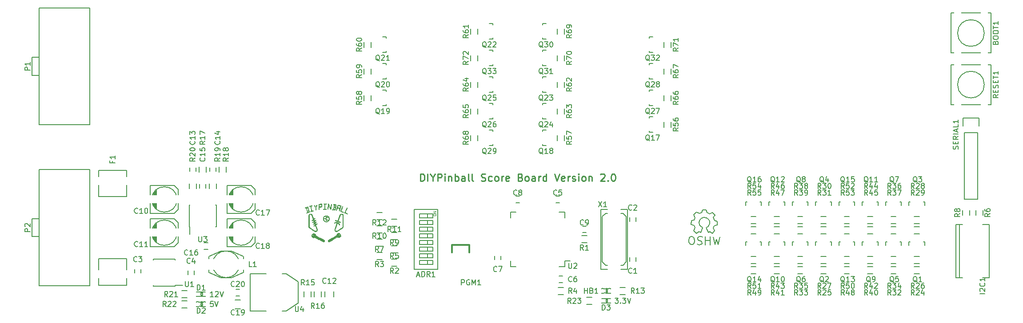
<source format=gto>
G04 #@! TF.FileFunction,Legend,Top*
%FSLAX46Y46*%
G04 Gerber Fmt 4.6, Leading zero omitted, Abs format (unit mm)*
G04 Created by KiCad (PCBNEW 4.0.0-rc1-stable) date 10/14/2015 5:21:08 AM*
%MOMM*%
G01*
G04 APERTURE LIST*
%ADD10C,0.100000*%
%ADD11C,0.150000*%
%ADD12C,0.250000*%
%ADD13C,0.300000*%
%ADD14C,0.125000*%
%ADD15R,1.250000X0.760000*%
%ADD16R,0.750000X0.800000*%
%ADD17R,0.800000X0.750000*%
%ADD18R,1.000000X1.250000*%
%ADD19R,0.797560X0.797560*%
%ADD20C,1.700000*%
%ADD21O,3.500120X1.800860*%
%ADD22C,2.700000*%
%ADD23C,3.300000*%
%ADD24R,2.400000X0.760000*%
%ADD25R,0.500000X0.900000*%
%ADD26R,0.900000X0.500000*%
%ADD27R,2.032000X1.727200*%
%ADD28O,2.032000X1.727200*%
%ADD29R,1.000000X0.250000*%
%ADD30R,0.250000X1.000000*%
%ADD31R,2.032000X3.657600*%
%ADD32R,2.032000X1.016000*%
%ADD33R,1.998980X5.499100*%
%ADD34C,1.397000*%
%ADD35R,2.999740X1.600200*%
%ADD36R,1.250000X1.000000*%
%ADD37R,1.550000X0.600000*%
%ADD38R,0.600000X1.550000*%
%ADD39R,1.175000X1.175000*%
%ADD40R,0.800100X0.800100*%
%ADD41C,1.524000*%
%ADD42R,1.998980X1.998980*%
G04 APERTURE END LIST*
D10*
D11*
X170322857Y-139469881D02*
X170941905Y-139469881D01*
X170608571Y-139850833D01*
X170751429Y-139850833D01*
X170846667Y-139898452D01*
X170894286Y-139946071D01*
X170941905Y-140041310D01*
X170941905Y-140279405D01*
X170894286Y-140374643D01*
X170846667Y-140422262D01*
X170751429Y-140469881D01*
X170465714Y-140469881D01*
X170370476Y-140422262D01*
X170322857Y-140374643D01*
X171370476Y-140374643D02*
X171418095Y-140422262D01*
X171370476Y-140469881D01*
X171322857Y-140422262D01*
X171370476Y-140374643D01*
X171370476Y-140469881D01*
X171751428Y-139469881D02*
X172370476Y-139469881D01*
X172037142Y-139850833D01*
X172180000Y-139850833D01*
X172275238Y-139898452D01*
X172322857Y-139946071D01*
X172370476Y-140041310D01*
X172370476Y-140279405D01*
X172322857Y-140374643D01*
X172275238Y-140422262D01*
X172180000Y-140469881D01*
X171894285Y-140469881D01*
X171799047Y-140422262D01*
X171751428Y-140374643D01*
X172656190Y-139469881D02*
X172989523Y-140469881D01*
X173322857Y-139469881D01*
X93741786Y-140104881D02*
X93265595Y-140104881D01*
X93217976Y-140581071D01*
X93265595Y-140533452D01*
X93360833Y-140485833D01*
X93598929Y-140485833D01*
X93694167Y-140533452D01*
X93741786Y-140581071D01*
X93789405Y-140676310D01*
X93789405Y-140914405D01*
X93741786Y-141009643D01*
X93694167Y-141057262D01*
X93598929Y-141104881D01*
X93360833Y-141104881D01*
X93265595Y-141057262D01*
X93217976Y-141009643D01*
X94075119Y-140104881D02*
X94408452Y-141104881D01*
X94741786Y-140104881D01*
X93789405Y-139199881D02*
X93217976Y-139199881D01*
X93503690Y-139199881D02*
X93503690Y-138199881D01*
X93408452Y-138342738D01*
X93313214Y-138437976D01*
X93217976Y-138485595D01*
X94170357Y-138295119D02*
X94217976Y-138247500D01*
X94313214Y-138199881D01*
X94551310Y-138199881D01*
X94646548Y-138247500D01*
X94694167Y-138295119D01*
X94741786Y-138390357D01*
X94741786Y-138485595D01*
X94694167Y-138628452D01*
X94122738Y-139199881D01*
X94741786Y-139199881D01*
X95027500Y-138199881D02*
X95360833Y-139199881D01*
X95694167Y-138199881D01*
D12*
X133231664Y-117155833D02*
X133231664Y-115755833D01*
X133564998Y-115755833D01*
X133764998Y-115822500D01*
X133898331Y-115955833D01*
X133964998Y-116089167D01*
X134031664Y-116355833D01*
X134031664Y-116555833D01*
X133964998Y-116822500D01*
X133898331Y-116955833D01*
X133764998Y-117089167D01*
X133564998Y-117155833D01*
X133231664Y-117155833D01*
X134631664Y-117155833D02*
X134631664Y-115755833D01*
X135564998Y-116489167D02*
X135564998Y-117155833D01*
X135098331Y-115755833D02*
X135564998Y-116489167D01*
X136031665Y-115755833D01*
X136498331Y-117155833D02*
X136498331Y-115755833D01*
X137031665Y-115755833D01*
X137164998Y-115822500D01*
X137231665Y-115889167D01*
X137298331Y-116022500D01*
X137298331Y-116222500D01*
X137231665Y-116355833D01*
X137164998Y-116422500D01*
X137031665Y-116489167D01*
X136498331Y-116489167D01*
X137898331Y-117155833D02*
X137898331Y-116222500D01*
X137898331Y-115755833D02*
X137831665Y-115822500D01*
X137898331Y-115889167D01*
X137964998Y-115822500D01*
X137898331Y-115755833D01*
X137898331Y-115889167D01*
X138564998Y-116222500D02*
X138564998Y-117155833D01*
X138564998Y-116355833D02*
X138631665Y-116289167D01*
X138764998Y-116222500D01*
X138964998Y-116222500D01*
X139098332Y-116289167D01*
X139164998Y-116422500D01*
X139164998Y-117155833D01*
X139831665Y-117155833D02*
X139831665Y-115755833D01*
X139831665Y-116289167D02*
X139964999Y-116222500D01*
X140231665Y-116222500D01*
X140364999Y-116289167D01*
X140431665Y-116355833D01*
X140498332Y-116489167D01*
X140498332Y-116889167D01*
X140431665Y-117022500D01*
X140364999Y-117089167D01*
X140231665Y-117155833D01*
X139964999Y-117155833D01*
X139831665Y-117089167D01*
X141698332Y-117155833D02*
X141698332Y-116422500D01*
X141631666Y-116289167D01*
X141498332Y-116222500D01*
X141231666Y-116222500D01*
X141098332Y-116289167D01*
X141698332Y-117089167D02*
X141564999Y-117155833D01*
X141231666Y-117155833D01*
X141098332Y-117089167D01*
X141031666Y-116955833D01*
X141031666Y-116822500D01*
X141098332Y-116689167D01*
X141231666Y-116622500D01*
X141564999Y-116622500D01*
X141698332Y-116555833D01*
X142564999Y-117155833D02*
X142431666Y-117089167D01*
X142364999Y-116955833D01*
X142364999Y-115755833D01*
X143298332Y-117155833D02*
X143164999Y-117089167D01*
X143098332Y-116955833D01*
X143098332Y-115755833D01*
X144831666Y-117089167D02*
X145031666Y-117155833D01*
X145364999Y-117155833D01*
X145498332Y-117089167D01*
X145564999Y-117022500D01*
X145631666Y-116889167D01*
X145631666Y-116755833D01*
X145564999Y-116622500D01*
X145498332Y-116555833D01*
X145364999Y-116489167D01*
X145098332Y-116422500D01*
X144964999Y-116355833D01*
X144898332Y-116289167D01*
X144831666Y-116155833D01*
X144831666Y-116022500D01*
X144898332Y-115889167D01*
X144964999Y-115822500D01*
X145098332Y-115755833D01*
X145431666Y-115755833D01*
X145631666Y-115822500D01*
X146831665Y-117089167D02*
X146698332Y-117155833D01*
X146431665Y-117155833D01*
X146298332Y-117089167D01*
X146231665Y-117022500D01*
X146164999Y-116889167D01*
X146164999Y-116489167D01*
X146231665Y-116355833D01*
X146298332Y-116289167D01*
X146431665Y-116222500D01*
X146698332Y-116222500D01*
X146831665Y-116289167D01*
X147631665Y-117155833D02*
X147498332Y-117089167D01*
X147431665Y-117022500D01*
X147364999Y-116889167D01*
X147364999Y-116489167D01*
X147431665Y-116355833D01*
X147498332Y-116289167D01*
X147631665Y-116222500D01*
X147831665Y-116222500D01*
X147964999Y-116289167D01*
X148031665Y-116355833D01*
X148098332Y-116489167D01*
X148098332Y-116889167D01*
X148031665Y-117022500D01*
X147964999Y-117089167D01*
X147831665Y-117155833D01*
X147631665Y-117155833D01*
X148698332Y-117155833D02*
X148698332Y-116222500D01*
X148698332Y-116489167D02*
X148764999Y-116355833D01*
X148831666Y-116289167D01*
X148964999Y-116222500D01*
X149098332Y-116222500D01*
X150098333Y-117089167D02*
X149964999Y-117155833D01*
X149698333Y-117155833D01*
X149564999Y-117089167D01*
X149498333Y-116955833D01*
X149498333Y-116422500D01*
X149564999Y-116289167D01*
X149698333Y-116222500D01*
X149964999Y-116222500D01*
X150098333Y-116289167D01*
X150164999Y-116422500D01*
X150164999Y-116555833D01*
X149498333Y-116689167D01*
X152298333Y-116422500D02*
X152498333Y-116489167D01*
X152565000Y-116555833D01*
X152631666Y-116689167D01*
X152631666Y-116889167D01*
X152565000Y-117022500D01*
X152498333Y-117089167D01*
X152365000Y-117155833D01*
X151831666Y-117155833D01*
X151831666Y-115755833D01*
X152298333Y-115755833D01*
X152431666Y-115822500D01*
X152498333Y-115889167D01*
X152565000Y-116022500D01*
X152565000Y-116155833D01*
X152498333Y-116289167D01*
X152431666Y-116355833D01*
X152298333Y-116422500D01*
X151831666Y-116422500D01*
X153431666Y-117155833D02*
X153298333Y-117089167D01*
X153231666Y-117022500D01*
X153165000Y-116889167D01*
X153165000Y-116489167D01*
X153231666Y-116355833D01*
X153298333Y-116289167D01*
X153431666Y-116222500D01*
X153631666Y-116222500D01*
X153765000Y-116289167D01*
X153831666Y-116355833D01*
X153898333Y-116489167D01*
X153898333Y-116889167D01*
X153831666Y-117022500D01*
X153765000Y-117089167D01*
X153631666Y-117155833D01*
X153431666Y-117155833D01*
X155098333Y-117155833D02*
X155098333Y-116422500D01*
X155031667Y-116289167D01*
X154898333Y-116222500D01*
X154631667Y-116222500D01*
X154498333Y-116289167D01*
X155098333Y-117089167D02*
X154965000Y-117155833D01*
X154631667Y-117155833D01*
X154498333Y-117089167D01*
X154431667Y-116955833D01*
X154431667Y-116822500D01*
X154498333Y-116689167D01*
X154631667Y-116622500D01*
X154965000Y-116622500D01*
X155098333Y-116555833D01*
X155765000Y-117155833D02*
X155765000Y-116222500D01*
X155765000Y-116489167D02*
X155831667Y-116355833D01*
X155898334Y-116289167D01*
X156031667Y-116222500D01*
X156165000Y-116222500D01*
X157231667Y-117155833D02*
X157231667Y-115755833D01*
X157231667Y-117089167D02*
X157098334Y-117155833D01*
X156831667Y-117155833D01*
X156698334Y-117089167D01*
X156631667Y-117022500D01*
X156565001Y-116889167D01*
X156565001Y-116489167D01*
X156631667Y-116355833D01*
X156698334Y-116289167D01*
X156831667Y-116222500D01*
X157098334Y-116222500D01*
X157231667Y-116289167D01*
X158765001Y-115755833D02*
X159231668Y-117155833D01*
X159698335Y-115755833D01*
X160698335Y-117089167D02*
X160565001Y-117155833D01*
X160298335Y-117155833D01*
X160165001Y-117089167D01*
X160098335Y-116955833D01*
X160098335Y-116422500D01*
X160165001Y-116289167D01*
X160298335Y-116222500D01*
X160565001Y-116222500D01*
X160698335Y-116289167D01*
X160765001Y-116422500D01*
X160765001Y-116555833D01*
X160098335Y-116689167D01*
X161365001Y-117155833D02*
X161365001Y-116222500D01*
X161365001Y-116489167D02*
X161431668Y-116355833D01*
X161498335Y-116289167D01*
X161631668Y-116222500D01*
X161765001Y-116222500D01*
X162165002Y-117089167D02*
X162298335Y-117155833D01*
X162565002Y-117155833D01*
X162698335Y-117089167D01*
X162765002Y-116955833D01*
X162765002Y-116889167D01*
X162698335Y-116755833D01*
X162565002Y-116689167D01*
X162365002Y-116689167D01*
X162231668Y-116622500D01*
X162165002Y-116489167D01*
X162165002Y-116422500D01*
X162231668Y-116289167D01*
X162365002Y-116222500D01*
X162565002Y-116222500D01*
X162698335Y-116289167D01*
X163365001Y-117155833D02*
X163365001Y-116222500D01*
X163365001Y-115755833D02*
X163298335Y-115822500D01*
X163365001Y-115889167D01*
X163431668Y-115822500D01*
X163365001Y-115755833D01*
X163365001Y-115889167D01*
X164231668Y-117155833D02*
X164098335Y-117089167D01*
X164031668Y-117022500D01*
X163965002Y-116889167D01*
X163965002Y-116489167D01*
X164031668Y-116355833D01*
X164098335Y-116289167D01*
X164231668Y-116222500D01*
X164431668Y-116222500D01*
X164565002Y-116289167D01*
X164631668Y-116355833D01*
X164698335Y-116489167D01*
X164698335Y-116889167D01*
X164631668Y-117022500D01*
X164565002Y-117089167D01*
X164431668Y-117155833D01*
X164231668Y-117155833D01*
X165298335Y-116222500D02*
X165298335Y-117155833D01*
X165298335Y-116355833D02*
X165365002Y-116289167D01*
X165498335Y-116222500D01*
X165698335Y-116222500D01*
X165831669Y-116289167D01*
X165898335Y-116422500D01*
X165898335Y-117155833D01*
X167565003Y-115889167D02*
X167631669Y-115822500D01*
X167765003Y-115755833D01*
X168098336Y-115755833D01*
X168231669Y-115822500D01*
X168298336Y-115889167D01*
X168365003Y-116022500D01*
X168365003Y-116155833D01*
X168298336Y-116355833D01*
X167498336Y-117155833D01*
X168365003Y-117155833D01*
X168965002Y-117022500D02*
X169031669Y-117089167D01*
X168965002Y-117155833D01*
X168898336Y-117089167D01*
X168965002Y-117022500D01*
X168965002Y-117155833D01*
X169898336Y-115755833D02*
X170031669Y-115755833D01*
X170165003Y-115822500D01*
X170231669Y-115889167D01*
X170298336Y-116022500D01*
X170365003Y-116289167D01*
X170365003Y-116622500D01*
X170298336Y-116889167D01*
X170231669Y-117022500D01*
X170165003Y-117089167D01*
X170031669Y-117155833D01*
X169898336Y-117155833D01*
X169765003Y-117089167D01*
X169698336Y-117022500D01*
X169631669Y-116889167D01*
X169565003Y-116622500D01*
X169565003Y-116289167D01*
X169631669Y-116022500D01*
X169698336Y-115889167D01*
X169765003Y-115822500D01*
X169898336Y-115755833D01*
D11*
X133032500Y-133096000D02*
X134556500Y-133096000D01*
X133032500Y-132334000D02*
X134556500Y-132334000D01*
X134556500Y-132334000D02*
X134556500Y-133096000D01*
X134556500Y-133096000D02*
X135572500Y-133096000D01*
X135572500Y-133096000D02*
X135572500Y-132334000D01*
X135572500Y-132334000D02*
X134556500Y-132334000D01*
X135572500Y-132334000D02*
X135572500Y-133096000D01*
X133032500Y-133096000D02*
X133032500Y-132334000D01*
X133032500Y-131826000D02*
X133032500Y-131064000D01*
X135572500Y-131064000D02*
X135572500Y-131826000D01*
X135572500Y-131064000D02*
X134556500Y-131064000D01*
X135572500Y-131826000D02*
X135572500Y-131064000D01*
X134556500Y-131826000D02*
X135572500Y-131826000D01*
X134556500Y-131064000D02*
X134556500Y-131826000D01*
X133032500Y-131064000D02*
X134556500Y-131064000D01*
X133032500Y-131826000D02*
X134556500Y-131826000D01*
X133032500Y-130556000D02*
X134556500Y-130556000D01*
X133032500Y-129794000D02*
X134556500Y-129794000D01*
X134556500Y-129794000D02*
X134556500Y-130556000D01*
X134556500Y-130556000D02*
X135572500Y-130556000D01*
X135572500Y-130556000D02*
X135572500Y-129794000D01*
X135572500Y-129794000D02*
X134556500Y-129794000D01*
X135572500Y-129794000D02*
X135572500Y-130556000D01*
X133032500Y-130556000D02*
X133032500Y-129794000D01*
X133032500Y-129286000D02*
X133032500Y-128524000D01*
X135572500Y-128524000D02*
X135572500Y-129286000D01*
X135572500Y-128524000D02*
X134556500Y-128524000D01*
X135572500Y-129286000D02*
X135572500Y-128524000D01*
X134556500Y-129286000D02*
X135572500Y-129286000D01*
X134556500Y-128524000D02*
X134556500Y-129286000D01*
X133032500Y-128524000D02*
X134556500Y-128524000D01*
X133032500Y-129286000D02*
X134556500Y-129286000D01*
X133032500Y-128016000D02*
X134556500Y-128016000D01*
X133032500Y-127254000D02*
X134556500Y-127254000D01*
X134556500Y-127254000D02*
X134556500Y-128016000D01*
X134556500Y-128016000D02*
X135572500Y-128016000D01*
X135572500Y-128016000D02*
X135572500Y-127254000D01*
X135572500Y-127254000D02*
X134556500Y-127254000D01*
X135572500Y-127254000D02*
X135572500Y-128016000D01*
X133032500Y-128016000D02*
X133032500Y-127254000D01*
X133032500Y-126746000D02*
X133032500Y-125984000D01*
X135572500Y-125984000D02*
X135572500Y-126746000D01*
X135572500Y-125984000D02*
X134556500Y-125984000D01*
X135572500Y-126746000D02*
X135572500Y-125984000D01*
X134556500Y-126746000D02*
X135572500Y-126746000D01*
X134556500Y-125984000D02*
X134556500Y-126746000D01*
X133032500Y-125984000D02*
X134556500Y-125984000D01*
X133032500Y-126746000D02*
X134556500Y-126746000D01*
X133032500Y-124206000D02*
X133032500Y-123444000D01*
X135572500Y-123444000D02*
X135572500Y-124206000D01*
X135572500Y-123444000D02*
X134556500Y-123444000D01*
X135572500Y-124206000D02*
X135572500Y-123444000D01*
X134556500Y-124206000D02*
X135572500Y-124206000D01*
X134556500Y-123444000D02*
X134556500Y-124206000D01*
X133032500Y-123444000D02*
X134556500Y-123444000D01*
X133032500Y-124206000D02*
X134556500Y-124206000D01*
X133032500Y-125476000D02*
X134556500Y-125476000D01*
X133032500Y-124714000D02*
X134556500Y-124714000D01*
X134556500Y-124714000D02*
X134556500Y-125476000D01*
X134556500Y-125476000D02*
X135572500Y-125476000D01*
X135572500Y-125476000D02*
X135572500Y-124714000D01*
X135572500Y-124714000D02*
X134556500Y-124714000D01*
X135572500Y-124714000D02*
X135572500Y-125476000D01*
X133032500Y-125476000D02*
X133032500Y-124714000D01*
X136552500Y-122570000D02*
X136552500Y-133970000D01*
X136552500Y-133970000D02*
X132052500Y-133970000D01*
X132052500Y-133970000D02*
X132052500Y-122570000D01*
X132052500Y-122570000D02*
X136552500Y-122570000D01*
X174272500Y-124110000D02*
X174272500Y-124810000D01*
X173072500Y-124810000D02*
X173072500Y-124110000D01*
X90135000Y-134270000D02*
X90135000Y-134970000D01*
X88935000Y-134970000D02*
X88935000Y-134270000D01*
X159035000Y-120050000D02*
X159735000Y-120050000D01*
X159735000Y-121250000D02*
X159035000Y-121250000D01*
X160370000Y-136490000D02*
X159670000Y-136490000D01*
X159670000Y-135290000D02*
X160370000Y-135290000D01*
X147355000Y-132112500D02*
X147355000Y-131412500D01*
X148555000Y-131412500D02*
X148555000Y-132112500D01*
X151415000Y-120050000D02*
X152115000Y-120050000D01*
X152115000Y-121250000D02*
X151415000Y-121250000D01*
X164815000Y-126965000D02*
X164115000Y-126965000D01*
X164115000Y-125765000D02*
X164815000Y-125765000D01*
X97925000Y-141502500D02*
X98925000Y-141502500D01*
X98925000Y-139802500D02*
X97925000Y-139802500D01*
X91889580Y-139197080D02*
X91889580Y-138297920D01*
X91889580Y-138297920D02*
X92288360Y-138297920D01*
X92288360Y-139197080D02*
X92288360Y-138297920D01*
X91889580Y-139197080D02*
X92288360Y-139197080D01*
X90591640Y-139197080D02*
X90591640Y-138297920D01*
X90591640Y-138297920D02*
X90990420Y-138297920D01*
X90990420Y-139197080D02*
X90990420Y-138297920D01*
X90591640Y-139197080D02*
X90990420Y-139197080D01*
X91440000Y-139197080D02*
X91440000Y-139047220D01*
X91440000Y-139047220D02*
X91739720Y-139047220D01*
X91739720Y-139197080D02*
X91739720Y-139047220D01*
X91440000Y-139197080D02*
X91739720Y-139197080D01*
X91440000Y-138447780D02*
X91440000Y-138297920D01*
X91440000Y-138297920D02*
X91739720Y-138297920D01*
X91739720Y-138447780D02*
X91739720Y-138297920D01*
X91440000Y-138447780D02*
X91739720Y-138447780D01*
X91440000Y-138897360D02*
X91440000Y-138597640D01*
X91440000Y-138597640D02*
X91739720Y-138597640D01*
X91739720Y-138897360D02*
X91739720Y-138597640D01*
X91440000Y-138897360D02*
X91739720Y-138897360D01*
X91889580Y-139146280D02*
X90990420Y-139146280D01*
X91889580Y-138348720D02*
X90990420Y-138348720D01*
X91889580Y-141102080D02*
X91889580Y-140202920D01*
X91889580Y-140202920D02*
X92288360Y-140202920D01*
X92288360Y-141102080D02*
X92288360Y-140202920D01*
X91889580Y-141102080D02*
X92288360Y-141102080D01*
X90591640Y-141102080D02*
X90591640Y-140202920D01*
X90591640Y-140202920D02*
X90990420Y-140202920D01*
X90990420Y-141102080D02*
X90990420Y-140202920D01*
X90591640Y-141102080D02*
X90990420Y-141102080D01*
X91440000Y-141102080D02*
X91440000Y-140952220D01*
X91440000Y-140952220D02*
X91739720Y-140952220D01*
X91739720Y-141102080D02*
X91739720Y-140952220D01*
X91440000Y-141102080D02*
X91739720Y-141102080D01*
X91440000Y-140352780D02*
X91440000Y-140202920D01*
X91440000Y-140202920D02*
X91739720Y-140202920D01*
X91739720Y-140352780D02*
X91739720Y-140202920D01*
X91440000Y-140352780D02*
X91739720Y-140352780D01*
X91440000Y-140802360D02*
X91440000Y-140502640D01*
X91440000Y-140502640D02*
X91739720Y-140502640D01*
X91739720Y-140802360D02*
X91739720Y-140502640D01*
X91440000Y-140802360D02*
X91739720Y-140802360D01*
X91889580Y-141051280D02*
X90990420Y-141051280D01*
X91889580Y-140253720D02*
X90990420Y-140253720D01*
X169042080Y-140467080D02*
X169042080Y-139567920D01*
X169042080Y-139567920D02*
X169440860Y-139567920D01*
X169440860Y-140467080D02*
X169440860Y-139567920D01*
X169042080Y-140467080D02*
X169440860Y-140467080D01*
X167744140Y-140467080D02*
X167744140Y-139567920D01*
X167744140Y-139567920D02*
X168142920Y-139567920D01*
X168142920Y-140467080D02*
X168142920Y-139567920D01*
X167744140Y-140467080D02*
X168142920Y-140467080D01*
X168592500Y-140467080D02*
X168592500Y-140317220D01*
X168592500Y-140317220D02*
X168892220Y-140317220D01*
X168892220Y-140467080D02*
X168892220Y-140317220D01*
X168592500Y-140467080D02*
X168892220Y-140467080D01*
X168592500Y-139717780D02*
X168592500Y-139567920D01*
X168592500Y-139567920D02*
X168892220Y-139567920D01*
X168892220Y-139717780D02*
X168892220Y-139567920D01*
X168592500Y-139717780D02*
X168892220Y-139717780D01*
X168592500Y-140167360D02*
X168592500Y-139867640D01*
X168592500Y-139867640D02*
X168892220Y-139867640D01*
X168892220Y-140167360D02*
X168892220Y-139867640D01*
X168592500Y-140167360D02*
X168892220Y-140167360D01*
X169042080Y-140416280D02*
X168142920Y-140416280D01*
X169042080Y-139618720D02*
X168142920Y-139618720D01*
X71962500Y-120097500D02*
X71962500Y-115097500D01*
X71962500Y-115097500D02*
X77262500Y-115097500D01*
X77262500Y-115097500D02*
X77262500Y-120097500D01*
X77262500Y-120097500D02*
X71962500Y-120097500D01*
X77262500Y-136997500D02*
X71962500Y-136997500D01*
X71962500Y-136997500D02*
X71962500Y-131997500D01*
X71962500Y-131997500D02*
X77262500Y-131997500D01*
X77262500Y-131997500D02*
X77262500Y-136997500D01*
X169042080Y-138562080D02*
X169042080Y-137662920D01*
X169042080Y-137662920D02*
X169440860Y-137662920D01*
X169440860Y-138562080D02*
X169440860Y-137662920D01*
X169042080Y-138562080D02*
X169440860Y-138562080D01*
X167744140Y-138562080D02*
X167744140Y-137662920D01*
X167744140Y-137662920D02*
X168142920Y-137662920D01*
X168142920Y-138562080D02*
X168142920Y-137662920D01*
X167744140Y-138562080D02*
X168142920Y-138562080D01*
X168592500Y-138562080D02*
X168592500Y-138412220D01*
X168592500Y-138412220D02*
X168892220Y-138412220D01*
X168892220Y-138562080D02*
X168892220Y-138412220D01*
X168592500Y-138562080D02*
X168892220Y-138562080D01*
X168592500Y-137812780D02*
X168592500Y-137662920D01*
X168592500Y-137662920D02*
X168892220Y-137662920D01*
X168892220Y-137812780D02*
X168892220Y-137662920D01*
X168592500Y-137812780D02*
X168892220Y-137812780D01*
X168592500Y-138262360D02*
X168592500Y-137962640D01*
X168592500Y-137962640D02*
X168892220Y-137962640D01*
X168892220Y-138262360D02*
X168892220Y-137962640D01*
X168592500Y-138262360D02*
X168892220Y-138262360D01*
X169042080Y-138511280D02*
X168142920Y-138511280D01*
X169042080Y-137713720D02*
X168142920Y-137713720D01*
X235902500Y-125412500D02*
X235902500Y-135572500D01*
X240347500Y-125412500D02*
X241617500Y-125412500D01*
X236537500Y-135572500D02*
X235267500Y-135572500D01*
X235267500Y-135572500D02*
X235267500Y-125412500D01*
X235267500Y-125412500D02*
X236537500Y-125412500D01*
X241617500Y-125412500D02*
X241617500Y-135572500D01*
X241617500Y-135572500D02*
X240347500Y-135572500D01*
X59205000Y-96950000D02*
X60605000Y-96950000D01*
X60605000Y-93550000D02*
X59205000Y-93550000D01*
X59205000Y-93550000D02*
X59205000Y-96950000D01*
X70205000Y-84150000D02*
X70205000Y-106350000D01*
X70205000Y-106350000D02*
X60605000Y-106350000D01*
X60605000Y-106350000D02*
X60605000Y-84150000D01*
X60605000Y-84150000D02*
X70205000Y-84150000D01*
X59205000Y-127747500D02*
X60605000Y-127747500D01*
X60605000Y-124347500D02*
X59205000Y-124347500D01*
X59205000Y-124347500D02*
X59205000Y-127747500D01*
X70205000Y-114947500D02*
X70205000Y-137147500D01*
X70205000Y-137147500D02*
X60605000Y-137147500D01*
X60605000Y-137147500D02*
X60605000Y-114947500D01*
X60605000Y-114947500D02*
X70205000Y-114947500D01*
D13*
X142575000Y-130815000D02*
X142575000Y-129315000D01*
X139275000Y-130815000D02*
X139275000Y-129315000D01*
X139275000Y-129315000D02*
X142575000Y-129315000D01*
D11*
X141351000Y-130175000D02*
X140970000Y-129921000D01*
X140970000Y-129921000D02*
X140970000Y-130302000D01*
X140970000Y-130302000D02*
X140970000Y-130429000D01*
X140970000Y-130429000D02*
X141351000Y-130175000D01*
X163965000Y-127595000D02*
X164965000Y-127595000D01*
X164965000Y-128945000D02*
X163965000Y-128945000D01*
X127770000Y-132040000D02*
X128770000Y-132040000D01*
X128770000Y-133390000D02*
X127770000Y-133390000D01*
X124912500Y-130770000D02*
X125912500Y-130770000D01*
X125912500Y-132120000D02*
X124912500Y-132120000D01*
X159520000Y-137437500D02*
X160520000Y-137437500D01*
X160520000Y-138787500D02*
X159520000Y-138787500D01*
X127770000Y-129500000D02*
X128770000Y-129500000D01*
X128770000Y-130850000D02*
X127770000Y-130850000D01*
X239037500Y-123690000D02*
X239037500Y-122690000D01*
X240387500Y-122690000D02*
X240387500Y-123690000D01*
X124912500Y-128230000D02*
X125912500Y-128230000D01*
X125912500Y-129580000D02*
X124912500Y-129580000D01*
X236497500Y-123690000D02*
X236497500Y-122690000D01*
X237847500Y-122690000D02*
X237847500Y-123690000D01*
X127770000Y-126960000D02*
X128770000Y-126960000D01*
X128770000Y-128310000D02*
X127770000Y-128310000D01*
X124912500Y-125690000D02*
X125912500Y-125690000D01*
X125912500Y-127040000D02*
X124912500Y-127040000D01*
X127770000Y-124420000D02*
X128770000Y-124420000D01*
X128770000Y-125770000D02*
X127770000Y-125770000D01*
X124912500Y-123150000D02*
X125912500Y-123150000D01*
X125912500Y-124500000D02*
X124912500Y-124500000D01*
X172267500Y-138787500D02*
X171267500Y-138787500D01*
X171267500Y-137437500D02*
X172267500Y-137437500D01*
X111085000Y-139247500D02*
X111085000Y-138247500D01*
X112435000Y-138247500D02*
X112435000Y-139247500D01*
X112990000Y-139247500D02*
X112990000Y-138247500D01*
X114340000Y-138247500D02*
X114340000Y-139247500D01*
X91082500Y-115435000D02*
X91082500Y-114435000D01*
X92432500Y-114435000D02*
X92432500Y-115435000D01*
X94892500Y-115435000D02*
X94892500Y-114435000D01*
X96242500Y-114435000D02*
X96242500Y-115435000D01*
X94337500Y-117610000D02*
X94337500Y-118610000D01*
X92987500Y-118610000D02*
X92987500Y-117610000D01*
X90527500Y-117610000D02*
X90527500Y-118610000D01*
X89177500Y-118610000D02*
X89177500Y-117610000D01*
X88765000Y-139422500D02*
X87765000Y-139422500D01*
X87765000Y-138072500D02*
X88765000Y-138072500D01*
X88765000Y-141327500D02*
X87765000Y-141327500D01*
X87765000Y-139977500D02*
X88765000Y-139977500D01*
X165917500Y-140692500D02*
X164917500Y-140692500D01*
X164917500Y-139342500D02*
X165917500Y-139342500D01*
X228306250Y-134818750D02*
X227306250Y-134818750D01*
X227306250Y-133468750D02*
X228306250Y-133468750D01*
X210526250Y-134818750D02*
X209526250Y-134818750D01*
X209526250Y-133468750D02*
X210526250Y-133468750D01*
X228306250Y-132913750D02*
X227306250Y-132913750D01*
X227306250Y-131563750D02*
X228306250Y-131563750D01*
X210526250Y-132913750D02*
X209526250Y-132913750D01*
X209526250Y-131563750D02*
X210526250Y-131563750D01*
X227306250Y-123943750D02*
X228306250Y-123943750D01*
X228306250Y-125293750D02*
X227306250Y-125293750D01*
X228306250Y-127198750D02*
X227306250Y-127198750D01*
X227306250Y-125848750D02*
X228306250Y-125848750D01*
X209526250Y-123943750D02*
X210526250Y-123943750D01*
X210526250Y-125293750D02*
X209526250Y-125293750D01*
X210526250Y-127198750D02*
X209526250Y-127198750D01*
X209526250Y-125848750D02*
X210526250Y-125848750D01*
X223861250Y-134818750D02*
X222861250Y-134818750D01*
X222861250Y-133468750D02*
X223861250Y-133468750D01*
X206081250Y-134818750D02*
X205081250Y-134818750D01*
X205081250Y-133468750D02*
X206081250Y-133468750D01*
X223861250Y-132913750D02*
X222861250Y-132913750D01*
X222861250Y-131563750D02*
X223861250Y-131563750D01*
X206081250Y-132913750D02*
X205081250Y-132913750D01*
X205081250Y-131563750D02*
X206081250Y-131563750D01*
X222861250Y-123943750D02*
X223861250Y-123943750D01*
X223861250Y-125293750D02*
X222861250Y-125293750D01*
X223861250Y-127198750D02*
X222861250Y-127198750D01*
X222861250Y-125848750D02*
X223861250Y-125848750D01*
X205081250Y-123943750D02*
X206081250Y-123943750D01*
X206081250Y-125293750D02*
X205081250Y-125293750D01*
X206081250Y-127198750D02*
X205081250Y-127198750D01*
X205081250Y-125848750D02*
X206081250Y-125848750D01*
X219416250Y-134818750D02*
X218416250Y-134818750D01*
X218416250Y-133468750D02*
X219416250Y-133468750D01*
X201636250Y-134818750D02*
X200636250Y-134818750D01*
X200636250Y-133468750D02*
X201636250Y-133468750D01*
X219416250Y-132913750D02*
X218416250Y-132913750D01*
X218416250Y-131563750D02*
X219416250Y-131563750D01*
X201636250Y-132913750D02*
X200636250Y-132913750D01*
X200636250Y-131563750D02*
X201636250Y-131563750D01*
X218416250Y-123943750D02*
X219416250Y-123943750D01*
X219416250Y-125293750D02*
X218416250Y-125293750D01*
X219416250Y-127198750D02*
X218416250Y-127198750D01*
X218416250Y-125848750D02*
X219416250Y-125848750D01*
X200636250Y-123943750D02*
X201636250Y-123943750D01*
X201636250Y-125293750D02*
X200636250Y-125293750D01*
X201636250Y-127198750D02*
X200636250Y-127198750D01*
X200636250Y-125848750D02*
X201636250Y-125848750D01*
X214971250Y-134818750D02*
X213971250Y-134818750D01*
X213971250Y-133468750D02*
X214971250Y-133468750D01*
X197191250Y-134818750D02*
X196191250Y-134818750D01*
X196191250Y-133468750D02*
X197191250Y-133468750D01*
X214971250Y-132913750D02*
X213971250Y-132913750D01*
X213971250Y-131563750D02*
X214971250Y-131563750D01*
X197191250Y-132913750D02*
X196191250Y-132913750D01*
X196191250Y-131563750D02*
X197191250Y-131563750D01*
X213971250Y-123943750D02*
X214971250Y-123943750D01*
X214971250Y-125293750D02*
X213971250Y-125293750D01*
X214971250Y-127198750D02*
X213971250Y-127198750D01*
X213971250Y-125848750D02*
X214971250Y-125848750D01*
X196191250Y-123943750D02*
X197191250Y-123943750D01*
X197191250Y-125293750D02*
X196191250Y-125293750D01*
X197191250Y-127198750D02*
X196191250Y-127198750D01*
X196191250Y-125848750D02*
X197191250Y-125848750D01*
X179665000Y-106862500D02*
X179665000Y-105862500D01*
X181015000Y-105862500D02*
X181015000Y-106862500D01*
X159345000Y-109402500D02*
X159345000Y-108402500D01*
X160695000Y-108402500D02*
X160695000Y-109402500D01*
X123865000Y-100782500D02*
X123865000Y-101782500D01*
X122515000Y-101782500D02*
X122515000Y-100782500D01*
X123865000Y-95702500D02*
X123865000Y-96702500D01*
X122515000Y-96702500D02*
X122515000Y-95702500D01*
X123865000Y-90622500D02*
X123865000Y-91622500D01*
X122515000Y-91622500D02*
X122515000Y-90622500D01*
X144185000Y-88082500D02*
X144185000Y-89082500D01*
X142835000Y-89082500D02*
X142835000Y-88082500D01*
X159345000Y-99242500D02*
X159345000Y-98242500D01*
X160695000Y-98242500D02*
X160695000Y-99242500D01*
X159345000Y-104322500D02*
X159345000Y-103322500D01*
X160695000Y-103322500D02*
X160695000Y-104322500D01*
X144185000Y-98242500D02*
X144185000Y-99242500D01*
X142835000Y-99242500D02*
X142835000Y-98242500D01*
X144185000Y-103322500D02*
X144185000Y-104322500D01*
X142835000Y-104322500D02*
X142835000Y-103322500D01*
X179665000Y-101782500D02*
X179665000Y-100782500D01*
X181015000Y-100782500D02*
X181015000Y-101782500D01*
X179665000Y-96702500D02*
X179665000Y-95702500D01*
X181015000Y-95702500D02*
X181015000Y-96702500D01*
X144185000Y-108402500D02*
X144185000Y-109402500D01*
X142835000Y-109402500D02*
X142835000Y-108402500D01*
X159345000Y-89082500D02*
X159345000Y-88082500D01*
X160695000Y-88082500D02*
X160695000Y-89082500D01*
X159345000Y-94162500D02*
X159345000Y-93162500D01*
X160695000Y-93162500D02*
X160695000Y-94162500D01*
X179665000Y-91622500D02*
X179665000Y-90622500D01*
X181015000Y-90622500D02*
X181015000Y-91622500D01*
X144185000Y-93162500D02*
X144185000Y-94162500D01*
X142835000Y-94162500D02*
X142835000Y-93162500D01*
X236855000Y-107950000D02*
X236855000Y-120650000D01*
X236855000Y-120650000D02*
X239395000Y-120650000D01*
X239395000Y-120650000D02*
X239395000Y-107950000D01*
X236575000Y-105130000D02*
X236575000Y-106680000D01*
X236855000Y-107950000D02*
X239395000Y-107950000D01*
X239675000Y-106680000D02*
X239675000Y-105130000D01*
X239675000Y-105130000D02*
X236575000Y-105130000D01*
X160750000Y-133445000D02*
X160750000Y-132370000D01*
X150400000Y-133445000D02*
X150400000Y-132370000D01*
X150400000Y-123095000D02*
X150400000Y-124170000D01*
X160750000Y-123095000D02*
X160750000Y-124170000D01*
X160750000Y-133445000D02*
X159675000Y-133445000D01*
X160750000Y-123095000D02*
X159675000Y-123095000D01*
X150400000Y-123095000D02*
X151475000Y-123095000D01*
X150400000Y-133445000D02*
X151475000Y-133445000D01*
X160750000Y-132370000D02*
X161775000Y-132370000D01*
X103886000Y-134874000D02*
X100838000Y-134874000D01*
X100838000Y-134874000D02*
X100838000Y-141986000D01*
X100838000Y-141986000D02*
X103886000Y-141986000D01*
X106934000Y-134874000D02*
X107696000Y-134874000D01*
X107696000Y-134874000D02*
X109982000Y-136398000D01*
X109982000Y-136398000D02*
X109982000Y-140462000D01*
X109982000Y-140462000D02*
X107696000Y-141986000D01*
X107696000Y-141986000D02*
X106934000Y-141986000D01*
X168529000Y-133223000D02*
X168910000Y-133223000D01*
X171831000Y-133223000D02*
X171450000Y-133223000D01*
X171831000Y-123317000D02*
X171450000Y-123317000D01*
X168529000Y-123317000D02*
X168910000Y-123317000D01*
X167640000Y-122555000D02*
X168910000Y-122555000D01*
X172720000Y-122555000D02*
X171450000Y-122555000D01*
X172720000Y-133985000D02*
X171450000Y-133985000D01*
X167640000Y-133985000D02*
X168910000Y-133985000D01*
X171831000Y-133223000D02*
X172466000Y-132588000D01*
X172466000Y-132588000D02*
X172466000Y-123952000D01*
X172466000Y-123952000D02*
X171831000Y-123317000D01*
X168529000Y-123317000D02*
X167894000Y-123952000D01*
X167894000Y-123952000D02*
X167894000Y-132588000D01*
X167894000Y-132588000D02*
X168529000Y-133223000D01*
X172720000Y-122555000D02*
X172720000Y-133985000D01*
X167640000Y-133985000D02*
X167640000Y-122555000D01*
X240665000Y-88900000D02*
G75*
G03X240665000Y-88900000I-2540000J0D01*
G01*
X234315000Y-92710000D02*
X234315000Y-85090000D01*
X234315000Y-85090000D02*
X241935000Y-85090000D01*
X241935000Y-85090000D02*
X241935000Y-92710000D01*
X234315000Y-92710000D02*
X241935000Y-92710000D01*
X240665000Y-98742500D02*
G75*
G03X240665000Y-98742500I-2540000J0D01*
G01*
X234315000Y-102552500D02*
X234315000Y-94932500D01*
X234315000Y-94932500D02*
X241935000Y-94932500D01*
X241935000Y-94932500D02*
X241935000Y-102552500D01*
X234315000Y-102552500D02*
X241935000Y-102552500D01*
X173072500Y-132430000D02*
X173072500Y-131730000D01*
X174272500Y-131730000D02*
X174272500Y-132430000D01*
X79975000Y-133952500D02*
X79975000Y-134652500D01*
X78775000Y-134652500D02*
X78775000Y-133952500D01*
X82169000Y-120015000D02*
X82169000Y-121412000D01*
X82296000Y-119761000D02*
X82296000Y-121539000D01*
X82423000Y-119380000D02*
X82423000Y-121920000D01*
X82550000Y-122047000D02*
X82550000Y-119253000D01*
X82677000Y-119126000D02*
X82677000Y-122174000D01*
X82804000Y-122301000D02*
X82804000Y-118999000D01*
X82931000Y-118872000D02*
X82931000Y-122428000D01*
X81788000Y-117983000D02*
X86360000Y-117983000D01*
X86360000Y-117983000D02*
X87122000Y-118745000D01*
X87122000Y-118745000D02*
X87122000Y-122555000D01*
X87122000Y-122555000D02*
X86360000Y-123317000D01*
X86360000Y-123317000D02*
X81788000Y-123317000D01*
X81788000Y-123317000D02*
X81788000Y-117983000D01*
X86614000Y-120650000D02*
X85852000Y-120650000D01*
X86233000Y-120269000D02*
X86233000Y-121031000D01*
X86868000Y-120650000D02*
G75*
G03X86868000Y-120650000I-2413000J0D01*
G01*
X82169000Y-126365000D02*
X82169000Y-127762000D01*
X82296000Y-126111000D02*
X82296000Y-127889000D01*
X82423000Y-125730000D02*
X82423000Y-128270000D01*
X82550000Y-128397000D02*
X82550000Y-125603000D01*
X82677000Y-125476000D02*
X82677000Y-128524000D01*
X82804000Y-128651000D02*
X82804000Y-125349000D01*
X82931000Y-125222000D02*
X82931000Y-128778000D01*
X81788000Y-124333000D02*
X86360000Y-124333000D01*
X86360000Y-124333000D02*
X87122000Y-125095000D01*
X87122000Y-125095000D02*
X87122000Y-128905000D01*
X87122000Y-128905000D02*
X86360000Y-129667000D01*
X86360000Y-129667000D02*
X81788000Y-129667000D01*
X81788000Y-129667000D02*
X81788000Y-124333000D01*
X86614000Y-127000000D02*
X85852000Y-127000000D01*
X86233000Y-126619000D02*
X86233000Y-127381000D01*
X86868000Y-127000000D02*
G75*
G03X86868000Y-127000000I-2413000J0D01*
G01*
X116737500Y-139247500D02*
X116737500Y-138247500D01*
X115037500Y-138247500D02*
X115037500Y-139247500D01*
X89252500Y-115285000D02*
X89252500Y-114585000D01*
X90452500Y-114585000D02*
X90452500Y-115285000D01*
X93062500Y-115285000D02*
X93062500Y-114585000D01*
X94262500Y-114585000D02*
X94262500Y-115285000D01*
X91157500Y-118460000D02*
X91157500Y-117760000D01*
X92357500Y-117760000D02*
X92357500Y-118460000D01*
X92742500Y-130140000D02*
X92042500Y-130140000D01*
X92042500Y-128940000D02*
X92742500Y-128940000D01*
X96774000Y-120015000D02*
X96774000Y-121412000D01*
X96901000Y-119761000D02*
X96901000Y-121539000D01*
X97028000Y-119380000D02*
X97028000Y-121920000D01*
X97155000Y-122047000D02*
X97155000Y-119253000D01*
X97282000Y-119126000D02*
X97282000Y-122174000D01*
X97409000Y-122301000D02*
X97409000Y-118999000D01*
X97536000Y-118872000D02*
X97536000Y-122428000D01*
X96393000Y-117983000D02*
X100965000Y-117983000D01*
X100965000Y-117983000D02*
X101727000Y-118745000D01*
X101727000Y-118745000D02*
X101727000Y-122555000D01*
X101727000Y-122555000D02*
X100965000Y-123317000D01*
X100965000Y-123317000D02*
X96393000Y-123317000D01*
X96393000Y-123317000D02*
X96393000Y-117983000D01*
X101219000Y-120650000D02*
X100457000Y-120650000D01*
X100838000Y-120269000D02*
X100838000Y-121031000D01*
X101473000Y-120650000D02*
G75*
G03X101473000Y-120650000I-2413000J0D01*
G01*
X96774000Y-126365000D02*
X96774000Y-127762000D01*
X96901000Y-126111000D02*
X96901000Y-127889000D01*
X97028000Y-125730000D02*
X97028000Y-128270000D01*
X97155000Y-128397000D02*
X97155000Y-125603000D01*
X97282000Y-125476000D02*
X97282000Y-128524000D01*
X97409000Y-128651000D02*
X97409000Y-125349000D01*
X97536000Y-125222000D02*
X97536000Y-128778000D01*
X96393000Y-124333000D02*
X100965000Y-124333000D01*
X100965000Y-124333000D02*
X101727000Y-125095000D01*
X101727000Y-125095000D02*
X101727000Y-128905000D01*
X101727000Y-128905000D02*
X100965000Y-129667000D01*
X100965000Y-129667000D02*
X96393000Y-129667000D01*
X96393000Y-129667000D02*
X96393000Y-124333000D01*
X101219000Y-127000000D02*
X100457000Y-127000000D01*
X100838000Y-126619000D02*
X100838000Y-127381000D01*
X101473000Y-127000000D02*
G75*
G03X101473000Y-127000000I-2413000J0D01*
G01*
X98775000Y-139030000D02*
X98075000Y-139030000D01*
X98075000Y-137830000D02*
X98775000Y-137830000D01*
X86530000Y-137195000D02*
X86530000Y-137050000D01*
X82380000Y-137195000D02*
X82380000Y-137050000D01*
X82380000Y-132045000D02*
X82380000Y-132190000D01*
X86530000Y-132045000D02*
X86530000Y-132190000D01*
X86530000Y-137195000D02*
X82380000Y-137195000D01*
X86530000Y-132045000D02*
X82380000Y-132045000D01*
X86530000Y-137050000D02*
X87930000Y-137050000D01*
X89182500Y-125900000D02*
X89327500Y-125900000D01*
X89182500Y-121750000D02*
X89327500Y-121750000D01*
X94332500Y-121750000D02*
X94187500Y-121750000D01*
X94332500Y-125900000D02*
X94187500Y-125900000D01*
X89182500Y-125900000D02*
X89182500Y-121750000D01*
X94332500Y-125900000D02*
X94332500Y-121750000D01*
X89327500Y-125900000D02*
X89327500Y-127300000D01*
X229105410Y-128731010D02*
X229057150Y-128731010D01*
X226306430Y-129432050D02*
X226306430Y-128731010D01*
X226306430Y-128731010D02*
X226555350Y-128731010D01*
X229105410Y-128731010D02*
X229306070Y-128731010D01*
X229306070Y-128731010D02*
X229306070Y-129432050D01*
X211325410Y-128731010D02*
X211277150Y-128731010D01*
X208526430Y-129432050D02*
X208526430Y-128731010D01*
X208526430Y-128731010D02*
X208775350Y-128731010D01*
X211325410Y-128731010D02*
X211526070Y-128731010D01*
X211526070Y-128731010D02*
X211526070Y-129432050D01*
X229105410Y-121111010D02*
X229057150Y-121111010D01*
X226306430Y-121812050D02*
X226306430Y-121111010D01*
X226306430Y-121111010D02*
X226555350Y-121111010D01*
X229105410Y-121111010D02*
X229306070Y-121111010D01*
X229306070Y-121111010D02*
X229306070Y-121812050D01*
X211325410Y-121111010D02*
X211277150Y-121111010D01*
X208526430Y-121812050D02*
X208526430Y-121111010D01*
X208526430Y-121111010D02*
X208775350Y-121111010D01*
X211325410Y-121111010D02*
X211526070Y-121111010D01*
X211526070Y-121111010D02*
X211526070Y-121812050D01*
X224660410Y-128731010D02*
X224612150Y-128731010D01*
X221861430Y-129432050D02*
X221861430Y-128731010D01*
X221861430Y-128731010D02*
X222110350Y-128731010D01*
X224660410Y-128731010D02*
X224861070Y-128731010D01*
X224861070Y-128731010D02*
X224861070Y-129432050D01*
X206880410Y-128731010D02*
X206832150Y-128731010D01*
X204081430Y-129432050D02*
X204081430Y-128731010D01*
X204081430Y-128731010D02*
X204330350Y-128731010D01*
X206880410Y-128731010D02*
X207081070Y-128731010D01*
X207081070Y-128731010D02*
X207081070Y-129432050D01*
X224660410Y-121111010D02*
X224612150Y-121111010D01*
X221861430Y-121812050D02*
X221861430Y-121111010D01*
X221861430Y-121111010D02*
X222110350Y-121111010D01*
X224660410Y-121111010D02*
X224861070Y-121111010D01*
X224861070Y-121111010D02*
X224861070Y-121812050D01*
X206880410Y-121111010D02*
X206832150Y-121111010D01*
X204081430Y-121812050D02*
X204081430Y-121111010D01*
X204081430Y-121111010D02*
X204330350Y-121111010D01*
X206880410Y-121111010D02*
X207081070Y-121111010D01*
X207081070Y-121111010D02*
X207081070Y-121812050D01*
X220215410Y-128731010D02*
X220167150Y-128731010D01*
X217416430Y-129432050D02*
X217416430Y-128731010D01*
X217416430Y-128731010D02*
X217665350Y-128731010D01*
X220215410Y-128731010D02*
X220416070Y-128731010D01*
X220416070Y-128731010D02*
X220416070Y-129432050D01*
X202435410Y-128731010D02*
X202387150Y-128731010D01*
X199636430Y-129432050D02*
X199636430Y-128731010D01*
X199636430Y-128731010D02*
X199885350Y-128731010D01*
X202435410Y-128731010D02*
X202636070Y-128731010D01*
X202636070Y-128731010D02*
X202636070Y-129432050D01*
X220215410Y-121111010D02*
X220167150Y-121111010D01*
X217416430Y-121812050D02*
X217416430Y-121111010D01*
X217416430Y-121111010D02*
X217665350Y-121111010D01*
X220215410Y-121111010D02*
X220416070Y-121111010D01*
X220416070Y-121111010D02*
X220416070Y-121812050D01*
X202435410Y-121111010D02*
X202387150Y-121111010D01*
X199636430Y-121812050D02*
X199636430Y-121111010D01*
X199636430Y-121111010D02*
X199885350Y-121111010D01*
X202435410Y-121111010D02*
X202636070Y-121111010D01*
X202636070Y-121111010D02*
X202636070Y-121812050D01*
X215770410Y-128731010D02*
X215722150Y-128731010D01*
X212971430Y-129432050D02*
X212971430Y-128731010D01*
X212971430Y-128731010D02*
X213220350Y-128731010D01*
X215770410Y-128731010D02*
X215971070Y-128731010D01*
X215971070Y-128731010D02*
X215971070Y-129432050D01*
X197990410Y-128731010D02*
X197942150Y-128731010D01*
X195191430Y-129432050D02*
X195191430Y-128731010D01*
X195191430Y-128731010D02*
X195440350Y-128731010D01*
X197990410Y-128731010D02*
X198191070Y-128731010D01*
X198191070Y-128731010D02*
X198191070Y-129432050D01*
X215770410Y-121111010D02*
X215722150Y-121111010D01*
X212971430Y-121812050D02*
X212971430Y-121111010D01*
X212971430Y-121111010D02*
X213220350Y-121111010D01*
X215770410Y-121111010D02*
X215971070Y-121111010D01*
X215971070Y-121111010D02*
X215971070Y-121812050D01*
X197990410Y-121111010D02*
X197942150Y-121111010D01*
X195191430Y-121812050D02*
X195191430Y-121111010D01*
X195191430Y-121111010D02*
X195440350Y-121111010D01*
X197990410Y-121111010D02*
X198191070Y-121111010D01*
X198191070Y-121111010D02*
X198191070Y-121812050D01*
X176832260Y-105063340D02*
X176832260Y-105111600D01*
X177533300Y-107862320D02*
X176832260Y-107862320D01*
X176832260Y-107862320D02*
X176832260Y-107613400D01*
X176832260Y-105063340D02*
X176832260Y-104862680D01*
X176832260Y-104862680D02*
X177533300Y-104862680D01*
X156512260Y-107603340D02*
X156512260Y-107651600D01*
X157213300Y-110402320D02*
X156512260Y-110402320D01*
X156512260Y-110402320D02*
X156512260Y-110153400D01*
X156512260Y-107603340D02*
X156512260Y-107402680D01*
X156512260Y-107402680D02*
X157213300Y-107402680D01*
X126697740Y-102581660D02*
X126697740Y-102533400D01*
X125996700Y-99782680D02*
X126697740Y-99782680D01*
X126697740Y-99782680D02*
X126697740Y-100031600D01*
X126697740Y-102581660D02*
X126697740Y-102782320D01*
X126697740Y-102782320D02*
X125996700Y-102782320D01*
X126697740Y-97501660D02*
X126697740Y-97453400D01*
X125996700Y-94702680D02*
X126697740Y-94702680D01*
X126697740Y-94702680D02*
X126697740Y-94951600D01*
X126697740Y-97501660D02*
X126697740Y-97702320D01*
X126697740Y-97702320D02*
X125996700Y-97702320D01*
X126697740Y-92421660D02*
X126697740Y-92373400D01*
X125996700Y-89622680D02*
X126697740Y-89622680D01*
X126697740Y-89622680D02*
X126697740Y-89871600D01*
X126697740Y-92421660D02*
X126697740Y-92622320D01*
X126697740Y-92622320D02*
X125996700Y-92622320D01*
X147017740Y-89881660D02*
X147017740Y-89833400D01*
X146316700Y-87082680D02*
X147017740Y-87082680D01*
X147017740Y-87082680D02*
X147017740Y-87331600D01*
X147017740Y-89881660D02*
X147017740Y-90082320D01*
X147017740Y-90082320D02*
X146316700Y-90082320D01*
X156512260Y-97443340D02*
X156512260Y-97491600D01*
X157213300Y-100242320D02*
X156512260Y-100242320D01*
X156512260Y-100242320D02*
X156512260Y-99993400D01*
X156512260Y-97443340D02*
X156512260Y-97242680D01*
X156512260Y-97242680D02*
X157213300Y-97242680D01*
X156512260Y-102523340D02*
X156512260Y-102571600D01*
X157213300Y-105322320D02*
X156512260Y-105322320D01*
X156512260Y-105322320D02*
X156512260Y-105073400D01*
X156512260Y-102523340D02*
X156512260Y-102322680D01*
X156512260Y-102322680D02*
X157213300Y-102322680D01*
X147017740Y-100041660D02*
X147017740Y-99993400D01*
X146316700Y-97242680D02*
X147017740Y-97242680D01*
X147017740Y-97242680D02*
X147017740Y-97491600D01*
X147017740Y-100041660D02*
X147017740Y-100242320D01*
X147017740Y-100242320D02*
X146316700Y-100242320D01*
X147017740Y-105121660D02*
X147017740Y-105073400D01*
X146316700Y-102322680D02*
X147017740Y-102322680D01*
X147017740Y-102322680D02*
X147017740Y-102571600D01*
X147017740Y-105121660D02*
X147017740Y-105322320D01*
X147017740Y-105322320D02*
X146316700Y-105322320D01*
X176832260Y-99983340D02*
X176832260Y-100031600D01*
X177533300Y-102782320D02*
X176832260Y-102782320D01*
X176832260Y-102782320D02*
X176832260Y-102533400D01*
X176832260Y-99983340D02*
X176832260Y-99782680D01*
X176832260Y-99782680D02*
X177533300Y-99782680D01*
X176832260Y-94903340D02*
X176832260Y-94951600D01*
X177533300Y-97702320D02*
X176832260Y-97702320D01*
X176832260Y-97702320D02*
X176832260Y-97453400D01*
X176832260Y-94903340D02*
X176832260Y-94702680D01*
X176832260Y-94702680D02*
X177533300Y-94702680D01*
X147017740Y-110201660D02*
X147017740Y-110153400D01*
X146316700Y-107402680D02*
X147017740Y-107402680D01*
X147017740Y-107402680D02*
X147017740Y-107651600D01*
X147017740Y-110201660D02*
X147017740Y-110402320D01*
X147017740Y-110402320D02*
X146316700Y-110402320D01*
X156512260Y-87283340D02*
X156512260Y-87331600D01*
X157213300Y-90082320D02*
X156512260Y-90082320D01*
X156512260Y-90082320D02*
X156512260Y-89833400D01*
X156512260Y-87283340D02*
X156512260Y-87082680D01*
X156512260Y-87082680D02*
X157213300Y-87082680D01*
X156512260Y-92363340D02*
X156512260Y-92411600D01*
X157213300Y-95162320D02*
X156512260Y-95162320D01*
X156512260Y-95162320D02*
X156512260Y-94913400D01*
X156512260Y-92363340D02*
X156512260Y-92162680D01*
X156512260Y-92162680D02*
X157213300Y-92162680D01*
X176832260Y-89823340D02*
X176832260Y-89871600D01*
X177533300Y-92622320D02*
X176832260Y-92622320D01*
X176832260Y-92622320D02*
X176832260Y-92373400D01*
X176832260Y-89823340D02*
X176832260Y-89622680D01*
X176832260Y-89622680D02*
X177533300Y-89622680D01*
X147017740Y-94961660D02*
X147017740Y-94913400D01*
X146316700Y-92162680D02*
X147017740Y-92162680D01*
X147017740Y-92162680D02*
X147017740Y-92411600D01*
X147017740Y-94961660D02*
X147017740Y-95162320D01*
X147017740Y-95162320D02*
X146316700Y-95162320D01*
X96202500Y-130492500D02*
X97218500Y-130492500D01*
X97218500Y-130492500D02*
X99504500Y-131508500D01*
X99504500Y-131508500D02*
X99504500Y-134556500D01*
X99504500Y-134556500D02*
X97218500Y-135572500D01*
X97218500Y-135572500D02*
X95186500Y-135572500D01*
X95186500Y-135572500D02*
X92900500Y-134556500D01*
X92900500Y-134556500D02*
X92900500Y-131508500D01*
X92900500Y-131508500D02*
X95186500Y-130492500D01*
X95186500Y-130492500D02*
X96202500Y-130492500D01*
X98742500Y-133032500D02*
G75*
G03X98742500Y-133032500I-2540000J0D01*
G01*
X188993780Y-127784860D02*
X189354460Y-129255520D01*
X189354460Y-129255520D02*
X189633860Y-128193800D01*
X189633860Y-128193800D02*
X189943740Y-129265680D01*
X189943740Y-129265680D02*
X190284100Y-127815340D01*
X187573920Y-128475740D02*
X188363860Y-128465580D01*
X188363860Y-128465580D02*
X188374020Y-128475740D01*
X188374020Y-128475740D02*
X188374020Y-128465580D01*
X188414660Y-127754380D02*
X188414660Y-129296160D01*
X187525660Y-127744220D02*
X187525660Y-129313940D01*
X187525660Y-129313940D02*
X187535820Y-129303780D01*
X186974480Y-127845820D02*
X186623960Y-127764540D01*
X186623960Y-127764540D02*
X186303920Y-127754380D01*
X186303920Y-127754380D02*
X186065160Y-127955040D01*
X186065160Y-127955040D02*
X186034680Y-128224280D01*
X186034680Y-128224280D02*
X186275980Y-128465580D01*
X186275980Y-128465580D02*
X186664600Y-128595120D01*
X186664600Y-128595120D02*
X186844940Y-128755140D01*
X186844940Y-128755140D02*
X186885580Y-129054860D01*
X186885580Y-129054860D02*
X186654440Y-129275840D01*
X186654440Y-129275840D02*
X186334400Y-129303780D01*
X186334400Y-129303780D02*
X185983880Y-129194560D01*
X184945020Y-127744220D02*
X184696100Y-127764540D01*
X184696100Y-127764540D02*
X184454800Y-128005840D01*
X184454800Y-128005840D02*
X184365900Y-128496060D01*
X184365900Y-128496060D02*
X184393840Y-128844040D01*
X184393840Y-128844040D02*
X184594500Y-129164080D01*
X184594500Y-129164080D02*
X184845960Y-129286000D01*
X184845960Y-129286000D02*
X185155840Y-129214880D01*
X185155840Y-129214880D02*
X185374280Y-129034540D01*
X185374280Y-129034540D02*
X185445400Y-128574800D01*
X185445400Y-128574800D02*
X185394600Y-128165860D01*
X185394600Y-128165860D02*
X185285380Y-127883920D01*
X185285380Y-127883920D02*
X184924700Y-127754380D01*
X185544460Y-126024640D02*
X185285380Y-126585980D01*
X185285380Y-126585980D02*
X185823860Y-127104140D01*
X185823860Y-127104140D02*
X186344560Y-126834900D01*
X186344560Y-126834900D02*
X186623960Y-126994920D01*
X188064140Y-126974600D02*
X188394340Y-126784100D01*
X188394340Y-126784100D02*
X188833760Y-127114300D01*
X188833760Y-127114300D02*
X189306200Y-126624080D01*
X189306200Y-126624080D02*
X189024260Y-126144020D01*
X189024260Y-126144020D02*
X189214760Y-125674120D01*
X189214760Y-125674120D02*
X189824360Y-125486160D01*
X189824360Y-125486160D02*
X189824360Y-124805440D01*
X189824360Y-124805440D02*
X189265560Y-124665740D01*
X189265560Y-124665740D02*
X189064900Y-124094240D01*
X189064900Y-124094240D02*
X189334140Y-123624340D01*
X189334140Y-123624340D02*
X188864240Y-123113800D01*
X188864240Y-123113800D02*
X188346080Y-123375420D01*
X188346080Y-123375420D02*
X187876180Y-123174760D01*
X187876180Y-123174760D02*
X187706000Y-122633740D01*
X187706000Y-122633740D02*
X187015120Y-122615960D01*
X187015120Y-122615960D02*
X186804300Y-123164600D01*
X186804300Y-123164600D02*
X186385200Y-123334780D01*
X186385200Y-123334780D02*
X185834020Y-123065540D01*
X185834020Y-123065540D02*
X185315860Y-123593860D01*
X185315860Y-123593860D02*
X185564780Y-124134880D01*
X185564780Y-124134880D02*
X185394600Y-124614940D01*
X185394600Y-124614940D02*
X184845960Y-124714000D01*
X184845960Y-124714000D02*
X184835800Y-125415040D01*
X184835800Y-125415040D02*
X185394600Y-125615700D01*
X185394600Y-125615700D02*
X185534300Y-126014480D01*
X187675520Y-125994160D02*
X187975240Y-125844300D01*
X187975240Y-125844300D02*
X188175900Y-125646180D01*
X188175900Y-125646180D02*
X188325760Y-125244860D01*
X188325760Y-125244860D02*
X188325760Y-124846080D01*
X188325760Y-124846080D02*
X188175900Y-124495560D01*
X188175900Y-124495560D02*
X187723780Y-124145040D01*
X187723780Y-124145040D02*
X187274200Y-124094240D01*
X187274200Y-124094240D02*
X186875420Y-124195840D01*
X186875420Y-124195840D02*
X186474100Y-124543820D01*
X186474100Y-124543820D02*
X186324240Y-124995940D01*
X186324240Y-124995940D02*
X186375040Y-125493780D01*
X186375040Y-125493780D02*
X186623960Y-125796040D01*
X186623960Y-125796040D02*
X186974480Y-125994160D01*
X186974480Y-125994160D02*
X186623960Y-126994920D01*
X187675520Y-125994160D02*
X188074300Y-126994920D01*
D10*
G36*
X118041420Y-127591386D02*
X118039085Y-127606274D01*
X118032795Y-127627192D01*
X118023619Y-127651340D01*
X118012627Y-127675918D01*
X118000890Y-127698125D01*
X118000156Y-127699371D01*
X117983588Y-127723493D01*
X117961390Y-127750586D01*
X117936224Y-127777750D01*
X117910750Y-127802082D01*
X117891243Y-127818078D01*
X117856537Y-127840509D01*
X117815827Y-127861546D01*
X117773250Y-127879140D01*
X117756721Y-127884724D01*
X117738752Y-127889860D01*
X117721764Y-127893295D01*
X117702940Y-127895339D01*
X117679463Y-127896304D01*
X117650260Y-127896505D01*
X117607791Y-127895419D01*
X117571963Y-127891843D01*
X117539411Y-127885069D01*
X117506774Y-127874389D01*
X117470687Y-127859095D01*
X117469021Y-127858330D01*
X117427483Y-127839200D01*
X116674001Y-128273697D01*
X116592648Y-128320589D01*
X116513316Y-128366276D01*
X116436484Y-128410483D01*
X116362633Y-128452936D01*
X116292242Y-128493360D01*
X116225792Y-128531481D01*
X116163761Y-128567024D01*
X116106629Y-128599715D01*
X116054877Y-128629279D01*
X116008985Y-128655442D01*
X115969431Y-128677929D01*
X115936696Y-128696465D01*
X115911260Y-128710777D01*
X115893602Y-128720590D01*
X115884203Y-128725628D01*
X115883636Y-128725907D01*
X115841265Y-128741100D01*
X115798574Y-128746202D01*
X115760730Y-128742269D01*
X115719806Y-128728672D01*
X115683415Y-128706348D01*
X115652569Y-128676099D01*
X115628280Y-128638728D01*
X115627010Y-128636189D01*
X115619177Y-128619368D01*
X115614338Y-128605435D01*
X115611791Y-128590868D01*
X115610833Y-128572148D01*
X115610733Y-128554569D01*
X115611076Y-128530894D01*
X115612485Y-128513830D01*
X115615699Y-128499832D01*
X115621453Y-128485355D01*
X115627901Y-128472009D01*
X115641472Y-128448979D01*
X115657789Y-128427274D01*
X115668448Y-128415966D01*
X115676475Y-128410112D01*
X115693341Y-128399259D01*
X115719042Y-128383410D01*
X115753573Y-128362568D01*
X115796929Y-128336735D01*
X115849106Y-128305915D01*
X115910100Y-128270109D01*
X115979905Y-128229321D01*
X116058518Y-128183553D01*
X116145933Y-128132807D01*
X116242146Y-128077087D01*
X116347153Y-128016396D01*
X116460949Y-127950735D01*
X116461540Y-127950395D01*
X116543216Y-127903282D01*
X116622528Y-127857496D01*
X116699026Y-127813295D01*
X116772262Y-127770940D01*
X116841787Y-127730694D01*
X116907151Y-127692815D01*
X116967908Y-127657566D01*
X117023607Y-127625206D01*
X117073800Y-127595997D01*
X117118038Y-127570199D01*
X117155873Y-127548074D01*
X117186856Y-127529881D01*
X117210537Y-127515882D01*
X117226470Y-127506337D01*
X117234203Y-127501508D01*
X117234892Y-127500977D01*
X117236921Y-127493122D01*
X117238338Y-127478617D01*
X117238777Y-127464820D01*
X117243574Y-127414959D01*
X117257017Y-127363015D01*
X117278410Y-127310897D01*
X117307055Y-127260513D01*
X117320368Y-127241300D01*
X117357993Y-127198061D01*
X117402542Y-127160713D01*
X117452567Y-127129775D01*
X117506619Y-127105766D01*
X117563247Y-127089206D01*
X117621004Y-127080613D01*
X117678439Y-127080508D01*
X117734104Y-127089409D01*
X117740005Y-127090946D01*
X117755143Y-127096966D01*
X117767156Y-127107270D01*
X117776835Y-127120332D01*
X117785442Y-127133880D01*
X117791131Y-127143898D01*
X117792500Y-127147328D01*
X117788282Y-127150687D01*
X117776443Y-127158314D01*
X117758202Y-127169471D01*
X117734778Y-127183419D01*
X117707390Y-127199421D01*
X117688360Y-127210389D01*
X117584220Y-127270104D01*
X117584280Y-127395402D01*
X117584340Y-127520700D01*
X117610950Y-127538974D01*
X117632006Y-127552789D01*
X117656975Y-127568149D01*
X117684247Y-127584175D01*
X117712212Y-127599988D01*
X117739259Y-127614707D01*
X117763778Y-127627453D01*
X117784160Y-127637347D01*
X117798794Y-127643509D01*
X117805309Y-127645160D01*
X117815188Y-127642489D01*
X117832547Y-127634824D01*
X117856332Y-127622690D01*
X117885489Y-127606607D01*
X117901228Y-127597554D01*
X117937587Y-127576471D01*
X117966050Y-127560173D01*
X117987436Y-127548220D01*
X118002561Y-127540172D01*
X118012242Y-127535585D01*
X118017297Y-127534021D01*
X118018407Y-127534295D01*
X118024479Y-127544091D01*
X118031403Y-127559108D01*
X118037494Y-127575170D01*
X118041070Y-127588103D01*
X118041420Y-127591386D01*
X118041420Y-127591386D01*
X118041420Y-127591386D01*
G37*
X118041420Y-127591386D02*
X118039085Y-127606274D01*
X118032795Y-127627192D01*
X118023619Y-127651340D01*
X118012627Y-127675918D01*
X118000890Y-127698125D01*
X118000156Y-127699371D01*
X117983588Y-127723493D01*
X117961390Y-127750586D01*
X117936224Y-127777750D01*
X117910750Y-127802082D01*
X117891243Y-127818078D01*
X117856537Y-127840509D01*
X117815827Y-127861546D01*
X117773250Y-127879140D01*
X117756721Y-127884724D01*
X117738752Y-127889860D01*
X117721764Y-127893295D01*
X117702940Y-127895339D01*
X117679463Y-127896304D01*
X117650260Y-127896505D01*
X117607791Y-127895419D01*
X117571963Y-127891843D01*
X117539411Y-127885069D01*
X117506774Y-127874389D01*
X117470687Y-127859095D01*
X117469021Y-127858330D01*
X117427483Y-127839200D01*
X116674001Y-128273697D01*
X116592648Y-128320589D01*
X116513316Y-128366276D01*
X116436484Y-128410483D01*
X116362633Y-128452936D01*
X116292242Y-128493360D01*
X116225792Y-128531481D01*
X116163761Y-128567024D01*
X116106629Y-128599715D01*
X116054877Y-128629279D01*
X116008985Y-128655442D01*
X115969431Y-128677929D01*
X115936696Y-128696465D01*
X115911260Y-128710777D01*
X115893602Y-128720590D01*
X115884203Y-128725628D01*
X115883636Y-128725907D01*
X115841265Y-128741100D01*
X115798574Y-128746202D01*
X115760730Y-128742269D01*
X115719806Y-128728672D01*
X115683415Y-128706348D01*
X115652569Y-128676099D01*
X115628280Y-128638728D01*
X115627010Y-128636189D01*
X115619177Y-128619368D01*
X115614338Y-128605435D01*
X115611791Y-128590868D01*
X115610833Y-128572148D01*
X115610733Y-128554569D01*
X115611076Y-128530894D01*
X115612485Y-128513830D01*
X115615699Y-128499832D01*
X115621453Y-128485355D01*
X115627901Y-128472009D01*
X115641472Y-128448979D01*
X115657789Y-128427274D01*
X115668448Y-128415966D01*
X115676475Y-128410112D01*
X115693341Y-128399259D01*
X115719042Y-128383410D01*
X115753573Y-128362568D01*
X115796929Y-128336735D01*
X115849106Y-128305915D01*
X115910100Y-128270109D01*
X115979905Y-128229321D01*
X116058518Y-128183553D01*
X116145933Y-128132807D01*
X116242146Y-128077087D01*
X116347153Y-128016396D01*
X116460949Y-127950735D01*
X116461540Y-127950395D01*
X116543216Y-127903282D01*
X116622528Y-127857496D01*
X116699026Y-127813295D01*
X116772262Y-127770940D01*
X116841787Y-127730694D01*
X116907151Y-127692815D01*
X116967908Y-127657566D01*
X117023607Y-127625206D01*
X117073800Y-127595997D01*
X117118038Y-127570199D01*
X117155873Y-127548074D01*
X117186856Y-127529881D01*
X117210537Y-127515882D01*
X117226470Y-127506337D01*
X117234203Y-127501508D01*
X117234892Y-127500977D01*
X117236921Y-127493122D01*
X117238338Y-127478617D01*
X117238777Y-127464820D01*
X117243574Y-127414959D01*
X117257017Y-127363015D01*
X117278410Y-127310897D01*
X117307055Y-127260513D01*
X117320368Y-127241300D01*
X117357993Y-127198061D01*
X117402542Y-127160713D01*
X117452567Y-127129775D01*
X117506619Y-127105766D01*
X117563247Y-127089206D01*
X117621004Y-127080613D01*
X117678439Y-127080508D01*
X117734104Y-127089409D01*
X117740005Y-127090946D01*
X117755143Y-127096966D01*
X117767156Y-127107270D01*
X117776835Y-127120332D01*
X117785442Y-127133880D01*
X117791131Y-127143898D01*
X117792500Y-127147328D01*
X117788282Y-127150687D01*
X117776443Y-127158314D01*
X117758202Y-127169471D01*
X117734778Y-127183419D01*
X117707390Y-127199421D01*
X117688360Y-127210389D01*
X117584220Y-127270104D01*
X117584280Y-127395402D01*
X117584340Y-127520700D01*
X117610950Y-127538974D01*
X117632006Y-127552789D01*
X117656975Y-127568149D01*
X117684247Y-127584175D01*
X117712212Y-127599988D01*
X117739259Y-127614707D01*
X117763778Y-127627453D01*
X117784160Y-127637347D01*
X117798794Y-127643509D01*
X117805309Y-127645160D01*
X117815188Y-127642489D01*
X117832547Y-127634824D01*
X117856332Y-127622690D01*
X117885489Y-127606607D01*
X117901228Y-127597554D01*
X117937587Y-127576471D01*
X117966050Y-127560173D01*
X117987436Y-127548220D01*
X118002561Y-127540172D01*
X118012242Y-127535585D01*
X118017297Y-127534021D01*
X118018407Y-127534295D01*
X118024479Y-127544091D01*
X118031403Y-127559108D01*
X118037494Y-127575170D01*
X118041070Y-127588103D01*
X118041420Y-127591386D01*
X118041420Y-127591386D01*
G36*
X114935000Y-128539240D02*
X114934789Y-128563850D01*
X114933773Y-128581314D01*
X114931380Y-128594643D01*
X114927035Y-128606847D01*
X114920165Y-128620937D01*
X114919016Y-128623142D01*
X114897807Y-128654945D01*
X114869954Y-128683886D01*
X114838502Y-128707046D01*
X114822800Y-128715354D01*
X114787949Y-128726631D01*
X114749799Y-128731090D01*
X114712136Y-128728542D01*
X114687248Y-128722190D01*
X114679683Y-128718708D01*
X114663639Y-128710682D01*
X114639592Y-128698363D01*
X114608020Y-128682002D01*
X114569400Y-128661853D01*
X114524209Y-128638166D01*
X114472924Y-128611192D01*
X114416022Y-128581185D01*
X114353981Y-128548395D01*
X114287278Y-128513074D01*
X114216389Y-128475473D01*
X114141792Y-128435846D01*
X114063964Y-128394442D01*
X113983382Y-128351515D01*
X113900523Y-128307315D01*
X113877331Y-128294933D01*
X113096726Y-127878097D01*
X113054632Y-127898955D01*
X113015716Y-127916574D01*
X112979525Y-127928915D01*
X112942736Y-127936729D01*
X112902029Y-127940764D01*
X112864900Y-127941774D01*
X112825111Y-127941123D01*
X112792084Y-127938294D01*
X112762531Y-127932591D01*
X112733162Y-127923316D01*
X112700689Y-127909774D01*
X112689640Y-127904676D01*
X112635684Y-127873827D01*
X112587339Y-127834616D01*
X112544893Y-127787335D01*
X112508633Y-127732279D01*
X112495822Y-127707933D01*
X112467965Y-127651326D01*
X112483791Y-127619975D01*
X112499617Y-127588623D01*
X112536208Y-127608539D01*
X112554238Y-127618263D01*
X112578478Y-127631209D01*
X112606137Y-127645893D01*
X112634422Y-127660830D01*
X112643003Y-127665344D01*
X112713206Y-127702233D01*
X112812693Y-127642129D01*
X112841762Y-127624471D01*
X112868300Y-127608169D01*
X112890929Y-127594083D01*
X112908274Y-127583074D01*
X112918959Y-127576001D01*
X112921358Y-127574222D01*
X112924253Y-127571181D01*
X112926386Y-127566797D01*
X112927804Y-127559783D01*
X112928556Y-127548852D01*
X112928690Y-127532717D01*
X112928254Y-127510092D01*
X112927297Y-127479689D01*
X112926118Y-127447040D01*
X112924740Y-127412896D01*
X112923273Y-127381908D01*
X112921806Y-127355598D01*
X112920430Y-127335492D01*
X112919232Y-127323111D01*
X112918643Y-127320040D01*
X112913301Y-127315097D01*
X112900572Y-127306469D01*
X112882079Y-127295164D01*
X112859446Y-127282193D01*
X112845793Y-127274701D01*
X112818385Y-127259886D01*
X112791029Y-127245095D01*
X112766386Y-127231767D01*
X112747119Y-127221342D01*
X112742291Y-127218728D01*
X112708582Y-127200474D01*
X112720758Y-127176517D01*
X112729959Y-127161267D01*
X112739774Y-127149229D01*
X112744306Y-127145436D01*
X112761774Y-127138302D01*
X112787086Y-127132999D01*
X112818087Y-127129579D01*
X112852618Y-127128094D01*
X112888521Y-127128596D01*
X112923640Y-127131137D01*
X112955816Y-127135768D01*
X112974120Y-127139920D01*
X113033761Y-127161145D01*
X113088397Y-127190821D01*
X113137430Y-127228244D01*
X113180260Y-127272709D01*
X113216290Y-127323514D01*
X113244922Y-127379954D01*
X113265555Y-127441325D01*
X113276131Y-127495150D01*
X113279154Y-127514475D01*
X113282245Y-127529711D01*
X113284845Y-127538204D01*
X113285374Y-127538983D01*
X113290180Y-127541693D01*
X113303492Y-127548938D01*
X113324853Y-127560473D01*
X113353806Y-127576053D01*
X113389891Y-127595433D01*
X113432651Y-127618368D01*
X113481628Y-127644612D01*
X113536364Y-127673920D01*
X113596401Y-127706048D01*
X113661281Y-127740748D01*
X113730545Y-127777778D01*
X113803737Y-127816890D01*
X113880397Y-127857841D01*
X113960068Y-127900385D01*
X114042292Y-127944276D01*
X114068443Y-127958232D01*
X114169074Y-128011929D01*
X114261141Y-128061062D01*
X114345041Y-128105861D01*
X114421168Y-128146556D01*
X114489916Y-128183380D01*
X114551680Y-128216562D01*
X114606854Y-128246334D01*
X114655833Y-128272925D01*
X114699012Y-128296568D01*
X114736786Y-128317493D01*
X114769548Y-128335930D01*
X114797694Y-128352111D01*
X114821618Y-128366266D01*
X114841715Y-128378625D01*
X114858379Y-128389421D01*
X114872005Y-128398883D01*
X114882987Y-128407242D01*
X114891721Y-128414730D01*
X114898600Y-128421577D01*
X114904020Y-128428013D01*
X114908375Y-128434270D01*
X114912059Y-128440578D01*
X114915467Y-128447169D01*
X114918995Y-128454272D01*
X114920012Y-128456294D01*
X114926862Y-128470672D01*
X114931241Y-128483154D01*
X114933694Y-128496757D01*
X114934765Y-128514497D01*
X114935000Y-128539240D01*
X114935000Y-128539240D01*
X114935000Y-128539240D01*
G37*
X114935000Y-128539240D02*
X114934789Y-128563850D01*
X114933773Y-128581314D01*
X114931380Y-128594643D01*
X114927035Y-128606847D01*
X114920165Y-128620937D01*
X114919016Y-128623142D01*
X114897807Y-128654945D01*
X114869954Y-128683886D01*
X114838502Y-128707046D01*
X114822800Y-128715354D01*
X114787949Y-128726631D01*
X114749799Y-128731090D01*
X114712136Y-128728542D01*
X114687248Y-128722190D01*
X114679683Y-128718708D01*
X114663639Y-128710682D01*
X114639592Y-128698363D01*
X114608020Y-128682002D01*
X114569400Y-128661853D01*
X114524209Y-128638166D01*
X114472924Y-128611192D01*
X114416022Y-128581185D01*
X114353981Y-128548395D01*
X114287278Y-128513074D01*
X114216389Y-128475473D01*
X114141792Y-128435846D01*
X114063964Y-128394442D01*
X113983382Y-128351515D01*
X113900523Y-128307315D01*
X113877331Y-128294933D01*
X113096726Y-127878097D01*
X113054632Y-127898955D01*
X113015716Y-127916574D01*
X112979525Y-127928915D01*
X112942736Y-127936729D01*
X112902029Y-127940764D01*
X112864900Y-127941774D01*
X112825111Y-127941123D01*
X112792084Y-127938294D01*
X112762531Y-127932591D01*
X112733162Y-127923316D01*
X112700689Y-127909774D01*
X112689640Y-127904676D01*
X112635684Y-127873827D01*
X112587339Y-127834616D01*
X112544893Y-127787335D01*
X112508633Y-127732279D01*
X112495822Y-127707933D01*
X112467965Y-127651326D01*
X112483791Y-127619975D01*
X112499617Y-127588623D01*
X112536208Y-127608539D01*
X112554238Y-127618263D01*
X112578478Y-127631209D01*
X112606137Y-127645893D01*
X112634422Y-127660830D01*
X112643003Y-127665344D01*
X112713206Y-127702233D01*
X112812693Y-127642129D01*
X112841762Y-127624471D01*
X112868300Y-127608169D01*
X112890929Y-127594083D01*
X112908274Y-127583074D01*
X112918959Y-127576001D01*
X112921358Y-127574222D01*
X112924253Y-127571181D01*
X112926386Y-127566797D01*
X112927804Y-127559783D01*
X112928556Y-127548852D01*
X112928690Y-127532717D01*
X112928254Y-127510092D01*
X112927297Y-127479689D01*
X112926118Y-127447040D01*
X112924740Y-127412896D01*
X112923273Y-127381908D01*
X112921806Y-127355598D01*
X112920430Y-127335492D01*
X112919232Y-127323111D01*
X112918643Y-127320040D01*
X112913301Y-127315097D01*
X112900572Y-127306469D01*
X112882079Y-127295164D01*
X112859446Y-127282193D01*
X112845793Y-127274701D01*
X112818385Y-127259886D01*
X112791029Y-127245095D01*
X112766386Y-127231767D01*
X112747119Y-127221342D01*
X112742291Y-127218728D01*
X112708582Y-127200474D01*
X112720758Y-127176517D01*
X112729959Y-127161267D01*
X112739774Y-127149229D01*
X112744306Y-127145436D01*
X112761774Y-127138302D01*
X112787086Y-127132999D01*
X112818087Y-127129579D01*
X112852618Y-127128094D01*
X112888521Y-127128596D01*
X112923640Y-127131137D01*
X112955816Y-127135768D01*
X112974120Y-127139920D01*
X113033761Y-127161145D01*
X113088397Y-127190821D01*
X113137430Y-127228244D01*
X113180260Y-127272709D01*
X113216290Y-127323514D01*
X113244922Y-127379954D01*
X113265555Y-127441325D01*
X113276131Y-127495150D01*
X113279154Y-127514475D01*
X113282245Y-127529711D01*
X113284845Y-127538204D01*
X113285374Y-127538983D01*
X113290180Y-127541693D01*
X113303492Y-127548938D01*
X113324853Y-127560473D01*
X113353806Y-127576053D01*
X113389891Y-127595433D01*
X113432651Y-127618368D01*
X113481628Y-127644612D01*
X113536364Y-127673920D01*
X113596401Y-127706048D01*
X113661281Y-127740748D01*
X113730545Y-127777778D01*
X113803737Y-127816890D01*
X113880397Y-127857841D01*
X113960068Y-127900385D01*
X114042292Y-127944276D01*
X114068443Y-127958232D01*
X114169074Y-128011929D01*
X114261141Y-128061062D01*
X114345041Y-128105861D01*
X114421168Y-128146556D01*
X114489916Y-128183380D01*
X114551680Y-128216562D01*
X114606854Y-128246334D01*
X114655833Y-128272925D01*
X114699012Y-128296568D01*
X114736786Y-128317493D01*
X114769548Y-128335930D01*
X114797694Y-128352111D01*
X114821618Y-128366266D01*
X114841715Y-128378625D01*
X114858379Y-128389421D01*
X114872005Y-128398883D01*
X114882987Y-128407242D01*
X114891721Y-128414730D01*
X114898600Y-128421577D01*
X114904020Y-128428013D01*
X114908375Y-128434270D01*
X114912059Y-128440578D01*
X114915467Y-128447169D01*
X114918995Y-128454272D01*
X114920012Y-128456294D01*
X114926862Y-128470672D01*
X114931241Y-128483154D01*
X114933694Y-128496757D01*
X114934765Y-128514497D01*
X114935000Y-128539240D01*
X114935000Y-128539240D01*
G36*
X112901374Y-127556260D02*
X112821805Y-127604361D01*
X112821805Y-127438818D01*
X112814290Y-127408671D01*
X112798433Y-127381526D01*
X112774785Y-127358997D01*
X112757364Y-127348505D01*
X112724711Y-127337315D01*
X112692577Y-127335820D01*
X112662283Y-127343587D01*
X112635148Y-127360182D01*
X112612492Y-127385172D01*
X112604248Y-127398780D01*
X112597039Y-127419578D01*
X112593678Y-127444999D01*
X112594261Y-127470961D01*
X112598881Y-127493382D01*
X112601902Y-127500485D01*
X112621383Y-127527491D01*
X112646765Y-127547419D01*
X112676210Y-127559628D01*
X112707880Y-127563476D01*
X112739940Y-127558323D01*
X112753140Y-127553293D01*
X112779371Y-127538365D01*
X112798329Y-127519795D01*
X112809609Y-127501666D01*
X112820428Y-127470354D01*
X112821805Y-127438818D01*
X112821805Y-127604361D01*
X112808937Y-127612140D01*
X112781408Y-127628740D01*
X112756836Y-127643481D01*
X112736541Y-127655576D01*
X112721843Y-127664238D01*
X112714063Y-127668683D01*
X112713229Y-127669094D01*
X112707996Y-127667088D01*
X112695219Y-127660869D01*
X112676250Y-127651136D01*
X112652439Y-127638585D01*
X112625139Y-127623914D01*
X112615374Y-127618605D01*
X112520788Y-127567042D01*
X112517455Y-127490531D01*
X112516037Y-127460386D01*
X112514461Y-127430784D01*
X112512895Y-127404649D01*
X112511505Y-127384902D01*
X112511161Y-127380815D01*
X112508201Y-127347611D01*
X112604000Y-127288359D01*
X112699800Y-127229108D01*
X112760760Y-127261307D01*
X112797553Y-127280848D01*
X112826356Y-127296458D01*
X112848235Y-127308811D01*
X112864257Y-127318581D01*
X112875487Y-127326442D01*
X112882992Y-127333070D01*
X112887837Y-127339138D01*
X112890066Y-127343102D01*
X112892965Y-127352091D01*
X112895252Y-127366636D01*
X112897020Y-127387873D01*
X112898361Y-127416936D01*
X112899368Y-127454963D01*
X112899413Y-127457200D01*
X112901374Y-127556260D01*
X112901374Y-127556260D01*
X112901374Y-127556260D01*
G37*
X112901374Y-127556260D02*
X112821805Y-127604361D01*
X112821805Y-127438818D01*
X112814290Y-127408671D01*
X112798433Y-127381526D01*
X112774785Y-127358997D01*
X112757364Y-127348505D01*
X112724711Y-127337315D01*
X112692577Y-127335820D01*
X112662283Y-127343587D01*
X112635148Y-127360182D01*
X112612492Y-127385172D01*
X112604248Y-127398780D01*
X112597039Y-127419578D01*
X112593678Y-127444999D01*
X112594261Y-127470961D01*
X112598881Y-127493382D01*
X112601902Y-127500485D01*
X112621383Y-127527491D01*
X112646765Y-127547419D01*
X112676210Y-127559628D01*
X112707880Y-127563476D01*
X112739940Y-127558323D01*
X112753140Y-127553293D01*
X112779371Y-127538365D01*
X112798329Y-127519795D01*
X112809609Y-127501666D01*
X112820428Y-127470354D01*
X112821805Y-127438818D01*
X112821805Y-127604361D01*
X112808937Y-127612140D01*
X112781408Y-127628740D01*
X112756836Y-127643481D01*
X112736541Y-127655576D01*
X112721843Y-127664238D01*
X112714063Y-127668683D01*
X112713229Y-127669094D01*
X112707996Y-127667088D01*
X112695219Y-127660869D01*
X112676250Y-127651136D01*
X112652439Y-127638585D01*
X112625139Y-127623914D01*
X112615374Y-127618605D01*
X112520788Y-127567042D01*
X112517455Y-127490531D01*
X112516037Y-127460386D01*
X112514461Y-127430784D01*
X112512895Y-127404649D01*
X112511505Y-127384902D01*
X112511161Y-127380815D01*
X112508201Y-127347611D01*
X112604000Y-127288359D01*
X112699800Y-127229108D01*
X112760760Y-127261307D01*
X112797553Y-127280848D01*
X112826356Y-127296458D01*
X112848235Y-127308811D01*
X112864257Y-127318581D01*
X112875487Y-127326442D01*
X112882992Y-127333070D01*
X112887837Y-127339138D01*
X112890066Y-127343102D01*
X112892965Y-127352091D01*
X112895252Y-127366636D01*
X112897020Y-127387873D01*
X112898361Y-127416936D01*
X112899368Y-127454963D01*
X112899413Y-127457200D01*
X112901374Y-127556260D01*
X112901374Y-127556260D01*
G36*
X117995496Y-127401311D02*
X117995360Y-127429856D01*
X117995001Y-127456155D01*
X117994419Y-127478141D01*
X117993616Y-127493749D01*
X117992781Y-127500380D01*
X117987173Y-127508127D01*
X117975278Y-127518335D01*
X117961100Y-127527890D01*
X117929035Y-127546900D01*
X117919034Y-127552686D01*
X117919034Y-127394115D01*
X117913718Y-127364654D01*
X117900357Y-127337197D01*
X117883082Y-127317329D01*
X117856313Y-127297530D01*
X117828648Y-127286595D01*
X117800354Y-127283396D01*
X117769438Y-127287720D01*
X117742339Y-127300277D01*
X117719955Y-127319570D01*
X117703180Y-127344100D01*
X117692913Y-127372371D01*
X117690050Y-127402884D01*
X117695486Y-127434143D01*
X117701279Y-127448911D01*
X117719140Y-127476006D01*
X117742927Y-127495740D01*
X117771146Y-127507691D01*
X117802304Y-127511440D01*
X117834909Y-127506568D01*
X117863886Y-127494664D01*
X117888730Y-127475855D01*
X117906338Y-127451583D01*
X117916506Y-127423714D01*
X117919034Y-127394115D01*
X117919034Y-127552686D01*
X117897948Y-127564887D01*
X117869137Y-127581139D01*
X117843902Y-127594946D01*
X117823540Y-127605596D01*
X117809351Y-127612378D01*
X117802784Y-127614591D01*
X117796233Y-127612109D01*
X117782350Y-127605225D01*
X117762552Y-127594696D01*
X117738258Y-127581283D01*
X117710885Y-127565746D01*
X117702330Y-127560809D01*
X117609620Y-127507115D01*
X117609620Y-127398524D01*
X117609620Y-127289934D01*
X117664230Y-127257581D01*
X117690425Y-127242256D01*
X117718441Y-127226183D01*
X117744453Y-127211541D01*
X117760397Y-127202783D01*
X117801954Y-127180340D01*
X117841677Y-127199820D01*
X117867542Y-127213180D01*
X117894512Y-127228273D01*
X117921025Y-127244094D01*
X117945522Y-127259638D01*
X117966443Y-127273901D01*
X117982227Y-127285876D01*
X117991316Y-127294560D01*
X117992820Y-127297180D01*
X117993804Y-127305974D01*
X117994564Y-127322850D01*
X117995098Y-127345742D01*
X117995409Y-127372584D01*
X117995496Y-127401311D01*
X117995496Y-127401311D01*
X117995496Y-127401311D01*
G37*
X117995496Y-127401311D02*
X117995360Y-127429856D01*
X117995001Y-127456155D01*
X117994419Y-127478141D01*
X117993616Y-127493749D01*
X117992781Y-127500380D01*
X117987173Y-127508127D01*
X117975278Y-127518335D01*
X117961100Y-127527890D01*
X117929035Y-127546900D01*
X117919034Y-127552686D01*
X117919034Y-127394115D01*
X117913718Y-127364654D01*
X117900357Y-127337197D01*
X117883082Y-127317329D01*
X117856313Y-127297530D01*
X117828648Y-127286595D01*
X117800354Y-127283396D01*
X117769438Y-127287720D01*
X117742339Y-127300277D01*
X117719955Y-127319570D01*
X117703180Y-127344100D01*
X117692913Y-127372371D01*
X117690050Y-127402884D01*
X117695486Y-127434143D01*
X117701279Y-127448911D01*
X117719140Y-127476006D01*
X117742927Y-127495740D01*
X117771146Y-127507691D01*
X117802304Y-127511440D01*
X117834909Y-127506568D01*
X117863886Y-127494664D01*
X117888730Y-127475855D01*
X117906338Y-127451583D01*
X117916506Y-127423714D01*
X117919034Y-127394115D01*
X117919034Y-127552686D01*
X117897948Y-127564887D01*
X117869137Y-127581139D01*
X117843902Y-127594946D01*
X117823540Y-127605596D01*
X117809351Y-127612378D01*
X117802784Y-127614591D01*
X117796233Y-127612109D01*
X117782350Y-127605225D01*
X117762552Y-127594696D01*
X117738258Y-127581283D01*
X117710885Y-127565746D01*
X117702330Y-127560809D01*
X117609620Y-127507115D01*
X117609620Y-127398524D01*
X117609620Y-127289934D01*
X117664230Y-127257581D01*
X117690425Y-127242256D01*
X117718441Y-127226183D01*
X117744453Y-127211541D01*
X117760397Y-127202783D01*
X117801954Y-127180340D01*
X117841677Y-127199820D01*
X117867542Y-127213180D01*
X117894512Y-127228273D01*
X117921025Y-127244094D01*
X117945522Y-127259638D01*
X117966443Y-127273901D01*
X117982227Y-127285876D01*
X117991316Y-127294560D01*
X117992820Y-127297180D01*
X117993804Y-127305974D01*
X117994564Y-127322850D01*
X117995098Y-127345742D01*
X117995409Y-127372584D01*
X117995496Y-127401311D01*
X117995496Y-127401311D01*
G36*
X113590277Y-126431150D02*
X113589963Y-126459173D01*
X113586998Y-126487179D01*
X113581583Y-126516495D01*
X113577880Y-126532640D01*
X113562265Y-126578160D01*
X113538238Y-126623179D01*
X113507422Y-126665582D01*
X113471435Y-126703255D01*
X113469121Y-126705059D01*
X113469121Y-126429278D01*
X113468800Y-126418221D01*
X113467760Y-126406696D01*
X113465781Y-126393969D01*
X113462641Y-126379307D01*
X113458120Y-126361975D01*
X113451998Y-126341239D01*
X113444054Y-126316366D01*
X113434067Y-126286620D01*
X113421817Y-126251268D01*
X113407082Y-126209575D01*
X113389643Y-126160808D01*
X113369279Y-126104233D01*
X113345769Y-126039115D01*
X113335950Y-126011940D01*
X113227659Y-125712220D01*
X113189789Y-125709073D01*
X113173419Y-125708089D01*
X113148989Y-125707108D01*
X113118601Y-125706192D01*
X113084354Y-125705402D01*
X113048350Y-125704797D01*
X113035080Y-125704632D01*
X112999309Y-125704112D01*
X112964851Y-125703383D01*
X112933721Y-125702505D01*
X112907933Y-125701538D01*
X112889501Y-125700543D01*
X112884723Y-125700159D01*
X112851206Y-125696980D01*
X112935279Y-125628400D01*
X112972353Y-125598036D01*
X113009852Y-125567097D01*
X113046971Y-125536270D01*
X113082901Y-125506239D01*
X113116835Y-125477688D01*
X113147966Y-125451302D01*
X113175486Y-125427767D01*
X113198590Y-125407766D01*
X113216468Y-125391986D01*
X113228315Y-125381111D01*
X113233323Y-125375826D01*
X113233409Y-125375456D01*
X113228035Y-125374946D01*
X113213482Y-125374348D01*
X113190731Y-125373682D01*
X113160764Y-125372969D01*
X113124561Y-125372232D01*
X113083102Y-125371491D01*
X113037370Y-125370767D01*
X112988344Y-125370082D01*
X112981019Y-125369987D01*
X112730891Y-125366780D01*
X112925771Y-125204220D01*
X113120650Y-125041660D01*
X112869585Y-125039120D01*
X112806576Y-125038380D01*
X112752229Y-125037528D01*
X112706785Y-125036569D01*
X112670483Y-125035512D01*
X112643563Y-125034364D01*
X112626265Y-125033133D01*
X112618830Y-125031824D01*
X112618540Y-125031500D01*
X112622325Y-125027293D01*
X112633150Y-125017279D01*
X112650234Y-125002135D01*
X112672793Y-124982536D01*
X112700045Y-124959159D01*
X112731207Y-124932679D01*
X112765498Y-124903772D01*
X112793800Y-124880069D01*
X112830713Y-124849237D01*
X112865771Y-124819947D01*
X112898087Y-124792940D01*
X112926774Y-124768959D01*
X112950944Y-124748744D01*
X112969710Y-124733038D01*
X112982187Y-124722582D01*
X112986707Y-124718779D01*
X113004374Y-124703840D01*
X112816527Y-124703239D01*
X112770363Y-124703007D01*
X112724442Y-124702620D01*
X112680479Y-124702104D01*
X112640189Y-124701484D01*
X112605289Y-124700785D01*
X112577494Y-124700035D01*
X112561845Y-124699429D01*
X112495011Y-124696220D01*
X112687089Y-124535634D01*
X112879167Y-124375048D01*
X112840787Y-124371804D01*
X112817385Y-124370143D01*
X112793726Y-124368973D01*
X112775923Y-124368560D01*
X112749440Y-124368560D01*
X112741301Y-124346970D01*
X112738269Y-124338699D01*
X112732102Y-124321680D01*
X112723094Y-124296727D01*
X112711536Y-124264655D01*
X112697723Y-124226280D01*
X112681948Y-124182416D01*
X112664505Y-124133879D01*
X112645685Y-124081484D01*
X112625784Y-124026045D01*
X112608664Y-123978331D01*
X112587972Y-123920833D01*
X112567973Y-123865607D01*
X112548974Y-123813482D01*
X112531283Y-123765287D01*
X112515208Y-123721849D01*
X112501057Y-123683998D01*
X112489137Y-123652561D01*
X112479755Y-123628367D01*
X112473221Y-123612245D01*
X112470220Y-123605661D01*
X112446545Y-123571406D01*
X112415848Y-123541084D01*
X112380334Y-123516267D01*
X112342206Y-123498529D01*
X112308031Y-123489993D01*
X112256886Y-123487396D01*
X112209017Y-123494167D01*
X112165153Y-123509870D01*
X112126018Y-123534068D01*
X112092340Y-123566323D01*
X112064845Y-123606199D01*
X112046258Y-123647474D01*
X112043885Y-123654246D01*
X112041854Y-123660815D01*
X112040132Y-123667994D01*
X112038691Y-123676598D01*
X112037499Y-123687443D01*
X112036527Y-123701343D01*
X112035743Y-123719113D01*
X112035117Y-123741568D01*
X112034619Y-123769523D01*
X112034219Y-123803792D01*
X112033885Y-123845192D01*
X112033588Y-123894536D01*
X112033296Y-123952639D01*
X112033073Y-124000260D01*
X112032924Y-124043940D01*
X112032834Y-124096875D01*
X112032802Y-124158161D01*
X112032826Y-124226894D01*
X112032903Y-124302168D01*
X112033031Y-124383080D01*
X112033209Y-124468725D01*
X112033434Y-124558199D01*
X112033705Y-124650596D01*
X112034020Y-124745013D01*
X112034376Y-124840544D01*
X112034771Y-124936287D01*
X112035204Y-125031335D01*
X112035494Y-125090190D01*
X112039400Y-125860080D01*
X112058784Y-125899295D01*
X112075701Y-125928591D01*
X112095497Y-125955207D01*
X112104504Y-125965065D01*
X112112799Y-125972144D01*
X112127994Y-125983573D01*
X112150254Y-125999463D01*
X112179741Y-126019924D01*
X112216621Y-126045066D01*
X112261055Y-126075000D01*
X112313209Y-126109836D01*
X112373246Y-126149684D01*
X112441329Y-126194654D01*
X112517623Y-126244856D01*
X112602291Y-126300402D01*
X112615600Y-126309120D01*
X112679481Y-126350945D01*
X112741256Y-126391363D01*
X112800361Y-126430006D01*
X112856234Y-126466508D01*
X112908311Y-126500502D01*
X112956030Y-126531621D01*
X112998828Y-126559499D01*
X113036143Y-126583769D01*
X113067412Y-126604064D01*
X113092071Y-126620017D01*
X113109559Y-126631263D01*
X113119312Y-126637433D01*
X113120804Y-126638331D01*
X113162314Y-126656861D01*
X113207069Y-126667508D01*
X113252611Y-126670001D01*
X113296483Y-126664069D01*
X113312500Y-126659451D01*
X113356990Y-126639315D01*
X113395721Y-126611154D01*
X113427775Y-126575772D01*
X113449951Y-126538848D01*
X113457832Y-126521384D01*
X113462929Y-126506157D01*
X113465990Y-126489699D01*
X113467762Y-126468541D01*
X113468488Y-126452927D01*
X113468943Y-126440602D01*
X113469121Y-126429278D01*
X113469121Y-126705059D01*
X113431899Y-126734084D01*
X113416144Y-126743642D01*
X113364799Y-126766827D01*
X113309255Y-126782017D01*
X113252086Y-126788719D01*
X113195869Y-126786440D01*
X113193786Y-126786170D01*
X113149090Y-126776771D01*
X113103364Y-126761077D01*
X113061745Y-126740872D01*
X113059489Y-126739554D01*
X113050096Y-126733727D01*
X113032997Y-126722819D01*
X113008861Y-126707271D01*
X112978359Y-126687521D01*
X112942160Y-126664009D01*
X112900936Y-126637174D01*
X112855356Y-126607455D01*
X112806091Y-126575293D01*
X112753811Y-126541127D01*
X112699185Y-126505396D01*
X112642885Y-126468539D01*
X112585581Y-126430996D01*
X112527942Y-126393207D01*
X112470640Y-126355611D01*
X112414343Y-126318646D01*
X112359723Y-126282754D01*
X112307450Y-126248373D01*
X112258194Y-126215943D01*
X112212625Y-126185903D01*
X112171413Y-126158693D01*
X112135229Y-126134751D01*
X112104743Y-126114519D01*
X112080625Y-126098434D01*
X112063546Y-126086936D01*
X112054175Y-126080466D01*
X112053306Y-126079830D01*
X112017055Y-126047037D01*
X111984348Y-126006431D01*
X111956551Y-125960123D01*
X111935030Y-125910223D01*
X111927147Y-125884940D01*
X111926047Y-125880655D01*
X111925034Y-125875947D01*
X111924103Y-125870402D01*
X111923253Y-125863605D01*
X111922478Y-125855144D01*
X111921776Y-125844605D01*
X111921143Y-125831574D01*
X111920575Y-125815637D01*
X111920069Y-125796381D01*
X111919621Y-125773393D01*
X111919228Y-125746259D01*
X111918886Y-125714565D01*
X111918592Y-125677897D01*
X111918342Y-125635843D01*
X111918132Y-125587988D01*
X111917959Y-125533920D01*
X111917820Y-125473223D01*
X111917710Y-125405486D01*
X111917627Y-125330293D01*
X111917566Y-125247233D01*
X111917525Y-125155890D01*
X111917499Y-125055852D01*
X111917485Y-124946705D01*
X111917480Y-124828035D01*
X111917480Y-124759720D01*
X111917483Y-124635510D01*
X111917495Y-124521049D01*
X111917518Y-124415926D01*
X111917558Y-124319728D01*
X111917615Y-124232044D01*
X111917695Y-124152463D01*
X111917800Y-124080574D01*
X111917933Y-124015964D01*
X111918098Y-123958223D01*
X111918299Y-123906938D01*
X111918537Y-123861700D01*
X111918818Y-123822095D01*
X111919143Y-123787714D01*
X111919517Y-123758143D01*
X111919943Y-123732973D01*
X111920423Y-123711790D01*
X111920962Y-123694185D01*
X111921562Y-123679745D01*
X111922228Y-123668059D01*
X111922961Y-123658716D01*
X111923766Y-123651304D01*
X111924646Y-123645412D01*
X111925604Y-123640628D01*
X111926506Y-123637040D01*
X111947524Y-123577899D01*
X111976365Y-123524866D01*
X112012582Y-123478411D01*
X112055727Y-123439002D01*
X112105354Y-123407108D01*
X112161014Y-123383199D01*
X112171783Y-123379736D01*
X112196028Y-123374669D01*
X112227125Y-123371562D01*
X112261961Y-123370405D01*
X112297420Y-123371189D01*
X112330387Y-123373903D01*
X112357748Y-123378538D01*
X112364520Y-123380338D01*
X112397183Y-123392221D01*
X112431631Y-123408274D01*
X112462338Y-123425884D01*
X112466120Y-123428390D01*
X112485445Y-123443738D01*
X112507682Y-123464930D01*
X112530267Y-123489249D01*
X112550636Y-123513980D01*
X112562387Y-123530360D01*
X112567580Y-123538341D01*
X112572457Y-123546291D01*
X112577285Y-123554902D01*
X112582332Y-123564865D01*
X112587865Y-123576872D01*
X112594151Y-123591616D01*
X112601456Y-123609787D01*
X112610049Y-123632077D01*
X112620197Y-123659178D01*
X112632166Y-123691783D01*
X112646224Y-123730582D01*
X112662638Y-123776267D01*
X112681675Y-123829530D01*
X112703603Y-123891063D01*
X112725723Y-123953223D01*
X112831880Y-124251627D01*
X112969040Y-124252270D01*
X113008629Y-124252570D01*
X113047799Y-124253076D01*
X113084513Y-124253747D01*
X113116738Y-124254539D01*
X113142436Y-124255412D01*
X113156713Y-124256126D01*
X113207226Y-124259340D01*
X113014517Y-124419360D01*
X112821807Y-124579380D01*
X112852243Y-124580855D01*
X112863750Y-124581250D01*
X112884193Y-124581774D01*
X112912347Y-124582403D01*
X112946992Y-124583113D01*
X112986902Y-124583879D01*
X113030855Y-124584676D01*
X113077628Y-124585481D01*
X113105240Y-124585935D01*
X113327800Y-124589540D01*
X113280622Y-124630180D01*
X113263299Y-124644958D01*
X113239863Y-124664742D01*
X113212045Y-124688082D01*
X113181576Y-124713528D01*
X113150188Y-124739629D01*
X113129000Y-124757180D01*
X113098403Y-124782517D01*
X113067910Y-124807838D01*
X113039157Y-124831779D01*
X113013782Y-124852975D01*
X112993422Y-124870060D01*
X112982730Y-124879100D01*
X112940903Y-124914660D01*
X112962591Y-124918093D01*
X112972055Y-124918805D01*
X112990553Y-124919484D01*
X113016960Y-124920112D01*
X113050151Y-124920673D01*
X113089001Y-124921151D01*
X113132384Y-124921528D01*
X113179174Y-124921788D01*
X113219744Y-124921903D01*
X113455208Y-124922280D01*
X113367064Y-124993907D01*
X113337652Y-125017913D01*
X113302824Y-125046514D01*
X113264937Y-125077762D01*
X113226349Y-125109710D01*
X113189418Y-125140411D01*
X113168661Y-125157737D01*
X113058402Y-125249940D01*
X113300741Y-125253017D01*
X113349763Y-125253651D01*
X113395946Y-125254272D01*
X113438242Y-125254863D01*
X113475603Y-125255410D01*
X113506980Y-125255895D01*
X113531325Y-125256304D01*
X113547589Y-125256621D01*
X113554683Y-125256827D01*
X113557556Y-125257842D01*
X113557517Y-125260699D01*
X113554016Y-125265896D01*
X113546501Y-125273934D01*
X113534421Y-125285314D01*
X113517225Y-125300534D01*
X113494360Y-125320096D01*
X113465275Y-125344499D01*
X113429419Y-125374242D01*
X113386241Y-125409827D01*
X113383060Y-125412443D01*
X113351868Y-125438253D01*
X113320285Y-125464679D01*
X113290089Y-125490213D01*
X113263060Y-125513344D01*
X113240977Y-125532562D01*
X113230090Y-125542265D01*
X113181261Y-125586462D01*
X113246618Y-125588822D01*
X113271221Y-125589860D01*
X113291845Y-125591013D01*
X113306534Y-125592152D01*
X113313332Y-125593146D01*
X113313554Y-125593281D01*
X113315506Y-125598351D01*
X113320484Y-125612063D01*
X113328151Y-125633471D01*
X113338171Y-125661627D01*
X113350209Y-125695587D01*
X113363929Y-125734403D01*
X113378993Y-125777129D01*
X113394583Y-125821440D01*
X113412995Y-125873727D01*
X113432375Y-125928578D01*
X113452048Y-125984095D01*
X113471339Y-126038381D01*
X113489574Y-126089538D01*
X113506078Y-126135668D01*
X113520175Y-126174874D01*
X113525044Y-126188344D01*
X113544924Y-126244335D01*
X113560929Y-126292348D01*
X113573263Y-126333709D01*
X113582130Y-126369745D01*
X113587733Y-126401783D01*
X113590277Y-126431150D01*
X113590277Y-126431150D01*
X113590277Y-126431150D01*
G37*
X113590277Y-126431150D02*
X113589963Y-126459173D01*
X113586998Y-126487179D01*
X113581583Y-126516495D01*
X113577880Y-126532640D01*
X113562265Y-126578160D01*
X113538238Y-126623179D01*
X113507422Y-126665582D01*
X113471435Y-126703255D01*
X113469121Y-126705059D01*
X113469121Y-126429278D01*
X113468800Y-126418221D01*
X113467760Y-126406696D01*
X113465781Y-126393969D01*
X113462641Y-126379307D01*
X113458120Y-126361975D01*
X113451998Y-126341239D01*
X113444054Y-126316366D01*
X113434067Y-126286620D01*
X113421817Y-126251268D01*
X113407082Y-126209575D01*
X113389643Y-126160808D01*
X113369279Y-126104233D01*
X113345769Y-126039115D01*
X113335950Y-126011940D01*
X113227659Y-125712220D01*
X113189789Y-125709073D01*
X113173419Y-125708089D01*
X113148989Y-125707108D01*
X113118601Y-125706192D01*
X113084354Y-125705402D01*
X113048350Y-125704797D01*
X113035080Y-125704632D01*
X112999309Y-125704112D01*
X112964851Y-125703383D01*
X112933721Y-125702505D01*
X112907933Y-125701538D01*
X112889501Y-125700543D01*
X112884723Y-125700159D01*
X112851206Y-125696980D01*
X112935279Y-125628400D01*
X112972353Y-125598036D01*
X113009852Y-125567097D01*
X113046971Y-125536270D01*
X113082901Y-125506239D01*
X113116835Y-125477688D01*
X113147966Y-125451302D01*
X113175486Y-125427767D01*
X113198590Y-125407766D01*
X113216468Y-125391986D01*
X113228315Y-125381111D01*
X113233323Y-125375826D01*
X113233409Y-125375456D01*
X113228035Y-125374946D01*
X113213482Y-125374348D01*
X113190731Y-125373682D01*
X113160764Y-125372969D01*
X113124561Y-125372232D01*
X113083102Y-125371491D01*
X113037370Y-125370767D01*
X112988344Y-125370082D01*
X112981019Y-125369987D01*
X112730891Y-125366780D01*
X112925771Y-125204220D01*
X113120650Y-125041660D01*
X112869585Y-125039120D01*
X112806576Y-125038380D01*
X112752229Y-125037528D01*
X112706785Y-125036569D01*
X112670483Y-125035512D01*
X112643563Y-125034364D01*
X112626265Y-125033133D01*
X112618830Y-125031824D01*
X112618540Y-125031500D01*
X112622325Y-125027293D01*
X112633150Y-125017279D01*
X112650234Y-125002135D01*
X112672793Y-124982536D01*
X112700045Y-124959159D01*
X112731207Y-124932679D01*
X112765498Y-124903772D01*
X112793800Y-124880069D01*
X112830713Y-124849237D01*
X112865771Y-124819947D01*
X112898087Y-124792940D01*
X112926774Y-124768959D01*
X112950944Y-124748744D01*
X112969710Y-124733038D01*
X112982187Y-124722582D01*
X112986707Y-124718779D01*
X113004374Y-124703840D01*
X112816527Y-124703239D01*
X112770363Y-124703007D01*
X112724442Y-124702620D01*
X112680479Y-124702104D01*
X112640189Y-124701484D01*
X112605289Y-124700785D01*
X112577494Y-124700035D01*
X112561845Y-124699429D01*
X112495011Y-124696220D01*
X112687089Y-124535634D01*
X112879167Y-124375048D01*
X112840787Y-124371804D01*
X112817385Y-124370143D01*
X112793726Y-124368973D01*
X112775923Y-124368560D01*
X112749440Y-124368560D01*
X112741301Y-124346970D01*
X112738269Y-124338699D01*
X112732102Y-124321680D01*
X112723094Y-124296727D01*
X112711536Y-124264655D01*
X112697723Y-124226280D01*
X112681948Y-124182416D01*
X112664505Y-124133879D01*
X112645685Y-124081484D01*
X112625784Y-124026045D01*
X112608664Y-123978331D01*
X112587972Y-123920833D01*
X112567973Y-123865607D01*
X112548974Y-123813482D01*
X112531283Y-123765287D01*
X112515208Y-123721849D01*
X112501057Y-123683998D01*
X112489137Y-123652561D01*
X112479755Y-123628367D01*
X112473221Y-123612245D01*
X112470220Y-123605661D01*
X112446545Y-123571406D01*
X112415848Y-123541084D01*
X112380334Y-123516267D01*
X112342206Y-123498529D01*
X112308031Y-123489993D01*
X112256886Y-123487396D01*
X112209017Y-123494167D01*
X112165153Y-123509870D01*
X112126018Y-123534068D01*
X112092340Y-123566323D01*
X112064845Y-123606199D01*
X112046258Y-123647474D01*
X112043885Y-123654246D01*
X112041854Y-123660815D01*
X112040132Y-123667994D01*
X112038691Y-123676598D01*
X112037499Y-123687443D01*
X112036527Y-123701343D01*
X112035743Y-123719113D01*
X112035117Y-123741568D01*
X112034619Y-123769523D01*
X112034219Y-123803792D01*
X112033885Y-123845192D01*
X112033588Y-123894536D01*
X112033296Y-123952639D01*
X112033073Y-124000260D01*
X112032924Y-124043940D01*
X112032834Y-124096875D01*
X112032802Y-124158161D01*
X112032826Y-124226894D01*
X112032903Y-124302168D01*
X112033031Y-124383080D01*
X112033209Y-124468725D01*
X112033434Y-124558199D01*
X112033705Y-124650596D01*
X112034020Y-124745013D01*
X112034376Y-124840544D01*
X112034771Y-124936287D01*
X112035204Y-125031335D01*
X112035494Y-125090190D01*
X112039400Y-125860080D01*
X112058784Y-125899295D01*
X112075701Y-125928591D01*
X112095497Y-125955207D01*
X112104504Y-125965065D01*
X112112799Y-125972144D01*
X112127994Y-125983573D01*
X112150254Y-125999463D01*
X112179741Y-126019924D01*
X112216621Y-126045066D01*
X112261055Y-126075000D01*
X112313209Y-126109836D01*
X112373246Y-126149684D01*
X112441329Y-126194654D01*
X112517623Y-126244856D01*
X112602291Y-126300402D01*
X112615600Y-126309120D01*
X112679481Y-126350945D01*
X112741256Y-126391363D01*
X112800361Y-126430006D01*
X112856234Y-126466508D01*
X112908311Y-126500502D01*
X112956030Y-126531621D01*
X112998828Y-126559499D01*
X113036143Y-126583769D01*
X113067412Y-126604064D01*
X113092071Y-126620017D01*
X113109559Y-126631263D01*
X113119312Y-126637433D01*
X113120804Y-126638331D01*
X113162314Y-126656861D01*
X113207069Y-126667508D01*
X113252611Y-126670001D01*
X113296483Y-126664069D01*
X113312500Y-126659451D01*
X113356990Y-126639315D01*
X113395721Y-126611154D01*
X113427775Y-126575772D01*
X113449951Y-126538848D01*
X113457832Y-126521384D01*
X113462929Y-126506157D01*
X113465990Y-126489699D01*
X113467762Y-126468541D01*
X113468488Y-126452927D01*
X113468943Y-126440602D01*
X113469121Y-126429278D01*
X113469121Y-126705059D01*
X113431899Y-126734084D01*
X113416144Y-126743642D01*
X113364799Y-126766827D01*
X113309255Y-126782017D01*
X113252086Y-126788719D01*
X113195869Y-126786440D01*
X113193786Y-126786170D01*
X113149090Y-126776771D01*
X113103364Y-126761077D01*
X113061745Y-126740872D01*
X113059489Y-126739554D01*
X113050096Y-126733727D01*
X113032997Y-126722819D01*
X113008861Y-126707271D01*
X112978359Y-126687521D01*
X112942160Y-126664009D01*
X112900936Y-126637174D01*
X112855356Y-126607455D01*
X112806091Y-126575293D01*
X112753811Y-126541127D01*
X112699185Y-126505396D01*
X112642885Y-126468539D01*
X112585581Y-126430996D01*
X112527942Y-126393207D01*
X112470640Y-126355611D01*
X112414343Y-126318646D01*
X112359723Y-126282754D01*
X112307450Y-126248373D01*
X112258194Y-126215943D01*
X112212625Y-126185903D01*
X112171413Y-126158693D01*
X112135229Y-126134751D01*
X112104743Y-126114519D01*
X112080625Y-126098434D01*
X112063546Y-126086936D01*
X112054175Y-126080466D01*
X112053306Y-126079830D01*
X112017055Y-126047037D01*
X111984348Y-126006431D01*
X111956551Y-125960123D01*
X111935030Y-125910223D01*
X111927147Y-125884940D01*
X111926047Y-125880655D01*
X111925034Y-125875947D01*
X111924103Y-125870402D01*
X111923253Y-125863605D01*
X111922478Y-125855144D01*
X111921776Y-125844605D01*
X111921143Y-125831574D01*
X111920575Y-125815637D01*
X111920069Y-125796381D01*
X111919621Y-125773393D01*
X111919228Y-125746259D01*
X111918886Y-125714565D01*
X111918592Y-125677897D01*
X111918342Y-125635843D01*
X111918132Y-125587988D01*
X111917959Y-125533920D01*
X111917820Y-125473223D01*
X111917710Y-125405486D01*
X111917627Y-125330293D01*
X111917566Y-125247233D01*
X111917525Y-125155890D01*
X111917499Y-125055852D01*
X111917485Y-124946705D01*
X111917480Y-124828035D01*
X111917480Y-124759720D01*
X111917483Y-124635510D01*
X111917495Y-124521049D01*
X111917518Y-124415926D01*
X111917558Y-124319728D01*
X111917615Y-124232044D01*
X111917695Y-124152463D01*
X111917800Y-124080574D01*
X111917933Y-124015964D01*
X111918098Y-123958223D01*
X111918299Y-123906938D01*
X111918537Y-123861700D01*
X111918818Y-123822095D01*
X111919143Y-123787714D01*
X111919517Y-123758143D01*
X111919943Y-123732973D01*
X111920423Y-123711790D01*
X111920962Y-123694185D01*
X111921562Y-123679745D01*
X111922228Y-123668059D01*
X111922961Y-123658716D01*
X111923766Y-123651304D01*
X111924646Y-123645412D01*
X111925604Y-123640628D01*
X111926506Y-123637040D01*
X111947524Y-123577899D01*
X111976365Y-123524866D01*
X112012582Y-123478411D01*
X112055727Y-123439002D01*
X112105354Y-123407108D01*
X112161014Y-123383199D01*
X112171783Y-123379736D01*
X112196028Y-123374669D01*
X112227125Y-123371562D01*
X112261961Y-123370405D01*
X112297420Y-123371189D01*
X112330387Y-123373903D01*
X112357748Y-123378538D01*
X112364520Y-123380338D01*
X112397183Y-123392221D01*
X112431631Y-123408274D01*
X112462338Y-123425884D01*
X112466120Y-123428390D01*
X112485445Y-123443738D01*
X112507682Y-123464930D01*
X112530267Y-123489249D01*
X112550636Y-123513980D01*
X112562387Y-123530360D01*
X112567580Y-123538341D01*
X112572457Y-123546291D01*
X112577285Y-123554902D01*
X112582332Y-123564865D01*
X112587865Y-123576872D01*
X112594151Y-123591616D01*
X112601456Y-123609787D01*
X112610049Y-123632077D01*
X112620197Y-123659178D01*
X112632166Y-123691783D01*
X112646224Y-123730582D01*
X112662638Y-123776267D01*
X112681675Y-123829530D01*
X112703603Y-123891063D01*
X112725723Y-123953223D01*
X112831880Y-124251627D01*
X112969040Y-124252270D01*
X113008629Y-124252570D01*
X113047799Y-124253076D01*
X113084513Y-124253747D01*
X113116738Y-124254539D01*
X113142436Y-124255412D01*
X113156713Y-124256126D01*
X113207226Y-124259340D01*
X113014517Y-124419360D01*
X112821807Y-124579380D01*
X112852243Y-124580855D01*
X112863750Y-124581250D01*
X112884193Y-124581774D01*
X112912347Y-124582403D01*
X112946992Y-124583113D01*
X112986902Y-124583879D01*
X113030855Y-124584676D01*
X113077628Y-124585481D01*
X113105240Y-124585935D01*
X113327800Y-124589540D01*
X113280622Y-124630180D01*
X113263299Y-124644958D01*
X113239863Y-124664742D01*
X113212045Y-124688082D01*
X113181576Y-124713528D01*
X113150188Y-124739629D01*
X113129000Y-124757180D01*
X113098403Y-124782517D01*
X113067910Y-124807838D01*
X113039157Y-124831779D01*
X113013782Y-124852975D01*
X112993422Y-124870060D01*
X112982730Y-124879100D01*
X112940903Y-124914660D01*
X112962591Y-124918093D01*
X112972055Y-124918805D01*
X112990553Y-124919484D01*
X113016960Y-124920112D01*
X113050151Y-124920673D01*
X113089001Y-124921151D01*
X113132384Y-124921528D01*
X113179174Y-124921788D01*
X113219744Y-124921903D01*
X113455208Y-124922280D01*
X113367064Y-124993907D01*
X113337652Y-125017913D01*
X113302824Y-125046514D01*
X113264937Y-125077762D01*
X113226349Y-125109710D01*
X113189418Y-125140411D01*
X113168661Y-125157737D01*
X113058402Y-125249940D01*
X113300741Y-125253017D01*
X113349763Y-125253651D01*
X113395946Y-125254272D01*
X113438242Y-125254863D01*
X113475603Y-125255410D01*
X113506980Y-125255895D01*
X113531325Y-125256304D01*
X113547589Y-125256621D01*
X113554683Y-125256827D01*
X113557556Y-125257842D01*
X113557517Y-125260699D01*
X113554016Y-125265896D01*
X113546501Y-125273934D01*
X113534421Y-125285314D01*
X113517225Y-125300534D01*
X113494360Y-125320096D01*
X113465275Y-125344499D01*
X113429419Y-125374242D01*
X113386241Y-125409827D01*
X113383060Y-125412443D01*
X113351868Y-125438253D01*
X113320285Y-125464679D01*
X113290089Y-125490213D01*
X113263060Y-125513344D01*
X113240977Y-125532562D01*
X113230090Y-125542265D01*
X113181261Y-125586462D01*
X113246618Y-125588822D01*
X113271221Y-125589860D01*
X113291845Y-125591013D01*
X113306534Y-125592152D01*
X113313332Y-125593146D01*
X113313554Y-125593281D01*
X113315506Y-125598351D01*
X113320484Y-125612063D01*
X113328151Y-125633471D01*
X113338171Y-125661627D01*
X113350209Y-125695587D01*
X113363929Y-125734403D01*
X113378993Y-125777129D01*
X113394583Y-125821440D01*
X113412995Y-125873727D01*
X113432375Y-125928578D01*
X113452048Y-125984095D01*
X113471339Y-126038381D01*
X113489574Y-126089538D01*
X113506078Y-126135668D01*
X113520175Y-126174874D01*
X113525044Y-126188344D01*
X113544924Y-126244335D01*
X113560929Y-126292348D01*
X113573263Y-126333709D01*
X113582130Y-126369745D01*
X113587733Y-126401783D01*
X113590277Y-126431150D01*
X113590277Y-126431150D01*
G36*
X118529012Y-124750569D02*
X118529011Y-124768313D01*
X118528993Y-124893351D01*
X118528959Y-125008628D01*
X118528906Y-125114543D01*
X118528832Y-125211492D01*
X118528733Y-125299876D01*
X118528608Y-125380091D01*
X118528453Y-125452538D01*
X118528265Y-125517614D01*
X118528043Y-125575718D01*
X118527783Y-125627248D01*
X118527482Y-125672603D01*
X118527139Y-125712182D01*
X118526750Y-125746381D01*
X118526312Y-125775602D01*
X118525823Y-125800241D01*
X118525281Y-125820697D01*
X118524682Y-125837368D01*
X118524024Y-125850654D01*
X118523304Y-125860952D01*
X118522519Y-125868662D01*
X118521667Y-125874181D01*
X118521547Y-125874780D01*
X118507902Y-125919795D01*
X118486236Y-125965496D01*
X118458178Y-126009379D01*
X118425355Y-126048943D01*
X118389392Y-126081684D01*
X118384741Y-126085184D01*
X118375454Y-126091665D01*
X118358457Y-126103160D01*
X118334418Y-126119232D01*
X118304009Y-126139441D01*
X118267898Y-126163351D01*
X118226755Y-126190521D01*
X118181250Y-126220515D01*
X118132052Y-126252892D01*
X118079831Y-126287216D01*
X118025256Y-126323048D01*
X117968998Y-126359949D01*
X117911725Y-126397481D01*
X117854107Y-126435206D01*
X117796814Y-126472685D01*
X117740516Y-126509479D01*
X117685882Y-126545151D01*
X117633581Y-126579263D01*
X117584284Y-126611374D01*
X117538659Y-126641049D01*
X117497378Y-126667847D01*
X117461108Y-126691330D01*
X117430519Y-126711061D01*
X117406283Y-126726601D01*
X117389067Y-126737511D01*
X117379541Y-126743353D01*
X117378668Y-126743847D01*
X117323118Y-126768606D01*
X117264672Y-126783897D01*
X117219016Y-126788956D01*
X117196686Y-126789705D01*
X117177343Y-126789827D01*
X117163827Y-126789327D01*
X117160040Y-126788822D01*
X117109747Y-126775482D01*
X117067559Y-126760843D01*
X117031424Y-126743865D01*
X116999287Y-126723505D01*
X116969099Y-126698724D01*
X116954051Y-126684308D01*
X116921125Y-126645253D01*
X116893490Y-126600181D01*
X116872956Y-126552325D01*
X116865324Y-126525899D01*
X116861079Y-126499554D01*
X116858721Y-126466955D01*
X116858254Y-126431747D01*
X116859684Y-126397578D01*
X116863012Y-126368095D01*
X116865139Y-126357297D01*
X116867988Y-126347641D01*
X116873983Y-126329237D01*
X116882842Y-126302902D01*
X116894280Y-126269450D01*
X116908015Y-126229698D01*
X116923764Y-126184462D01*
X116941243Y-126134558D01*
X116960170Y-126080801D01*
X116980261Y-126024008D01*
X117001234Y-125964994D01*
X117002636Y-125961057D01*
X117033575Y-125874192D01*
X117063798Y-125789280D01*
X117093122Y-125706834D01*
X117121367Y-125627370D01*
X117148349Y-125551399D01*
X117173888Y-125479437D01*
X117197801Y-125411996D01*
X117219906Y-125349590D01*
X117240022Y-125292734D01*
X117257966Y-125241940D01*
X117273557Y-125197723D01*
X117286613Y-125160596D01*
X117296952Y-125131073D01*
X117304392Y-125109668D01*
X117308751Y-125096894D01*
X117309900Y-125093217D01*
X117305139Y-125090412D01*
X117292125Y-125087536D01*
X117272762Y-125084798D01*
X117248954Y-125082403D01*
X117222603Y-125080560D01*
X117195614Y-125079475D01*
X117181799Y-125079279D01*
X117128568Y-125081040D01*
X117079810Y-125087223D01*
X117032760Y-125098519D01*
X116984650Y-125115620D01*
X116932715Y-125139218D01*
X116923353Y-125143902D01*
X116900643Y-125155004D01*
X116879796Y-125164493D01*
X116863276Y-125171290D01*
X116854206Y-125174200D01*
X116834093Y-125173749D01*
X116816705Y-125165325D01*
X116803150Y-125150985D01*
X116794535Y-125132787D01*
X116791969Y-125112788D01*
X116796558Y-125093045D01*
X116804085Y-125081107D01*
X116814510Y-125072146D01*
X116832319Y-125060387D01*
X116855504Y-125046900D01*
X116882052Y-125032755D01*
X116909955Y-125019024D01*
X116937203Y-125006776D01*
X116961784Y-124997082D01*
X116962027Y-124996996D01*
X117035580Y-124975918D01*
X117112400Y-124963477D01*
X117190718Y-124959676D01*
X117268767Y-124964515D01*
X117344779Y-124977995D01*
X117407703Y-124996692D01*
X117480562Y-125028122D01*
X117550010Y-125068507D01*
X117614700Y-125116855D01*
X117673289Y-125172173D01*
X117719322Y-125226611D01*
X117741620Y-125258914D01*
X117764084Y-125296393D01*
X117785106Y-125335979D01*
X117803076Y-125374604D01*
X117816387Y-125409202D01*
X117818394Y-125415520D01*
X117823910Y-125435090D01*
X117826171Y-125448288D01*
X117825440Y-125458275D01*
X117822661Y-125466610D01*
X117810468Y-125483755D01*
X117791687Y-125495954D01*
X117769426Y-125501290D01*
X117766219Y-125501381D01*
X117749847Y-125499004D01*
X117735580Y-125491084D01*
X117722374Y-125476494D01*
X117709186Y-125454105D01*
X117696194Y-125425707D01*
X117669815Y-125369761D01*
X117640352Y-125320822D01*
X117605751Y-125275791D01*
X117574296Y-125241812D01*
X117555156Y-125223595D01*
X117533403Y-125204674D01*
X117510453Y-125186075D01*
X117487719Y-125168827D01*
X117466618Y-125153956D01*
X117448563Y-125142492D01*
X117434971Y-125135462D01*
X117427254Y-125133894D01*
X117426461Y-125134412D01*
X117424084Y-125139878D01*
X117418684Y-125153864D01*
X117410646Y-125175322D01*
X117400359Y-125203202D01*
X117388208Y-125236452D01*
X117374581Y-125274025D01*
X117359864Y-125314870D01*
X117355820Y-125326140D01*
X117310996Y-125451163D01*
X117269519Y-125566895D01*
X117231294Y-125673601D01*
X117196226Y-125771548D01*
X117164220Y-125861003D01*
X117135182Y-125942234D01*
X117109016Y-126015505D01*
X117085626Y-126081086D01*
X117064919Y-126139241D01*
X117046800Y-126190239D01*
X117031172Y-126234345D01*
X117017942Y-126271827D01*
X117007014Y-126302952D01*
X116998293Y-126327986D01*
X116991685Y-126347196D01*
X116987093Y-126360849D01*
X116984425Y-126369211D01*
X116984173Y-126370063D01*
X116975070Y-126418526D01*
X116975617Y-126465887D01*
X116985347Y-126511074D01*
X117003790Y-126553019D01*
X117030479Y-126590651D01*
X117064944Y-126622901D01*
X117106052Y-126648370D01*
X117122910Y-126656502D01*
X117136184Y-126661885D01*
X117148785Y-126665085D01*
X117163620Y-126666669D01*
X117183597Y-126667205D01*
X117202956Y-126667260D01*
X117229216Y-126667051D01*
X117248210Y-126666114D01*
X117262828Y-126663980D01*
X117275963Y-126660179D01*
X117290505Y-126654243D01*
X117294660Y-126652388D01*
X117302647Y-126647932D01*
X117318457Y-126638325D01*
X117341425Y-126624000D01*
X117370883Y-126605390D01*
X117406168Y-126582929D01*
X117446614Y-126557048D01*
X117491554Y-126528181D01*
X117540324Y-126496761D01*
X117592258Y-126463221D01*
X117646691Y-126427994D01*
X117702957Y-126391513D01*
X117760391Y-126354211D01*
X117818327Y-126316521D01*
X117876100Y-126278875D01*
X117933044Y-126241708D01*
X117988493Y-126205451D01*
X118041784Y-126170538D01*
X118092248Y-126137402D01*
X118139223Y-126106475D01*
X118182041Y-126078191D01*
X118220038Y-126052983D01*
X118252547Y-126031284D01*
X118278904Y-126013526D01*
X118298443Y-126000143D01*
X118310498Y-125991568D01*
X118311667Y-125990687D01*
X118349369Y-125956505D01*
X118377784Y-125918488D01*
X118397225Y-125876130D01*
X118406875Y-125836680D01*
X118407478Y-125827850D01*
X118408047Y-125809476D01*
X118408582Y-125782142D01*
X118409082Y-125746433D01*
X118409548Y-125702933D01*
X118409979Y-125652227D01*
X118410375Y-125594901D01*
X118410736Y-125531540D01*
X118411062Y-125462727D01*
X118411353Y-125389049D01*
X118411609Y-125311090D01*
X118411830Y-125229435D01*
X118412015Y-125144669D01*
X118412165Y-125057377D01*
X118412280Y-124968143D01*
X118412359Y-124877553D01*
X118412402Y-124786192D01*
X118412410Y-124694644D01*
X118412382Y-124603494D01*
X118412318Y-124513327D01*
X118412218Y-124424729D01*
X118412082Y-124338284D01*
X118411909Y-124254577D01*
X118411701Y-124174192D01*
X118411456Y-124097716D01*
X118411175Y-124025732D01*
X118410857Y-123958825D01*
X118410503Y-123897582D01*
X118410112Y-123842585D01*
X118409684Y-123794421D01*
X118409219Y-123753674D01*
X118408718Y-123720930D01*
X118408179Y-123696772D01*
X118407604Y-123681787D01*
X118407186Y-123677103D01*
X118402255Y-123658548D01*
X118394146Y-123635911D01*
X118384587Y-123614006D01*
X118384313Y-123613445D01*
X118364921Y-123582009D01*
X118339281Y-123552164D01*
X118310106Y-123526619D01*
X118280108Y-123508084D01*
X118277736Y-123506977D01*
X118237382Y-123493531D01*
X118193493Y-123487389D01*
X118148913Y-123488537D01*
X118106486Y-123496962D01*
X118077965Y-123507963D01*
X118052442Y-123523792D01*
X118025775Y-123546012D01*
X118000911Y-123571717D01*
X117980801Y-123597999D01*
X117972891Y-123611538D01*
X117968708Y-123621179D01*
X117961558Y-123639307D01*
X117951692Y-123665217D01*
X117939363Y-123698202D01*
X117924822Y-123737557D01*
X117908320Y-123782577D01*
X117890108Y-123832555D01*
X117870439Y-123886787D01*
X117849564Y-123944566D01*
X117827734Y-124005188D01*
X117805201Y-124067946D01*
X117782216Y-124132135D01*
X117759031Y-124197049D01*
X117735898Y-124261983D01*
X117713067Y-124326232D01*
X117690791Y-124389088D01*
X117669321Y-124449848D01*
X117648908Y-124507805D01*
X117629805Y-124562253D01*
X117612261Y-124612488D01*
X117596530Y-124657804D01*
X117582862Y-124697494D01*
X117571509Y-124730853D01*
X117562723Y-124757177D01*
X117556755Y-124775758D01*
X117553856Y-124785892D01*
X117553670Y-124787617D01*
X117559117Y-124789751D01*
X117573082Y-124794872D01*
X117594496Y-124802598D01*
X117622293Y-124812545D01*
X117655404Y-124824333D01*
X117692761Y-124837580D01*
X117733298Y-124851903D01*
X117739658Y-124854146D01*
X117791510Y-124872459D01*
X117834655Y-124887807D01*
X117869985Y-124900561D01*
X117898389Y-124911093D01*
X117920757Y-124919775D01*
X117937979Y-124926979D01*
X117950945Y-124933077D01*
X117960546Y-124938441D01*
X117967672Y-124943443D01*
X117973212Y-124948455D01*
X117977951Y-124953724D01*
X117988073Y-124972561D01*
X117989663Y-124992647D01*
X117983790Y-125011912D01*
X117971526Y-125028289D01*
X117953940Y-125039707D01*
X117932104Y-125044099D01*
X117931182Y-125044099D01*
X117919815Y-125042359D01*
X117902276Y-125037828D01*
X117881862Y-125031388D01*
X117876320Y-125029448D01*
X117865283Y-125025503D01*
X117845476Y-125018430D01*
X117817697Y-125008514D01*
X117782744Y-124996040D01*
X117741416Y-124981294D01*
X117694512Y-124964559D01*
X117642831Y-124946121D01*
X117587170Y-124926266D01*
X117528330Y-124905277D01*
X117467109Y-124883440D01*
X117435674Y-124872228D01*
X117360059Y-124845258D01*
X117293423Y-124821477D01*
X117235175Y-124800662D01*
X117184726Y-124782587D01*
X117141485Y-124767025D01*
X117104863Y-124753754D01*
X117074270Y-124742546D01*
X117049115Y-124733177D01*
X117028808Y-124725421D01*
X117012760Y-124719054D01*
X117000380Y-124713850D01*
X116991079Y-124709584D01*
X116984266Y-124706030D01*
X116979351Y-124702964D01*
X116975745Y-124700161D01*
X116972857Y-124697394D01*
X116970194Y-124694544D01*
X116963608Y-124686225D01*
X116960371Y-124677374D01*
X116959779Y-124664598D01*
X116960757Y-124649032D01*
X116962785Y-124631468D01*
X116965480Y-124617968D01*
X116967945Y-124611962D01*
X116975159Y-124609029D01*
X116989145Y-124606135D01*
X117002782Y-124604358D01*
X117010503Y-124603724D01*
X117018072Y-124603645D01*
X117026476Y-124604415D01*
X117036704Y-124606332D01*
X117049742Y-124609690D01*
X117066578Y-124614786D01*
X117088199Y-124621915D01*
X117115592Y-124631374D01*
X117149746Y-124643458D01*
X117191647Y-124658463D01*
X117232883Y-124673299D01*
X117275627Y-124688621D01*
X117315349Y-124702722D01*
X117351046Y-124715256D01*
X117381715Y-124725879D01*
X117406354Y-124734244D01*
X117423959Y-124740004D01*
X117433528Y-124742815D01*
X117434989Y-124743003D01*
X117435847Y-124741391D01*
X117437608Y-124737187D01*
X117440425Y-124729967D01*
X117444452Y-124719309D01*
X117449840Y-124704790D01*
X117456744Y-124685987D01*
X117465315Y-124662478D01*
X117475706Y-124633840D01*
X117488071Y-124599650D01*
X117502561Y-124559485D01*
X117519331Y-124512923D01*
X117538531Y-124459541D01*
X117560316Y-124398916D01*
X117584838Y-124330626D01*
X117612250Y-124254247D01*
X117642704Y-124169358D01*
X117676354Y-124075534D01*
X117694238Y-124025660D01*
X117717735Y-123960311D01*
X117740563Y-123897167D01*
X117762453Y-123836955D01*
X117783135Y-123780400D01*
X117802339Y-123728230D01*
X117819797Y-123681171D01*
X117835237Y-123639949D01*
X117848391Y-123605292D01*
X117858988Y-123577926D01*
X117866759Y-123558577D01*
X117871434Y-123547973D01*
X117871828Y-123547223D01*
X117901576Y-123503206D01*
X117939477Y-123463228D01*
X117983934Y-123428484D01*
X118033346Y-123400170D01*
X118086113Y-123379482D01*
X118102283Y-123374961D01*
X118136547Y-123369444D01*
X118176501Y-123368120D01*
X118218667Y-123370801D01*
X118259566Y-123377301D01*
X118288463Y-123384938D01*
X118340761Y-123407102D01*
X118388485Y-123437643D01*
X118430694Y-123475456D01*
X118466448Y-123519436D01*
X118494803Y-123568476D01*
X118514821Y-123621473D01*
X118523451Y-123660873D01*
X118524170Y-123669135D01*
X118524835Y-123684404D01*
X118525446Y-123706887D01*
X118526005Y-123736794D01*
X118526513Y-123774332D01*
X118526970Y-123819710D01*
X118527378Y-123873137D01*
X118527739Y-123934821D01*
X118528052Y-124004970D01*
X118528319Y-124083794D01*
X118528541Y-124171500D01*
X118528719Y-124268297D01*
X118528854Y-124374394D01*
X118528947Y-124490000D01*
X118529000Y-124615322D01*
X118529012Y-124750569D01*
X118529012Y-124750569D01*
X118529012Y-124750569D01*
G37*
X118529012Y-124750569D02*
X118529011Y-124768313D01*
X118528993Y-124893351D01*
X118528959Y-125008628D01*
X118528906Y-125114543D01*
X118528832Y-125211492D01*
X118528733Y-125299876D01*
X118528608Y-125380091D01*
X118528453Y-125452538D01*
X118528265Y-125517614D01*
X118528043Y-125575718D01*
X118527783Y-125627248D01*
X118527482Y-125672603D01*
X118527139Y-125712182D01*
X118526750Y-125746381D01*
X118526312Y-125775602D01*
X118525823Y-125800241D01*
X118525281Y-125820697D01*
X118524682Y-125837368D01*
X118524024Y-125850654D01*
X118523304Y-125860952D01*
X118522519Y-125868662D01*
X118521667Y-125874181D01*
X118521547Y-125874780D01*
X118507902Y-125919795D01*
X118486236Y-125965496D01*
X118458178Y-126009379D01*
X118425355Y-126048943D01*
X118389392Y-126081684D01*
X118384741Y-126085184D01*
X118375454Y-126091665D01*
X118358457Y-126103160D01*
X118334418Y-126119232D01*
X118304009Y-126139441D01*
X118267898Y-126163351D01*
X118226755Y-126190521D01*
X118181250Y-126220515D01*
X118132052Y-126252892D01*
X118079831Y-126287216D01*
X118025256Y-126323048D01*
X117968998Y-126359949D01*
X117911725Y-126397481D01*
X117854107Y-126435206D01*
X117796814Y-126472685D01*
X117740516Y-126509479D01*
X117685882Y-126545151D01*
X117633581Y-126579263D01*
X117584284Y-126611374D01*
X117538659Y-126641049D01*
X117497378Y-126667847D01*
X117461108Y-126691330D01*
X117430519Y-126711061D01*
X117406283Y-126726601D01*
X117389067Y-126737511D01*
X117379541Y-126743353D01*
X117378668Y-126743847D01*
X117323118Y-126768606D01*
X117264672Y-126783897D01*
X117219016Y-126788956D01*
X117196686Y-126789705D01*
X117177343Y-126789827D01*
X117163827Y-126789327D01*
X117160040Y-126788822D01*
X117109747Y-126775482D01*
X117067559Y-126760843D01*
X117031424Y-126743865D01*
X116999287Y-126723505D01*
X116969099Y-126698724D01*
X116954051Y-126684308D01*
X116921125Y-126645253D01*
X116893490Y-126600181D01*
X116872956Y-126552325D01*
X116865324Y-126525899D01*
X116861079Y-126499554D01*
X116858721Y-126466955D01*
X116858254Y-126431747D01*
X116859684Y-126397578D01*
X116863012Y-126368095D01*
X116865139Y-126357297D01*
X116867988Y-126347641D01*
X116873983Y-126329237D01*
X116882842Y-126302902D01*
X116894280Y-126269450D01*
X116908015Y-126229698D01*
X116923764Y-126184462D01*
X116941243Y-126134558D01*
X116960170Y-126080801D01*
X116980261Y-126024008D01*
X117001234Y-125964994D01*
X117002636Y-125961057D01*
X117033575Y-125874192D01*
X117063798Y-125789280D01*
X117093122Y-125706834D01*
X117121367Y-125627370D01*
X117148349Y-125551399D01*
X117173888Y-125479437D01*
X117197801Y-125411996D01*
X117219906Y-125349590D01*
X117240022Y-125292734D01*
X117257966Y-125241940D01*
X117273557Y-125197723D01*
X117286613Y-125160596D01*
X117296952Y-125131073D01*
X117304392Y-125109668D01*
X117308751Y-125096894D01*
X117309900Y-125093217D01*
X117305139Y-125090412D01*
X117292125Y-125087536D01*
X117272762Y-125084798D01*
X117248954Y-125082403D01*
X117222603Y-125080560D01*
X117195614Y-125079475D01*
X117181799Y-125079279D01*
X117128568Y-125081040D01*
X117079810Y-125087223D01*
X117032760Y-125098519D01*
X116984650Y-125115620D01*
X116932715Y-125139218D01*
X116923353Y-125143902D01*
X116900643Y-125155004D01*
X116879796Y-125164493D01*
X116863276Y-125171290D01*
X116854206Y-125174200D01*
X116834093Y-125173749D01*
X116816705Y-125165325D01*
X116803150Y-125150985D01*
X116794535Y-125132787D01*
X116791969Y-125112788D01*
X116796558Y-125093045D01*
X116804085Y-125081107D01*
X116814510Y-125072146D01*
X116832319Y-125060387D01*
X116855504Y-125046900D01*
X116882052Y-125032755D01*
X116909955Y-125019024D01*
X116937203Y-125006776D01*
X116961784Y-124997082D01*
X116962027Y-124996996D01*
X117035580Y-124975918D01*
X117112400Y-124963477D01*
X117190718Y-124959676D01*
X117268767Y-124964515D01*
X117344779Y-124977995D01*
X117407703Y-124996692D01*
X117480562Y-125028122D01*
X117550010Y-125068507D01*
X117614700Y-125116855D01*
X117673289Y-125172173D01*
X117719322Y-125226611D01*
X117741620Y-125258914D01*
X117764084Y-125296393D01*
X117785106Y-125335979D01*
X117803076Y-125374604D01*
X117816387Y-125409202D01*
X117818394Y-125415520D01*
X117823910Y-125435090D01*
X117826171Y-125448288D01*
X117825440Y-125458275D01*
X117822661Y-125466610D01*
X117810468Y-125483755D01*
X117791687Y-125495954D01*
X117769426Y-125501290D01*
X117766219Y-125501381D01*
X117749847Y-125499004D01*
X117735580Y-125491084D01*
X117722374Y-125476494D01*
X117709186Y-125454105D01*
X117696194Y-125425707D01*
X117669815Y-125369761D01*
X117640352Y-125320822D01*
X117605751Y-125275791D01*
X117574296Y-125241812D01*
X117555156Y-125223595D01*
X117533403Y-125204674D01*
X117510453Y-125186075D01*
X117487719Y-125168827D01*
X117466618Y-125153956D01*
X117448563Y-125142492D01*
X117434971Y-125135462D01*
X117427254Y-125133894D01*
X117426461Y-125134412D01*
X117424084Y-125139878D01*
X117418684Y-125153864D01*
X117410646Y-125175322D01*
X117400359Y-125203202D01*
X117388208Y-125236452D01*
X117374581Y-125274025D01*
X117359864Y-125314870D01*
X117355820Y-125326140D01*
X117310996Y-125451163D01*
X117269519Y-125566895D01*
X117231294Y-125673601D01*
X117196226Y-125771548D01*
X117164220Y-125861003D01*
X117135182Y-125942234D01*
X117109016Y-126015505D01*
X117085626Y-126081086D01*
X117064919Y-126139241D01*
X117046800Y-126190239D01*
X117031172Y-126234345D01*
X117017942Y-126271827D01*
X117007014Y-126302952D01*
X116998293Y-126327986D01*
X116991685Y-126347196D01*
X116987093Y-126360849D01*
X116984425Y-126369211D01*
X116984173Y-126370063D01*
X116975070Y-126418526D01*
X116975617Y-126465887D01*
X116985347Y-126511074D01*
X117003790Y-126553019D01*
X117030479Y-126590651D01*
X117064944Y-126622901D01*
X117106052Y-126648370D01*
X117122910Y-126656502D01*
X117136184Y-126661885D01*
X117148785Y-126665085D01*
X117163620Y-126666669D01*
X117183597Y-126667205D01*
X117202956Y-126667260D01*
X117229216Y-126667051D01*
X117248210Y-126666114D01*
X117262828Y-126663980D01*
X117275963Y-126660179D01*
X117290505Y-126654243D01*
X117294660Y-126652388D01*
X117302647Y-126647932D01*
X117318457Y-126638325D01*
X117341425Y-126624000D01*
X117370883Y-126605390D01*
X117406168Y-126582929D01*
X117446614Y-126557048D01*
X117491554Y-126528181D01*
X117540324Y-126496761D01*
X117592258Y-126463221D01*
X117646691Y-126427994D01*
X117702957Y-126391513D01*
X117760391Y-126354211D01*
X117818327Y-126316521D01*
X117876100Y-126278875D01*
X117933044Y-126241708D01*
X117988493Y-126205451D01*
X118041784Y-126170538D01*
X118092248Y-126137402D01*
X118139223Y-126106475D01*
X118182041Y-126078191D01*
X118220038Y-126052983D01*
X118252547Y-126031284D01*
X118278904Y-126013526D01*
X118298443Y-126000143D01*
X118310498Y-125991568D01*
X118311667Y-125990687D01*
X118349369Y-125956505D01*
X118377784Y-125918488D01*
X118397225Y-125876130D01*
X118406875Y-125836680D01*
X118407478Y-125827850D01*
X118408047Y-125809476D01*
X118408582Y-125782142D01*
X118409082Y-125746433D01*
X118409548Y-125702933D01*
X118409979Y-125652227D01*
X118410375Y-125594901D01*
X118410736Y-125531540D01*
X118411062Y-125462727D01*
X118411353Y-125389049D01*
X118411609Y-125311090D01*
X118411830Y-125229435D01*
X118412015Y-125144669D01*
X118412165Y-125057377D01*
X118412280Y-124968143D01*
X118412359Y-124877553D01*
X118412402Y-124786192D01*
X118412410Y-124694644D01*
X118412382Y-124603494D01*
X118412318Y-124513327D01*
X118412218Y-124424729D01*
X118412082Y-124338284D01*
X118411909Y-124254577D01*
X118411701Y-124174192D01*
X118411456Y-124097716D01*
X118411175Y-124025732D01*
X118410857Y-123958825D01*
X118410503Y-123897582D01*
X118410112Y-123842585D01*
X118409684Y-123794421D01*
X118409219Y-123753674D01*
X118408718Y-123720930D01*
X118408179Y-123696772D01*
X118407604Y-123681787D01*
X118407186Y-123677103D01*
X118402255Y-123658548D01*
X118394146Y-123635911D01*
X118384587Y-123614006D01*
X118384313Y-123613445D01*
X118364921Y-123582009D01*
X118339281Y-123552164D01*
X118310106Y-123526619D01*
X118280108Y-123508084D01*
X118277736Y-123506977D01*
X118237382Y-123493531D01*
X118193493Y-123487389D01*
X118148913Y-123488537D01*
X118106486Y-123496962D01*
X118077965Y-123507963D01*
X118052442Y-123523792D01*
X118025775Y-123546012D01*
X118000911Y-123571717D01*
X117980801Y-123597999D01*
X117972891Y-123611538D01*
X117968708Y-123621179D01*
X117961558Y-123639307D01*
X117951692Y-123665217D01*
X117939363Y-123698202D01*
X117924822Y-123737557D01*
X117908320Y-123782577D01*
X117890108Y-123832555D01*
X117870439Y-123886787D01*
X117849564Y-123944566D01*
X117827734Y-124005188D01*
X117805201Y-124067946D01*
X117782216Y-124132135D01*
X117759031Y-124197049D01*
X117735898Y-124261983D01*
X117713067Y-124326232D01*
X117690791Y-124389088D01*
X117669321Y-124449848D01*
X117648908Y-124507805D01*
X117629805Y-124562253D01*
X117612261Y-124612488D01*
X117596530Y-124657804D01*
X117582862Y-124697494D01*
X117571509Y-124730853D01*
X117562723Y-124757177D01*
X117556755Y-124775758D01*
X117553856Y-124785892D01*
X117553670Y-124787617D01*
X117559117Y-124789751D01*
X117573082Y-124794872D01*
X117594496Y-124802598D01*
X117622293Y-124812545D01*
X117655404Y-124824333D01*
X117692761Y-124837580D01*
X117733298Y-124851903D01*
X117739658Y-124854146D01*
X117791510Y-124872459D01*
X117834655Y-124887807D01*
X117869985Y-124900561D01*
X117898389Y-124911093D01*
X117920757Y-124919775D01*
X117937979Y-124926979D01*
X117950945Y-124933077D01*
X117960546Y-124938441D01*
X117967672Y-124943443D01*
X117973212Y-124948455D01*
X117977951Y-124953724D01*
X117988073Y-124972561D01*
X117989663Y-124992647D01*
X117983790Y-125011912D01*
X117971526Y-125028289D01*
X117953940Y-125039707D01*
X117932104Y-125044099D01*
X117931182Y-125044099D01*
X117919815Y-125042359D01*
X117902276Y-125037828D01*
X117881862Y-125031388D01*
X117876320Y-125029448D01*
X117865283Y-125025503D01*
X117845476Y-125018430D01*
X117817697Y-125008514D01*
X117782744Y-124996040D01*
X117741416Y-124981294D01*
X117694512Y-124964559D01*
X117642831Y-124946121D01*
X117587170Y-124926266D01*
X117528330Y-124905277D01*
X117467109Y-124883440D01*
X117435674Y-124872228D01*
X117360059Y-124845258D01*
X117293423Y-124821477D01*
X117235175Y-124800662D01*
X117184726Y-124782587D01*
X117141485Y-124767025D01*
X117104863Y-124753754D01*
X117074270Y-124742546D01*
X117049115Y-124733177D01*
X117028808Y-124725421D01*
X117012760Y-124719054D01*
X117000380Y-124713850D01*
X116991079Y-124709584D01*
X116984266Y-124706030D01*
X116979351Y-124702964D01*
X116975745Y-124700161D01*
X116972857Y-124697394D01*
X116970194Y-124694544D01*
X116963608Y-124686225D01*
X116960371Y-124677374D01*
X116959779Y-124664598D01*
X116960757Y-124649032D01*
X116962785Y-124631468D01*
X116965480Y-124617968D01*
X116967945Y-124611962D01*
X116975159Y-124609029D01*
X116989145Y-124606135D01*
X117002782Y-124604358D01*
X117010503Y-124603724D01*
X117018072Y-124603645D01*
X117026476Y-124604415D01*
X117036704Y-124606332D01*
X117049742Y-124609690D01*
X117066578Y-124614786D01*
X117088199Y-124621915D01*
X117115592Y-124631374D01*
X117149746Y-124643458D01*
X117191647Y-124658463D01*
X117232883Y-124673299D01*
X117275627Y-124688621D01*
X117315349Y-124702722D01*
X117351046Y-124715256D01*
X117381715Y-124725879D01*
X117406354Y-124734244D01*
X117423959Y-124740004D01*
X117433528Y-124742815D01*
X117434989Y-124743003D01*
X117435847Y-124741391D01*
X117437608Y-124737187D01*
X117440425Y-124729967D01*
X117444452Y-124719309D01*
X117449840Y-124704790D01*
X117456744Y-124685987D01*
X117465315Y-124662478D01*
X117475706Y-124633840D01*
X117488071Y-124599650D01*
X117502561Y-124559485D01*
X117519331Y-124512923D01*
X117538531Y-124459541D01*
X117560316Y-124398916D01*
X117584838Y-124330626D01*
X117612250Y-124254247D01*
X117642704Y-124169358D01*
X117676354Y-124075534D01*
X117694238Y-124025660D01*
X117717735Y-123960311D01*
X117740563Y-123897167D01*
X117762453Y-123836955D01*
X117783135Y-123780400D01*
X117802339Y-123728230D01*
X117819797Y-123681171D01*
X117835237Y-123639949D01*
X117848391Y-123605292D01*
X117858988Y-123577926D01*
X117866759Y-123558577D01*
X117871434Y-123547973D01*
X117871828Y-123547223D01*
X117901576Y-123503206D01*
X117939477Y-123463228D01*
X117983934Y-123428484D01*
X118033346Y-123400170D01*
X118086113Y-123379482D01*
X118102283Y-123374961D01*
X118136547Y-123369444D01*
X118176501Y-123368120D01*
X118218667Y-123370801D01*
X118259566Y-123377301D01*
X118288463Y-123384938D01*
X118340761Y-123407102D01*
X118388485Y-123437643D01*
X118430694Y-123475456D01*
X118466448Y-123519436D01*
X118494803Y-123568476D01*
X118514821Y-123621473D01*
X118523451Y-123660873D01*
X118524170Y-123669135D01*
X118524835Y-123684404D01*
X118525446Y-123706887D01*
X118526005Y-123736794D01*
X118526513Y-123774332D01*
X118526970Y-123819710D01*
X118527378Y-123873137D01*
X118527739Y-123934821D01*
X118528052Y-124004970D01*
X118528319Y-124083794D01*
X118528541Y-124171500D01*
X118528719Y-124268297D01*
X118528854Y-124374394D01*
X118528947Y-124490000D01*
X118529000Y-124615322D01*
X118529012Y-124750569D01*
X118529012Y-124750569D01*
G36*
X115876139Y-124299393D02*
X115873529Y-124375492D01*
X115870049Y-124403747D01*
X115854647Y-124479753D01*
X115831505Y-124549686D01*
X115800078Y-124614626D01*
X115780701Y-124644002D01*
X115780701Y-124297954D01*
X115774548Y-124236640D01*
X115762260Y-124178257D01*
X115755010Y-124154496D01*
X115748169Y-124136838D01*
X115738141Y-124114060D01*
X115726196Y-124088739D01*
X115713601Y-124063447D01*
X115701628Y-124040758D01*
X115691544Y-124023248D01*
X115686767Y-124016079D01*
X115685092Y-124013721D01*
X115683308Y-124011851D01*
X115680597Y-124010657D01*
X115676143Y-124010326D01*
X115669131Y-124011047D01*
X115658744Y-124013008D01*
X115644166Y-124016397D01*
X115624580Y-124021400D01*
X115618248Y-124023096D01*
X115618248Y-123945776D01*
X115614094Y-123939318D01*
X115602711Y-123929082D01*
X115585756Y-123916215D01*
X115564885Y-123901866D01*
X115541758Y-123887181D01*
X115518029Y-123873307D01*
X115498880Y-123863137D01*
X115448405Y-123840128D01*
X115401253Y-123823985D01*
X115354087Y-123813897D01*
X115303571Y-123809056D01*
X115272820Y-123808336D01*
X115241398Y-123808584D01*
X115216647Y-123809766D01*
X115195088Y-123812268D01*
X115173245Y-123816477D01*
X115151276Y-123821836D01*
X115080415Y-123845038D01*
X115015268Y-123876436D01*
X114956232Y-123915701D01*
X114903705Y-123962507D01*
X114858086Y-124016527D01*
X114819772Y-124077434D01*
X114805585Y-124105784D01*
X114791058Y-124141867D01*
X114778311Y-124182573D01*
X114768590Y-124223418D01*
X114763310Y-124258070D01*
X114760988Y-124282200D01*
X114999124Y-124282200D01*
X115237260Y-124282200D01*
X115237260Y-124127969D01*
X115237365Y-124088141D01*
X115237664Y-124050542D01*
X115238128Y-124016670D01*
X115238731Y-123988025D01*
X115239446Y-123966103D01*
X115240244Y-123952404D01*
X115240490Y-123950169D01*
X115243720Y-123926600D01*
X115272831Y-123926600D01*
X115301941Y-123926600D01*
X115304391Y-123977477D01*
X115305702Y-123999218D01*
X115307267Y-124016954D01*
X115308854Y-124028369D01*
X115309794Y-124031307D01*
X115315247Y-124030788D01*
X115328976Y-124027817D01*
X115349546Y-124022791D01*
X115375525Y-124016109D01*
X115405480Y-124008167D01*
X115437979Y-123999363D01*
X115471588Y-123990094D01*
X115504874Y-123980756D01*
X115536405Y-123971749D01*
X115564749Y-123963468D01*
X115588471Y-123956311D01*
X115606140Y-123950676D01*
X115616322Y-123946960D01*
X115618248Y-123945776D01*
X115618248Y-124023096D01*
X115599170Y-124028207D01*
X115567119Y-124037006D01*
X115527613Y-124047983D01*
X115479833Y-124061327D01*
X115431570Y-124074821D01*
X115303300Y-124110676D01*
X115303300Y-124293117D01*
X115303377Y-124343429D01*
X115303628Y-124384377D01*
X115304079Y-124416755D01*
X115304758Y-124441359D01*
X115305693Y-124458984D01*
X115306909Y-124470424D01*
X115308436Y-124476473D01*
X115309650Y-124477908D01*
X115316663Y-124478967D01*
X115331969Y-124480385D01*
X115353712Y-124482018D01*
X115380039Y-124483723D01*
X115399014Y-124484818D01*
X115427147Y-124486604D01*
X115451721Y-124488621D01*
X115470941Y-124490684D01*
X115483014Y-124492611D01*
X115486214Y-124493738D01*
X115490081Y-124501797D01*
X115492099Y-124510800D01*
X115497447Y-124522071D01*
X115511173Y-124531982D01*
X115514120Y-124533483D01*
X115530203Y-124541047D01*
X115551421Y-124550546D01*
X115575938Y-124561212D01*
X115601922Y-124572279D01*
X115627537Y-124582980D01*
X115650951Y-124592546D01*
X115670328Y-124600212D01*
X115683835Y-124605210D01*
X115689380Y-124606791D01*
X115695614Y-124602802D01*
X115704447Y-124591826D01*
X115713701Y-124576793D01*
X115729688Y-124544503D01*
X115745219Y-124507473D01*
X115758918Y-124469404D01*
X115769412Y-124434000D01*
X115773612Y-124415496D01*
X115780471Y-124358730D01*
X115780701Y-124297954D01*
X115780701Y-124644002D01*
X115759823Y-124675654D01*
X115710193Y-124733852D01*
X115696733Y-124747611D01*
X115643660Y-124794853D01*
X115643660Y-124668719D01*
X115639263Y-124665924D01*
X115627232Y-124659978D01*
X115609308Y-124651648D01*
X115587231Y-124641701D01*
X115562741Y-124630904D01*
X115537579Y-124620025D01*
X115513486Y-124609829D01*
X115492201Y-124601086D01*
X115475464Y-124594560D01*
X115475098Y-124594424D01*
X115464984Y-124595208D01*
X115451940Y-124602074D01*
X115451249Y-124602577D01*
X115435942Y-124613895D01*
X115373431Y-124555068D01*
X115310920Y-124496242D01*
X115307778Y-124553051D01*
X115306320Y-124583564D01*
X115305059Y-124617450D01*
X115304189Y-124649241D01*
X115303968Y-124661930D01*
X115303300Y-124714000D01*
X115273543Y-124714000D01*
X115243787Y-124714000D01*
X115240523Y-124682774D01*
X115239669Y-124669495D01*
X115238898Y-124647713D01*
X115238241Y-124619084D01*
X115237729Y-124585265D01*
X115237392Y-124547913D01*
X115237260Y-124508684D01*
X115237260Y-124505548D01*
X115237260Y-124359547D01*
X115106450Y-124355731D01*
X115076097Y-124355052D01*
X115041523Y-124354626D01*
X115004085Y-124354435D01*
X114965137Y-124354463D01*
X114926033Y-124354693D01*
X114888129Y-124355107D01*
X114852781Y-124355689D01*
X114821343Y-124356421D01*
X114795169Y-124357287D01*
X114775616Y-124358270D01*
X114764039Y-124359352D01*
X114761469Y-124360056D01*
X114761527Y-124365283D01*
X114762776Y-124378011D01*
X114764959Y-124395684D01*
X114765432Y-124399200D01*
X114777620Y-124456326D01*
X114798145Y-124514437D01*
X114825759Y-124571146D01*
X114859215Y-124624066D01*
X114897265Y-124670807D01*
X114918199Y-124691645D01*
X114964362Y-124728883D01*
X115016577Y-124762001D01*
X115072334Y-124789769D01*
X115129125Y-124810960D01*
X115184440Y-124824346D01*
X115191540Y-124825470D01*
X115222585Y-124828547D01*
X115259034Y-124829814D01*
X115296943Y-124829316D01*
X115332368Y-124827097D01*
X115359180Y-124823608D01*
X115426315Y-124806497D01*
X115491608Y-124780102D01*
X115553282Y-124745297D01*
X115609565Y-124702958D01*
X115616990Y-124696411D01*
X115630174Y-124684062D01*
X115639708Y-124674205D01*
X115643644Y-124668860D01*
X115643660Y-124668719D01*
X115643660Y-124794853D01*
X115637780Y-124800087D01*
X115575539Y-124843090D01*
X115509707Y-124876734D01*
X115439978Y-124901131D01*
X115366049Y-124916393D01*
X115287615Y-124922634D01*
X115227100Y-124921545D01*
X115151572Y-124912325D01*
X115078570Y-124893543D01*
X115008860Y-124865639D01*
X114943206Y-124829059D01*
X114882374Y-124784243D01*
X114827130Y-124731637D01*
X114778238Y-124671681D01*
X114766808Y-124655164D01*
X114727490Y-124587489D01*
X114697588Y-124516675D01*
X114677148Y-124443517D01*
X114666220Y-124368809D01*
X114664850Y-124293347D01*
X114673086Y-124217924D01*
X114690977Y-124143335D01*
X114718570Y-124070375D01*
X114730189Y-124046045D01*
X114768942Y-123979969D01*
X114815423Y-123919607D01*
X114868766Y-123865767D01*
X114928104Y-123819258D01*
X114992572Y-123780887D01*
X115035478Y-123761237D01*
X115110344Y-123735900D01*
X115186370Y-123720181D01*
X115262715Y-123714019D01*
X115338541Y-123717356D01*
X115413007Y-123730133D01*
X115485274Y-123752292D01*
X115554502Y-123783774D01*
X115581970Y-123799459D01*
X115645822Y-123843922D01*
X115702696Y-123895131D01*
X115752214Y-123952289D01*
X115793995Y-124014599D01*
X115827658Y-124081262D01*
X115852823Y-124151481D01*
X115869110Y-124224457D01*
X115876139Y-124299393D01*
X115876139Y-124299393D01*
X115876139Y-124299393D01*
G37*
X115876139Y-124299393D02*
X115873529Y-124375492D01*
X115870049Y-124403747D01*
X115854647Y-124479753D01*
X115831505Y-124549686D01*
X115800078Y-124614626D01*
X115780701Y-124644002D01*
X115780701Y-124297954D01*
X115774548Y-124236640D01*
X115762260Y-124178257D01*
X115755010Y-124154496D01*
X115748169Y-124136838D01*
X115738141Y-124114060D01*
X115726196Y-124088739D01*
X115713601Y-124063447D01*
X115701628Y-124040758D01*
X115691544Y-124023248D01*
X115686767Y-124016079D01*
X115685092Y-124013721D01*
X115683308Y-124011851D01*
X115680597Y-124010657D01*
X115676143Y-124010326D01*
X115669131Y-124011047D01*
X115658744Y-124013008D01*
X115644166Y-124016397D01*
X115624580Y-124021400D01*
X115618248Y-124023096D01*
X115618248Y-123945776D01*
X115614094Y-123939318D01*
X115602711Y-123929082D01*
X115585756Y-123916215D01*
X115564885Y-123901866D01*
X115541758Y-123887181D01*
X115518029Y-123873307D01*
X115498880Y-123863137D01*
X115448405Y-123840128D01*
X115401253Y-123823985D01*
X115354087Y-123813897D01*
X115303571Y-123809056D01*
X115272820Y-123808336D01*
X115241398Y-123808584D01*
X115216647Y-123809766D01*
X115195088Y-123812268D01*
X115173245Y-123816477D01*
X115151276Y-123821836D01*
X115080415Y-123845038D01*
X115015268Y-123876436D01*
X114956232Y-123915701D01*
X114903705Y-123962507D01*
X114858086Y-124016527D01*
X114819772Y-124077434D01*
X114805585Y-124105784D01*
X114791058Y-124141867D01*
X114778311Y-124182573D01*
X114768590Y-124223418D01*
X114763310Y-124258070D01*
X114760988Y-124282200D01*
X114999124Y-124282200D01*
X115237260Y-124282200D01*
X115237260Y-124127969D01*
X115237365Y-124088141D01*
X115237664Y-124050542D01*
X115238128Y-124016670D01*
X115238731Y-123988025D01*
X115239446Y-123966103D01*
X115240244Y-123952404D01*
X115240490Y-123950169D01*
X115243720Y-123926600D01*
X115272831Y-123926600D01*
X115301941Y-123926600D01*
X115304391Y-123977477D01*
X115305702Y-123999218D01*
X115307267Y-124016954D01*
X115308854Y-124028369D01*
X115309794Y-124031307D01*
X115315247Y-124030788D01*
X115328976Y-124027817D01*
X115349546Y-124022791D01*
X115375525Y-124016109D01*
X115405480Y-124008167D01*
X115437979Y-123999363D01*
X115471588Y-123990094D01*
X115504874Y-123980756D01*
X115536405Y-123971749D01*
X115564749Y-123963468D01*
X115588471Y-123956311D01*
X115606140Y-123950676D01*
X115616322Y-123946960D01*
X115618248Y-123945776D01*
X115618248Y-124023096D01*
X115599170Y-124028207D01*
X115567119Y-124037006D01*
X115527613Y-124047983D01*
X115479833Y-124061327D01*
X115431570Y-124074821D01*
X115303300Y-124110676D01*
X115303300Y-124293117D01*
X115303377Y-124343429D01*
X115303628Y-124384377D01*
X115304079Y-124416755D01*
X115304758Y-124441359D01*
X115305693Y-124458984D01*
X115306909Y-124470424D01*
X115308436Y-124476473D01*
X115309650Y-124477908D01*
X115316663Y-124478967D01*
X115331969Y-124480385D01*
X115353712Y-124482018D01*
X115380039Y-124483723D01*
X115399014Y-124484818D01*
X115427147Y-124486604D01*
X115451721Y-124488621D01*
X115470941Y-124490684D01*
X115483014Y-124492611D01*
X115486214Y-124493738D01*
X115490081Y-124501797D01*
X115492099Y-124510800D01*
X115497447Y-124522071D01*
X115511173Y-124531982D01*
X115514120Y-124533483D01*
X115530203Y-124541047D01*
X115551421Y-124550546D01*
X115575938Y-124561212D01*
X115601922Y-124572279D01*
X115627537Y-124582980D01*
X115650951Y-124592546D01*
X115670328Y-124600212D01*
X115683835Y-124605210D01*
X115689380Y-124606791D01*
X115695614Y-124602802D01*
X115704447Y-124591826D01*
X115713701Y-124576793D01*
X115729688Y-124544503D01*
X115745219Y-124507473D01*
X115758918Y-124469404D01*
X115769412Y-124434000D01*
X115773612Y-124415496D01*
X115780471Y-124358730D01*
X115780701Y-124297954D01*
X115780701Y-124644002D01*
X115759823Y-124675654D01*
X115710193Y-124733852D01*
X115696733Y-124747611D01*
X115643660Y-124794853D01*
X115643660Y-124668719D01*
X115639263Y-124665924D01*
X115627232Y-124659978D01*
X115609308Y-124651648D01*
X115587231Y-124641701D01*
X115562741Y-124630904D01*
X115537579Y-124620025D01*
X115513486Y-124609829D01*
X115492201Y-124601086D01*
X115475464Y-124594560D01*
X115475098Y-124594424D01*
X115464984Y-124595208D01*
X115451940Y-124602074D01*
X115451249Y-124602577D01*
X115435942Y-124613895D01*
X115373431Y-124555068D01*
X115310920Y-124496242D01*
X115307778Y-124553051D01*
X115306320Y-124583564D01*
X115305059Y-124617450D01*
X115304189Y-124649241D01*
X115303968Y-124661930D01*
X115303300Y-124714000D01*
X115273543Y-124714000D01*
X115243787Y-124714000D01*
X115240523Y-124682774D01*
X115239669Y-124669495D01*
X115238898Y-124647713D01*
X115238241Y-124619084D01*
X115237729Y-124585265D01*
X115237392Y-124547913D01*
X115237260Y-124508684D01*
X115237260Y-124505548D01*
X115237260Y-124359547D01*
X115106450Y-124355731D01*
X115076097Y-124355052D01*
X115041523Y-124354626D01*
X115004085Y-124354435D01*
X114965137Y-124354463D01*
X114926033Y-124354693D01*
X114888129Y-124355107D01*
X114852781Y-124355689D01*
X114821343Y-124356421D01*
X114795169Y-124357287D01*
X114775616Y-124358270D01*
X114764039Y-124359352D01*
X114761469Y-124360056D01*
X114761527Y-124365283D01*
X114762776Y-124378011D01*
X114764959Y-124395684D01*
X114765432Y-124399200D01*
X114777620Y-124456326D01*
X114798145Y-124514437D01*
X114825759Y-124571146D01*
X114859215Y-124624066D01*
X114897265Y-124670807D01*
X114918199Y-124691645D01*
X114964362Y-124728883D01*
X115016577Y-124762001D01*
X115072334Y-124789769D01*
X115129125Y-124810960D01*
X115184440Y-124824346D01*
X115191540Y-124825470D01*
X115222585Y-124828547D01*
X115259034Y-124829814D01*
X115296943Y-124829316D01*
X115332368Y-124827097D01*
X115359180Y-124823608D01*
X115426315Y-124806497D01*
X115491608Y-124780102D01*
X115553282Y-124745297D01*
X115609565Y-124702958D01*
X115616990Y-124696411D01*
X115630174Y-124684062D01*
X115639708Y-124674205D01*
X115643644Y-124668860D01*
X115643660Y-124668719D01*
X115643660Y-124794853D01*
X115637780Y-124800087D01*
X115575539Y-124843090D01*
X115509707Y-124876734D01*
X115439978Y-124901131D01*
X115366049Y-124916393D01*
X115287615Y-124922634D01*
X115227100Y-124921545D01*
X115151572Y-124912325D01*
X115078570Y-124893543D01*
X115008860Y-124865639D01*
X114943206Y-124829059D01*
X114882374Y-124784243D01*
X114827130Y-124731637D01*
X114778238Y-124671681D01*
X114766808Y-124655164D01*
X114727490Y-124587489D01*
X114697588Y-124516675D01*
X114677148Y-124443517D01*
X114666220Y-124368809D01*
X114664850Y-124293347D01*
X114673086Y-124217924D01*
X114690977Y-124143335D01*
X114718570Y-124070375D01*
X114730189Y-124046045D01*
X114768942Y-123979969D01*
X114815423Y-123919607D01*
X114868766Y-123865767D01*
X114928104Y-123819258D01*
X114992572Y-123780887D01*
X115035478Y-123761237D01*
X115110344Y-123735900D01*
X115186370Y-123720181D01*
X115262715Y-123714019D01*
X115338541Y-123717356D01*
X115413007Y-123730133D01*
X115485274Y-123752292D01*
X115554502Y-123783774D01*
X115581970Y-123799459D01*
X115645822Y-123843922D01*
X115702696Y-123895131D01*
X115752214Y-123952289D01*
X115793995Y-124014599D01*
X115827658Y-124081262D01*
X115852823Y-124151481D01*
X115869110Y-124224457D01*
X115876139Y-124299393D01*
X115876139Y-124299393D01*
G36*
X119315883Y-123418446D02*
X119315155Y-123424943D01*
X119310852Y-123427553D01*
X119301533Y-123426368D01*
X119285761Y-123421476D01*
X119262097Y-123412967D01*
X119258080Y-123411495D01*
X119244123Y-123406010D01*
X119222142Y-123396901D01*
X119193375Y-123384712D01*
X119159065Y-123369986D01*
X119120451Y-123353268D01*
X119078775Y-123335101D01*
X119035277Y-123316027D01*
X118991198Y-123296591D01*
X118947778Y-123277337D01*
X118906260Y-123258807D01*
X118867882Y-123241545D01*
X118833886Y-123226095D01*
X118814803Y-123217317D01*
X118796573Y-123208270D01*
X118782746Y-123200238D01*
X118775292Y-123194425D01*
X118774571Y-123192725D01*
X118779734Y-123187027D01*
X118790397Y-123179340D01*
X118793667Y-123177346D01*
X118803039Y-123172824D01*
X118814515Y-123169662D01*
X118830239Y-123167543D01*
X118852353Y-123166152D01*
X118874744Y-123165387D01*
X118902601Y-123165127D01*
X118927950Y-123165820D01*
X118948102Y-123167345D01*
X118959017Y-123169173D01*
X118972089Y-123174582D01*
X118990251Y-123184545D01*
X119010570Y-123197380D01*
X119021670Y-123205103D01*
X119045331Y-123221002D01*
X119065669Y-123232352D01*
X119080719Y-123238075D01*
X119082178Y-123238348D01*
X119136609Y-123249647D01*
X119183043Y-123265692D01*
X119222745Y-123287048D01*
X119256977Y-123314283D01*
X119261615Y-123318808D01*
X119285958Y-123345826D01*
X119302313Y-123370789D01*
X119311949Y-123395835D01*
X119314474Y-123407973D01*
X119315883Y-123418446D01*
X119315883Y-123418446D01*
X119315883Y-123418446D01*
G37*
X119315883Y-123418446D02*
X119315155Y-123424943D01*
X119310852Y-123427553D01*
X119301533Y-123426368D01*
X119285761Y-123421476D01*
X119262097Y-123412967D01*
X119258080Y-123411495D01*
X119244123Y-123406010D01*
X119222142Y-123396901D01*
X119193375Y-123384712D01*
X119159065Y-123369986D01*
X119120451Y-123353268D01*
X119078775Y-123335101D01*
X119035277Y-123316027D01*
X118991198Y-123296591D01*
X118947778Y-123277337D01*
X118906260Y-123258807D01*
X118867882Y-123241545D01*
X118833886Y-123226095D01*
X118814803Y-123217317D01*
X118796573Y-123208270D01*
X118782746Y-123200238D01*
X118775292Y-123194425D01*
X118774571Y-123192725D01*
X118779734Y-123187027D01*
X118790397Y-123179340D01*
X118793667Y-123177346D01*
X118803039Y-123172824D01*
X118814515Y-123169662D01*
X118830239Y-123167543D01*
X118852353Y-123166152D01*
X118874744Y-123165387D01*
X118902601Y-123165127D01*
X118927950Y-123165820D01*
X118948102Y-123167345D01*
X118959017Y-123169173D01*
X118972089Y-123174582D01*
X118990251Y-123184545D01*
X119010570Y-123197380D01*
X119021670Y-123205103D01*
X119045331Y-123221002D01*
X119065669Y-123232352D01*
X119080719Y-123238075D01*
X119082178Y-123238348D01*
X119136609Y-123249647D01*
X119183043Y-123265692D01*
X119222745Y-123287048D01*
X119256977Y-123314283D01*
X119261615Y-123318808D01*
X119285958Y-123345826D01*
X119302313Y-123370789D01*
X119311949Y-123395835D01*
X119314474Y-123407973D01*
X119315883Y-123418446D01*
X119315883Y-123418446D01*
G36*
X112059285Y-123056610D02*
X112016322Y-123077151D01*
X111995011Y-123086711D01*
X111967413Y-123098184D01*
X111936865Y-123110228D01*
X111906703Y-123121498D01*
X111902240Y-123123102D01*
X111876715Y-123132268D01*
X111844060Y-123144063D01*
X111806684Y-123157615D01*
X111766992Y-123172050D01*
X111727393Y-123186495D01*
X111706660Y-123194077D01*
X111650234Y-123214550D01*
X111603028Y-123231274D01*
X111564845Y-123244310D01*
X111535485Y-123253724D01*
X111514753Y-123259578D01*
X111502450Y-123261936D01*
X111498380Y-123260860D01*
X111498380Y-123260853D01*
X111500314Y-123254057D01*
X111505311Y-123241208D01*
X111510339Y-123229514D01*
X111520286Y-123211886D01*
X111535737Y-123192099D01*
X111557920Y-123168645D01*
X111567720Y-123159081D01*
X111595347Y-123134180D01*
X111619242Y-123116686D01*
X111641347Y-123105581D01*
X111663607Y-123099848D01*
X111683434Y-123098438D01*
X111707844Y-123096696D01*
X111730095Y-123091037D01*
X111753286Y-123080349D01*
X111780321Y-123063651D01*
X111824580Y-123038546D01*
X111869125Y-123022754D01*
X111916107Y-123015599D01*
X111935260Y-123015004D01*
X111977878Y-123018256D01*
X112014144Y-123027934D01*
X112043137Y-123043785D01*
X112045359Y-123045506D01*
X112059285Y-123056610D01*
X112059285Y-123056610D01*
X112059285Y-123056610D01*
G37*
X112059285Y-123056610D02*
X112016322Y-123077151D01*
X111995011Y-123086711D01*
X111967413Y-123098184D01*
X111936865Y-123110228D01*
X111906703Y-123121498D01*
X111902240Y-123123102D01*
X111876715Y-123132268D01*
X111844060Y-123144063D01*
X111806684Y-123157615D01*
X111766992Y-123172050D01*
X111727393Y-123186495D01*
X111706660Y-123194077D01*
X111650234Y-123214550D01*
X111603028Y-123231274D01*
X111564845Y-123244310D01*
X111535485Y-123253724D01*
X111514753Y-123259578D01*
X111502450Y-123261936D01*
X111498380Y-123260860D01*
X111498380Y-123260853D01*
X111500314Y-123254057D01*
X111505311Y-123241208D01*
X111510339Y-123229514D01*
X111520286Y-123211886D01*
X111535737Y-123192099D01*
X111557920Y-123168645D01*
X111567720Y-123159081D01*
X111595347Y-123134180D01*
X111619242Y-123116686D01*
X111641347Y-123105581D01*
X111663607Y-123099848D01*
X111683434Y-123098438D01*
X111707844Y-123096696D01*
X111730095Y-123091037D01*
X111753286Y-123080349D01*
X111780321Y-123063651D01*
X111824580Y-123038546D01*
X111869125Y-123022754D01*
X111916107Y-123015599D01*
X111935260Y-123015004D01*
X111977878Y-123018256D01*
X112014144Y-123027934D01*
X112043137Y-123043785D01*
X112045359Y-123045506D01*
X112059285Y-123056610D01*
X112059285Y-123056610D01*
G36*
X119042249Y-122796928D02*
X119039187Y-122824483D01*
X119030268Y-122854031D01*
X119015066Y-122886542D01*
X118993155Y-122922989D01*
X118964109Y-122964342D01*
X118942343Y-122992855D01*
X118930892Y-123009066D01*
X118917038Y-123031016D01*
X118902857Y-123055326D01*
X118894540Y-123070620D01*
X118883000Y-123092072D01*
X118872381Y-123110921D01*
X118864002Y-123124877D01*
X118859757Y-123131027D01*
X118845779Y-123142279D01*
X118825996Y-123151917D01*
X118804759Y-123158105D01*
X118792449Y-123159408D01*
X118773859Y-123159520D01*
X118780838Y-123133065D01*
X118784626Y-123122792D01*
X118792399Y-123104829D01*
X118803509Y-123080492D01*
X118817309Y-123051095D01*
X118833152Y-123017953D01*
X118850390Y-122982380D01*
X118868375Y-122945690D01*
X118886462Y-122909198D01*
X118904001Y-122874218D01*
X118920346Y-122842065D01*
X118934850Y-122814053D01*
X118946865Y-122791497D01*
X118955744Y-122775711D01*
X118960314Y-122768632D01*
X118967540Y-122761512D01*
X118977269Y-122757283D01*
X118992564Y-122754907D01*
X119003247Y-122754091D01*
X119036425Y-122751979D01*
X119039880Y-122770393D01*
X119042249Y-122796928D01*
X119042249Y-122796928D01*
X119042249Y-122796928D01*
G37*
X119042249Y-122796928D02*
X119039187Y-122824483D01*
X119030268Y-122854031D01*
X119015066Y-122886542D01*
X118993155Y-122922989D01*
X118964109Y-122964342D01*
X118942343Y-122992855D01*
X118930892Y-123009066D01*
X118917038Y-123031016D01*
X118902857Y-123055326D01*
X118894540Y-123070620D01*
X118883000Y-123092072D01*
X118872381Y-123110921D01*
X118864002Y-123124877D01*
X118859757Y-123131027D01*
X118845779Y-123142279D01*
X118825996Y-123151917D01*
X118804759Y-123158105D01*
X118792449Y-123159408D01*
X118773859Y-123159520D01*
X118780838Y-123133065D01*
X118784626Y-123122792D01*
X118792399Y-123104829D01*
X118803509Y-123080492D01*
X118817309Y-123051095D01*
X118833152Y-123017953D01*
X118850390Y-122982380D01*
X118868375Y-122945690D01*
X118886462Y-122909198D01*
X118904001Y-122874218D01*
X118920346Y-122842065D01*
X118934850Y-122814053D01*
X118946865Y-122791497D01*
X118955744Y-122775711D01*
X118960314Y-122768632D01*
X118967540Y-122761512D01*
X118977269Y-122757283D01*
X118992564Y-122754907D01*
X119003247Y-122754091D01*
X119036425Y-122751979D01*
X119039880Y-122770393D01*
X119042249Y-122796928D01*
X119042249Y-122796928D01*
G36*
X118554458Y-123113800D02*
X118535429Y-123113775D01*
X118523957Y-123112107D01*
X118505186Y-123107535D01*
X118481347Y-123100676D01*
X118454672Y-123092150D01*
X118442740Y-123088074D01*
X118416523Y-123078977D01*
X118383122Y-123067451D01*
X118344972Y-123054331D01*
X118304508Y-123040456D01*
X118264166Y-123026661D01*
X118242080Y-123019128D01*
X118199596Y-123004490D01*
X118158075Y-122989876D01*
X118118603Y-122975696D01*
X118082264Y-122962358D01*
X118050143Y-122950270D01*
X118023326Y-122939840D01*
X118002897Y-122931477D01*
X117989940Y-122925588D01*
X117985540Y-122922618D01*
X117989761Y-122919386D01*
X118000694Y-122913502D01*
X118012367Y-122907915D01*
X118036849Y-122899197D01*
X118066597Y-122892387D01*
X118098940Y-122887717D01*
X118131206Y-122885417D01*
X118160722Y-122885720D01*
X118184817Y-122888857D01*
X118195253Y-122892066D01*
X118207791Y-122898320D01*
X118225039Y-122908156D01*
X118243295Y-122919461D01*
X118243544Y-122919622D01*
X118263398Y-122931472D01*
X118280211Y-122938430D01*
X118298685Y-122942184D01*
X118309584Y-122943350D01*
X118347975Y-122947859D01*
X118379624Y-122954289D01*
X118407888Y-122963454D01*
X118427346Y-122971881D01*
X118466868Y-122993312D01*
X118497698Y-123016613D01*
X118521295Y-123043227D01*
X118539117Y-123074595D01*
X118544561Y-123087752D01*
X118554458Y-123113800D01*
X118554458Y-123113800D01*
X118554458Y-123113800D01*
G37*
X118554458Y-123113800D02*
X118535429Y-123113775D01*
X118523957Y-123112107D01*
X118505186Y-123107535D01*
X118481347Y-123100676D01*
X118454672Y-123092150D01*
X118442740Y-123088074D01*
X118416523Y-123078977D01*
X118383122Y-123067451D01*
X118344972Y-123054331D01*
X118304508Y-123040456D01*
X118264166Y-123026661D01*
X118242080Y-123019128D01*
X118199596Y-123004490D01*
X118158075Y-122989876D01*
X118118603Y-122975696D01*
X118082264Y-122962358D01*
X118050143Y-122950270D01*
X118023326Y-122939840D01*
X118002897Y-122931477D01*
X117989940Y-122925588D01*
X117985540Y-122922618D01*
X117989761Y-122919386D01*
X118000694Y-122913502D01*
X118012367Y-122907915D01*
X118036849Y-122899197D01*
X118066597Y-122892387D01*
X118098940Y-122887717D01*
X118131206Y-122885417D01*
X118160722Y-122885720D01*
X118184817Y-122888857D01*
X118195253Y-122892066D01*
X118207791Y-122898320D01*
X118225039Y-122908156D01*
X118243295Y-122919461D01*
X118243544Y-122919622D01*
X118263398Y-122931472D01*
X118280211Y-122938430D01*
X118298685Y-122942184D01*
X118309584Y-122943350D01*
X118347975Y-122947859D01*
X118379624Y-122954289D01*
X118407888Y-122963454D01*
X118427346Y-122971881D01*
X118466868Y-122993312D01*
X118497698Y-123016613D01*
X118521295Y-123043227D01*
X118539117Y-123074595D01*
X118544561Y-123087752D01*
X118554458Y-123113800D01*
X118554458Y-123113800D01*
G36*
X111752719Y-123034617D02*
X111752191Y-123045244D01*
X111746203Y-123054903D01*
X111735772Y-123067108D01*
X111731298Y-123071582D01*
X111719820Y-123081391D01*
X111711770Y-123084571D01*
X111704120Y-123082332D01*
X111684036Y-123068520D01*
X111667216Y-123049856D01*
X111653153Y-123025263D01*
X111641344Y-122993666D01*
X111631281Y-122953989D01*
X111623249Y-122910152D01*
X111618545Y-122884118D01*
X111612089Y-122852907D01*
X111604867Y-122821127D01*
X111600103Y-122801859D01*
X111593997Y-122776524D01*
X111589041Y-122752809D01*
X111585779Y-122733530D01*
X111584740Y-122722296D01*
X111585319Y-122709427D01*
X111588746Y-122703763D01*
X111597555Y-122702354D01*
X111601897Y-122702320D01*
X111615196Y-122704097D01*
X111624087Y-122708409D01*
X111624382Y-122708737D01*
X111630602Y-122718358D01*
X111639915Y-122735419D01*
X111651415Y-122758021D01*
X111664196Y-122784264D01*
X111677352Y-122812248D01*
X111689976Y-122840074D01*
X111701163Y-122865842D01*
X111710005Y-122887653D01*
X111711092Y-122890514D01*
X111724053Y-122926654D01*
X111735078Y-122960572D01*
X111743785Y-122990830D01*
X111749793Y-123015991D01*
X111752719Y-123034617D01*
X111752719Y-123034617D01*
X111752719Y-123034617D01*
G37*
X111752719Y-123034617D02*
X111752191Y-123045244D01*
X111746203Y-123054903D01*
X111735772Y-123067108D01*
X111731298Y-123071582D01*
X111719820Y-123081391D01*
X111711770Y-123084571D01*
X111704120Y-123082332D01*
X111684036Y-123068520D01*
X111667216Y-123049856D01*
X111653153Y-123025263D01*
X111641344Y-122993666D01*
X111631281Y-122953989D01*
X111623249Y-122910152D01*
X111618545Y-122884118D01*
X111612089Y-122852907D01*
X111604867Y-122821127D01*
X111600103Y-122801859D01*
X111593997Y-122776524D01*
X111589041Y-122752809D01*
X111585779Y-122733530D01*
X111584740Y-122722296D01*
X111585319Y-122709427D01*
X111588746Y-122703763D01*
X111597555Y-122702354D01*
X111601897Y-122702320D01*
X111615196Y-122704097D01*
X111624087Y-122708409D01*
X111624382Y-122708737D01*
X111630602Y-122718358D01*
X111639915Y-122735419D01*
X111651415Y-122758021D01*
X111664196Y-122784264D01*
X111677352Y-122812248D01*
X111689976Y-122840074D01*
X111701163Y-122865842D01*
X111710005Y-122887653D01*
X111711092Y-122890514D01*
X111724053Y-122926654D01*
X111735078Y-122960572D01*
X111743785Y-122990830D01*
X111749793Y-123015991D01*
X111752719Y-123034617D01*
X111752719Y-123034617D01*
G36*
X112057180Y-123001690D02*
X112052809Y-123005484D01*
X112041777Y-123006699D01*
X112027198Y-123005514D01*
X112012189Y-123002107D01*
X112003334Y-122998615D01*
X111992936Y-122992079D01*
X111984041Y-122982787D01*
X111975582Y-122968994D01*
X111966496Y-122948955D01*
X111955716Y-122920928D01*
X111955451Y-122920208D01*
X111945109Y-122894864D01*
X111932393Y-122867696D01*
X111919872Y-122844161D01*
X111918612Y-122842020D01*
X111906539Y-122821055D01*
X111894814Y-122799515D01*
X111885869Y-122781874D01*
X111885484Y-122781060D01*
X111877344Y-122761483D01*
X111868915Y-122737512D01*
X111861028Y-122711991D01*
X111854515Y-122687766D01*
X111850207Y-122667682D01*
X111848900Y-122655868D01*
X111852324Y-122633756D01*
X111861473Y-122613424D01*
X111874659Y-122597184D01*
X111890193Y-122587348D01*
X111900288Y-122585480D01*
X111913719Y-122588894D01*
X111926380Y-122599589D01*
X111938699Y-122618242D01*
X111951106Y-122645530D01*
X111964032Y-122682129D01*
X111966404Y-122689620D01*
X111976301Y-122721212D01*
X111987831Y-122757849D01*
X111999534Y-122794894D01*
X112009561Y-122826499D01*
X112018674Y-122855897D01*
X112027826Y-122886766D01*
X112036530Y-122917312D01*
X112044298Y-122945739D01*
X112050641Y-122970253D01*
X112055072Y-122989057D01*
X112057103Y-123000356D01*
X112057180Y-123001690D01*
X112057180Y-123001690D01*
X112057180Y-123001690D01*
G37*
X112057180Y-123001690D02*
X112052809Y-123005484D01*
X112041777Y-123006699D01*
X112027198Y-123005514D01*
X112012189Y-123002107D01*
X112003334Y-122998615D01*
X111992936Y-122992079D01*
X111984041Y-122982787D01*
X111975582Y-122968994D01*
X111966496Y-122948955D01*
X111955716Y-122920928D01*
X111955451Y-122920208D01*
X111945109Y-122894864D01*
X111932393Y-122867696D01*
X111919872Y-122844161D01*
X111918612Y-122842020D01*
X111906539Y-122821055D01*
X111894814Y-122799515D01*
X111885869Y-122781874D01*
X111885484Y-122781060D01*
X111877344Y-122761483D01*
X111868915Y-122737512D01*
X111861028Y-122711991D01*
X111854515Y-122687766D01*
X111850207Y-122667682D01*
X111848900Y-122655868D01*
X111852324Y-122633756D01*
X111861473Y-122613424D01*
X111874659Y-122597184D01*
X111890193Y-122587348D01*
X111900288Y-122585480D01*
X111913719Y-122588894D01*
X111926380Y-122599589D01*
X111938699Y-122618242D01*
X111951106Y-122645530D01*
X111964032Y-122682129D01*
X111966404Y-122689620D01*
X111976301Y-122721212D01*
X111987831Y-122757849D01*
X111999534Y-122794894D01*
X112009561Y-122826499D01*
X112018674Y-122855897D01*
X112027826Y-122886766D01*
X112036530Y-122917312D01*
X112044298Y-122945739D01*
X112050641Y-122970253D01*
X112055072Y-122989057D01*
X112057103Y-123000356D01*
X112057180Y-123001690D01*
X112057180Y-123001690D01*
G36*
X112839500Y-122818737D02*
X112838744Y-122827532D01*
X112834927Y-122833216D01*
X112825723Y-122837669D01*
X112810290Y-122842353D01*
X112792281Y-122847441D01*
X112768423Y-122854194D01*
X112742637Y-122861501D01*
X112730280Y-122865007D01*
X112691090Y-122876006D01*
X112648121Y-122887851D01*
X112602647Y-122900208D01*
X112555947Y-122912743D01*
X112509298Y-122925123D01*
X112463977Y-122937014D01*
X112421260Y-122948081D01*
X112382426Y-122957991D01*
X112348751Y-122966411D01*
X112321512Y-122973006D01*
X112301986Y-122977443D01*
X112294228Y-122978978D01*
X112281816Y-122980711D01*
X112277046Y-122979217D01*
X112277598Y-122973267D01*
X112278401Y-122970603D01*
X112288917Y-122949587D01*
X112307871Y-122925657D01*
X112334348Y-122899866D01*
X112353721Y-122883735D01*
X112372478Y-122869233D01*
X112389579Y-122856552D01*
X112402644Y-122847431D01*
X112407700Y-122844312D01*
X112418026Y-122841175D01*
X112435870Y-122838144D01*
X112458593Y-122835605D01*
X112476693Y-122834284D01*
X112501968Y-122832658D01*
X112519924Y-122830698D01*
X112533394Y-122827700D01*
X112545214Y-122822961D01*
X112558217Y-122815780D01*
X112563053Y-122812874D01*
X112610459Y-122789328D01*
X112659336Y-122774843D01*
X112708485Y-122769525D01*
X112756706Y-122773479D01*
X112802799Y-122786811D01*
X112812292Y-122790901D01*
X112827768Y-122798585D01*
X112835964Y-122804974D01*
X112839108Y-122812347D01*
X112839500Y-122818737D01*
X112839500Y-122818737D01*
X112839500Y-122818737D01*
G37*
X112839500Y-122818737D02*
X112838744Y-122827532D01*
X112834927Y-122833216D01*
X112825723Y-122837669D01*
X112810290Y-122842353D01*
X112792281Y-122847441D01*
X112768423Y-122854194D01*
X112742637Y-122861501D01*
X112730280Y-122865007D01*
X112691090Y-122876006D01*
X112648121Y-122887851D01*
X112602647Y-122900208D01*
X112555947Y-122912743D01*
X112509298Y-122925123D01*
X112463977Y-122937014D01*
X112421260Y-122948081D01*
X112382426Y-122957991D01*
X112348751Y-122966411D01*
X112321512Y-122973006D01*
X112301986Y-122977443D01*
X112294228Y-122978978D01*
X112281816Y-122980711D01*
X112277046Y-122979217D01*
X112277598Y-122973267D01*
X112278401Y-122970603D01*
X112288917Y-122949587D01*
X112307871Y-122925657D01*
X112334348Y-122899866D01*
X112353721Y-122883735D01*
X112372478Y-122869233D01*
X112389579Y-122856552D01*
X112402644Y-122847431D01*
X112407700Y-122844312D01*
X112418026Y-122841175D01*
X112435870Y-122838144D01*
X112458593Y-122835605D01*
X112476693Y-122834284D01*
X112501968Y-122832658D01*
X112519924Y-122830698D01*
X112533394Y-122827700D01*
X112545214Y-122822961D01*
X112558217Y-122815780D01*
X112563053Y-122812874D01*
X112610459Y-122789328D01*
X112659336Y-122774843D01*
X112708485Y-122769525D01*
X112756706Y-122773479D01*
X112802799Y-122786811D01*
X112812292Y-122790901D01*
X112827768Y-122798585D01*
X112835964Y-122804974D01*
X112839108Y-122812347D01*
X112839500Y-122818737D01*
X112839500Y-122818737D01*
G36*
X118224234Y-122521395D02*
X118220957Y-122548812D01*
X118211844Y-122581578D01*
X118197812Y-122617456D01*
X118179780Y-122654206D01*
X118158668Y-122689590D01*
X118149953Y-122702320D01*
X118134825Y-122725226D01*
X118120387Y-122749995D01*
X118108915Y-122772611D01*
X118105310Y-122781060D01*
X118091319Y-122813629D01*
X118076641Y-122841876D01*
X118062091Y-122864605D01*
X118048483Y-122880619D01*
X118036632Y-122888720D01*
X118031579Y-122889426D01*
X118021382Y-122888343D01*
X118006791Y-122886809D01*
X118004590Y-122886579D01*
X117992346Y-122884612D01*
X117985854Y-122882232D01*
X117985540Y-122881672D01*
X117987341Y-122874891D01*
X117992423Y-122859930D01*
X118000300Y-122838047D01*
X118010485Y-122810498D01*
X118022494Y-122778540D01*
X118035842Y-122743430D01*
X118050042Y-122706425D01*
X118064610Y-122668781D01*
X118079059Y-122631756D01*
X118092905Y-122596607D01*
X118105662Y-122564589D01*
X118116844Y-122536961D01*
X118125967Y-122514979D01*
X118132544Y-122499900D01*
X118134833Y-122495135D01*
X118146886Y-122480982D01*
X118164913Y-122469789D01*
X118184745Y-122463925D01*
X118190409Y-122463560D01*
X118205710Y-122468131D01*
X118216706Y-122481328D01*
X118222943Y-122502372D01*
X118224234Y-122521395D01*
X118224234Y-122521395D01*
X118224234Y-122521395D01*
G37*
X118224234Y-122521395D02*
X118220957Y-122548812D01*
X118211844Y-122581578D01*
X118197812Y-122617456D01*
X118179780Y-122654206D01*
X118158668Y-122689590D01*
X118149953Y-122702320D01*
X118134825Y-122725226D01*
X118120387Y-122749995D01*
X118108915Y-122772611D01*
X118105310Y-122781060D01*
X118091319Y-122813629D01*
X118076641Y-122841876D01*
X118062091Y-122864605D01*
X118048483Y-122880619D01*
X118036632Y-122888720D01*
X118031579Y-122889426D01*
X118021382Y-122888343D01*
X118006791Y-122886809D01*
X118004590Y-122886579D01*
X117992346Y-122884612D01*
X117985854Y-122882232D01*
X117985540Y-122881672D01*
X117987341Y-122874891D01*
X117992423Y-122859930D01*
X118000300Y-122838047D01*
X118010485Y-122810498D01*
X118022494Y-122778540D01*
X118035842Y-122743430D01*
X118050042Y-122706425D01*
X118064610Y-122668781D01*
X118079059Y-122631756D01*
X118092905Y-122596607D01*
X118105662Y-122564589D01*
X118116844Y-122536961D01*
X118125967Y-122514979D01*
X118132544Y-122499900D01*
X118134833Y-122495135D01*
X118146886Y-122480982D01*
X118164913Y-122469789D01*
X118184745Y-122463925D01*
X118190409Y-122463560D01*
X118205710Y-122468131D01*
X118216706Y-122481328D01*
X118222943Y-122502372D01*
X118224234Y-122521395D01*
X118224234Y-122521395D01*
G36*
X117908707Y-122408141D02*
X117908626Y-122427194D01*
X117908359Y-122433874D01*
X117907243Y-122448550D01*
X117905094Y-122464151D01*
X117901563Y-122482091D01*
X117896304Y-122503786D01*
X117888969Y-122530648D01*
X117879211Y-122564094D01*
X117866682Y-122605536D01*
X117864269Y-122613420D01*
X117846792Y-122669787D01*
X117831785Y-122716711D01*
X117819112Y-122754567D01*
X117808637Y-122783731D01*
X117800226Y-122804580D01*
X117793743Y-122817490D01*
X117789051Y-122822836D01*
X117788817Y-122822927D01*
X117782342Y-122820753D01*
X117771806Y-122813244D01*
X117765591Y-122807761D01*
X117753380Y-122794064D01*
X117746048Y-122779432D01*
X117743373Y-122761894D01*
X117745132Y-122739479D01*
X117751102Y-122710214D01*
X117753485Y-122700579D01*
X117762186Y-122658337D01*
X117767733Y-122614645D01*
X117768857Y-122597676D01*
X117770852Y-122569537D01*
X117774611Y-122543970D01*
X117780897Y-122516948D01*
X117789963Y-122486063D01*
X117801751Y-122451603D01*
X117813307Y-122425926D01*
X117825708Y-122407740D01*
X117840033Y-122395751D01*
X117857359Y-122388669D01*
X117873632Y-122385721D01*
X117889814Y-122384691D01*
X117901864Y-122385476D01*
X117905923Y-122386991D01*
X117907760Y-122393844D01*
X117908707Y-122408141D01*
X117908707Y-122408141D01*
X117908707Y-122408141D01*
G37*
X117908707Y-122408141D02*
X117908626Y-122427194D01*
X117908359Y-122433874D01*
X117907243Y-122448550D01*
X117905094Y-122464151D01*
X117901563Y-122482091D01*
X117896304Y-122503786D01*
X117888969Y-122530648D01*
X117879211Y-122564094D01*
X117866682Y-122605536D01*
X117864269Y-122613420D01*
X117846792Y-122669787D01*
X117831785Y-122716711D01*
X117819112Y-122754567D01*
X117808637Y-122783731D01*
X117800226Y-122804580D01*
X117793743Y-122817490D01*
X117789051Y-122822836D01*
X117788817Y-122822927D01*
X117782342Y-122820753D01*
X117771806Y-122813244D01*
X117765591Y-122807761D01*
X117753380Y-122794064D01*
X117746048Y-122779432D01*
X117743373Y-122761894D01*
X117745132Y-122739479D01*
X117751102Y-122710214D01*
X117753485Y-122700579D01*
X117762186Y-122658337D01*
X117767733Y-122614645D01*
X117768857Y-122597676D01*
X117770852Y-122569537D01*
X117774611Y-122543970D01*
X117780897Y-122516948D01*
X117789963Y-122486063D01*
X117801751Y-122451603D01*
X117813307Y-122425926D01*
X117825708Y-122407740D01*
X117840033Y-122395751D01*
X117857359Y-122388669D01*
X117873632Y-122385721D01*
X117889814Y-122384691D01*
X117901864Y-122385476D01*
X117905923Y-122386991D01*
X117907760Y-122393844D01*
X117908707Y-122408141D01*
X117908707Y-122408141D01*
G36*
X112549933Y-122779864D02*
X112548378Y-122793971D01*
X112541845Y-122803213D01*
X112533430Y-122809055D01*
X112518610Y-122816688D01*
X112506598Y-122818117D01*
X112493781Y-122813010D01*
X112480848Y-122804236D01*
X112466208Y-122790916D01*
X112456675Y-122774707D01*
X112452295Y-122762326D01*
X112442786Y-122725982D01*
X112436103Y-122687257D01*
X112431686Y-122642721D01*
X112430926Y-122631200D01*
X112428616Y-122603073D01*
X112425152Y-122572249D01*
X112421206Y-122544551D01*
X112420393Y-122539760D01*
X112415672Y-122506709D01*
X112413265Y-122475669D01*
X112413276Y-122449217D01*
X112415809Y-122429927D01*
X112415921Y-122429501D01*
X112418820Y-122421990D01*
X112423723Y-122421849D01*
X112430929Y-122426169D01*
X112443278Y-122437120D01*
X112455659Y-122454139D01*
X112468370Y-122477906D01*
X112481712Y-122509106D01*
X112495980Y-122548419D01*
X112511475Y-122596529D01*
X112524508Y-122640272D01*
X112531945Y-122668677D01*
X112538751Y-122699665D01*
X112544379Y-122730235D01*
X112548282Y-122757388D01*
X112549915Y-122778123D01*
X112549933Y-122779864D01*
X112549933Y-122779864D01*
X112549933Y-122779864D01*
G37*
X112549933Y-122779864D02*
X112548378Y-122793971D01*
X112541845Y-122803213D01*
X112533430Y-122809055D01*
X112518610Y-122816688D01*
X112506598Y-122818117D01*
X112493781Y-122813010D01*
X112480848Y-122804236D01*
X112466208Y-122790916D01*
X112456675Y-122774707D01*
X112452295Y-122762326D01*
X112442786Y-122725982D01*
X112436103Y-122687257D01*
X112431686Y-122642721D01*
X112430926Y-122631200D01*
X112428616Y-122603073D01*
X112425152Y-122572249D01*
X112421206Y-122544551D01*
X112420393Y-122539760D01*
X112415672Y-122506709D01*
X112413265Y-122475669D01*
X112413276Y-122449217D01*
X112415809Y-122429927D01*
X112415921Y-122429501D01*
X112418820Y-122421990D01*
X112423723Y-122421849D01*
X112430929Y-122426169D01*
X112443278Y-122437120D01*
X112455659Y-122454139D01*
X112468370Y-122477906D01*
X112481712Y-122509106D01*
X112495980Y-122548419D01*
X112511475Y-122596529D01*
X112524508Y-122640272D01*
X112531945Y-122668677D01*
X112538751Y-122699665D01*
X112544379Y-122730235D01*
X112548282Y-122757388D01*
X112549915Y-122778123D01*
X112549933Y-122779864D01*
X112549933Y-122779864D01*
G36*
X117385585Y-122313624D02*
X117382197Y-122344381D01*
X117376121Y-122372742D01*
X117368375Y-122399852D01*
X117359924Y-122423182D01*
X117349255Y-122446211D01*
X117334853Y-122472413D01*
X117326599Y-122486420D01*
X117315882Y-122506912D01*
X117303988Y-122533817D01*
X117292353Y-122563728D01*
X117284713Y-122585912D01*
X117274430Y-122616281D01*
X117265428Y-122638497D01*
X117256576Y-122654277D01*
X117246738Y-122665338D01*
X117234780Y-122673394D01*
X117223470Y-122678609D01*
X117203978Y-122686346D01*
X117191991Y-122689991D01*
X117185693Y-122689498D01*
X117183269Y-122684821D01*
X117182900Y-122677577D01*
X117184070Y-122664438D01*
X117187105Y-122645966D01*
X117190425Y-122630245D01*
X117194882Y-122612848D01*
X117201600Y-122588714D01*
X117210148Y-122559223D01*
X117220096Y-122525754D01*
X117231014Y-122489687D01*
X117242473Y-122452403D01*
X117254043Y-122415280D01*
X117265294Y-122379699D01*
X117275795Y-122347041D01*
X117285117Y-122318684D01*
X117292831Y-122296009D01*
X117298505Y-122280395D01*
X117301605Y-122273376D01*
X117316961Y-122255680D01*
X117333931Y-122247692D01*
X117353479Y-122248978D01*
X117355013Y-122249418D01*
X117372292Y-122258206D01*
X117380183Y-122268172D01*
X117384944Y-122287443D01*
X117385585Y-122313624D01*
X117385585Y-122313624D01*
X117385585Y-122313624D01*
G37*
X117385585Y-122313624D02*
X117382197Y-122344381D01*
X117376121Y-122372742D01*
X117368375Y-122399852D01*
X117359924Y-122423182D01*
X117349255Y-122446211D01*
X117334853Y-122472413D01*
X117326599Y-122486420D01*
X117315882Y-122506912D01*
X117303988Y-122533817D01*
X117292353Y-122563728D01*
X117284713Y-122585912D01*
X117274430Y-122616281D01*
X117265428Y-122638497D01*
X117256576Y-122654277D01*
X117246738Y-122665338D01*
X117234780Y-122673394D01*
X117223470Y-122678609D01*
X117203978Y-122686346D01*
X117191991Y-122689991D01*
X117185693Y-122689498D01*
X117183269Y-122684821D01*
X117182900Y-122677577D01*
X117184070Y-122664438D01*
X117187105Y-122645966D01*
X117190425Y-122630245D01*
X117194882Y-122612848D01*
X117201600Y-122588714D01*
X117210148Y-122559223D01*
X117220096Y-122525754D01*
X117231014Y-122489687D01*
X117242473Y-122452403D01*
X117254043Y-122415280D01*
X117265294Y-122379699D01*
X117275795Y-122347041D01*
X117285117Y-122318684D01*
X117292831Y-122296009D01*
X117298505Y-122280395D01*
X117301605Y-122273376D01*
X117316961Y-122255680D01*
X117333931Y-122247692D01*
X117353479Y-122248978D01*
X117355013Y-122249418D01*
X117372292Y-122258206D01*
X117380183Y-122268172D01*
X117384944Y-122287443D01*
X117385585Y-122313624D01*
X117385585Y-122313624D01*
G36*
X116954300Y-122684371D02*
X116950766Y-122686510D01*
X116939927Y-122687044D01*
X116921422Y-122685926D01*
X116894892Y-122683113D01*
X116859977Y-122678559D01*
X116816319Y-122672219D01*
X116763556Y-122664049D01*
X116701330Y-122654004D01*
X116672360Y-122649227D01*
X116624190Y-122641192D01*
X116577653Y-122633337D01*
X116534023Y-122625882D01*
X116494571Y-122619048D01*
X116460571Y-122613058D01*
X116433296Y-122608132D01*
X116414018Y-122604493D01*
X116406869Y-122603030D01*
X116364898Y-122593883D01*
X116376389Y-122581567D01*
X116388238Y-122571009D01*
X116403610Y-122561663D01*
X116424166Y-122552804D01*
X116451565Y-122543707D01*
X116484213Y-122534515D01*
X116510750Y-122527588D01*
X116530639Y-122523397D01*
X116546827Y-122522128D01*
X116562262Y-122523972D01*
X116579892Y-122529115D01*
X116602665Y-122537747D01*
X116615586Y-122542903D01*
X116636807Y-122551186D01*
X116652538Y-122556249D01*
X116666483Y-122558665D01*
X116682348Y-122559011D01*
X116703838Y-122557858D01*
X116709566Y-122557469D01*
X116759980Y-122557535D01*
X116807020Y-122564509D01*
X116849568Y-122577912D01*
X116886507Y-122597265D01*
X116916716Y-122622088D01*
X116939080Y-122651902D01*
X116941803Y-122657000D01*
X116948738Y-122671145D01*
X116953276Y-122681280D01*
X116954300Y-122684371D01*
X116954300Y-122684371D01*
X116954300Y-122684371D01*
G37*
X116954300Y-122684371D02*
X116950766Y-122686510D01*
X116939927Y-122687044D01*
X116921422Y-122685926D01*
X116894892Y-122683113D01*
X116859977Y-122678559D01*
X116816319Y-122672219D01*
X116763556Y-122664049D01*
X116701330Y-122654004D01*
X116672360Y-122649227D01*
X116624190Y-122641192D01*
X116577653Y-122633337D01*
X116534023Y-122625882D01*
X116494571Y-122619048D01*
X116460571Y-122613058D01*
X116433296Y-122608132D01*
X116414018Y-122604493D01*
X116406869Y-122603030D01*
X116364898Y-122593883D01*
X116376389Y-122581567D01*
X116388238Y-122571009D01*
X116403610Y-122561663D01*
X116424166Y-122552804D01*
X116451565Y-122543707D01*
X116484213Y-122534515D01*
X116510750Y-122527588D01*
X116530639Y-122523397D01*
X116546827Y-122522128D01*
X116562262Y-122523972D01*
X116579892Y-122529115D01*
X116602665Y-122537747D01*
X116615586Y-122542903D01*
X116636807Y-122551186D01*
X116652538Y-122556249D01*
X116666483Y-122558665D01*
X116682348Y-122559011D01*
X116703838Y-122557858D01*
X116709566Y-122557469D01*
X116759980Y-122557535D01*
X116807020Y-122564509D01*
X116849568Y-122577912D01*
X116886507Y-122597265D01*
X116916716Y-122622088D01*
X116939080Y-122651902D01*
X116941803Y-122657000D01*
X116948738Y-122671145D01*
X116953276Y-122681280D01*
X116954300Y-122684371D01*
X116954300Y-122684371D01*
G36*
X119250460Y-122308125D02*
X119250123Y-122324225D01*
X119248637Y-122337879D01*
X119245284Y-122351607D01*
X119239347Y-122367932D01*
X119230110Y-122389375D01*
X119222775Y-122405552D01*
X119208584Y-122438247D01*
X119198597Y-122465717D01*
X119191693Y-122491391D01*
X119187593Y-122513215D01*
X119179356Y-122549450D01*
X119166674Y-122586098D01*
X119150917Y-122619881D01*
X119133453Y-122647519D01*
X119129441Y-122652541D01*
X119116020Y-122664951D01*
X119098876Y-122676231D01*
X119081706Y-122684271D01*
X119069052Y-122686994D01*
X119059022Y-122684300D01*
X119045772Y-122677750D01*
X119042895Y-122675984D01*
X119032040Y-122668016D01*
X119027806Y-122660097D01*
X119028132Y-122647679D01*
X119028555Y-122644319D01*
X119031623Y-122634004D01*
X119038988Y-122615586D01*
X119050239Y-122589970D01*
X119064966Y-122558058D01*
X119082760Y-122520752D01*
X119103211Y-122478955D01*
X119108328Y-122468640D01*
X119134105Y-122417015D01*
X119155887Y-122373907D01*
X119174040Y-122338657D01*
X119188933Y-122310606D01*
X119200934Y-122289095D01*
X119210412Y-122273467D01*
X119217735Y-122263061D01*
X119223270Y-122257220D01*
X119227387Y-122255286D01*
X119227604Y-122255280D01*
X119238737Y-122258821D01*
X119246006Y-122269969D01*
X119249751Y-122289513D01*
X119250460Y-122308125D01*
X119250460Y-122308125D01*
X119250460Y-122308125D01*
G37*
X119250460Y-122308125D02*
X119250123Y-122324225D01*
X119248637Y-122337879D01*
X119245284Y-122351607D01*
X119239347Y-122367932D01*
X119230110Y-122389375D01*
X119222775Y-122405552D01*
X119208584Y-122438247D01*
X119198597Y-122465717D01*
X119191693Y-122491391D01*
X119187593Y-122513215D01*
X119179356Y-122549450D01*
X119166674Y-122586098D01*
X119150917Y-122619881D01*
X119133453Y-122647519D01*
X119129441Y-122652541D01*
X119116020Y-122664951D01*
X119098876Y-122676231D01*
X119081706Y-122684271D01*
X119069052Y-122686994D01*
X119059022Y-122684300D01*
X119045772Y-122677750D01*
X119042895Y-122675984D01*
X119032040Y-122668016D01*
X119027806Y-122660097D01*
X119028132Y-122647679D01*
X119028555Y-122644319D01*
X119031623Y-122634004D01*
X119038988Y-122615586D01*
X119050239Y-122589970D01*
X119064966Y-122558058D01*
X119082760Y-122520752D01*
X119103211Y-122478955D01*
X119108328Y-122468640D01*
X119134105Y-122417015D01*
X119155887Y-122373907D01*
X119174040Y-122338657D01*
X119188933Y-122310606D01*
X119200934Y-122289095D01*
X119210412Y-122273467D01*
X119217735Y-122263061D01*
X119223270Y-122257220D01*
X119227387Y-122255286D01*
X119227604Y-122255280D01*
X119238737Y-122258821D01*
X119246006Y-122269969D01*
X119249751Y-122289513D01*
X119250460Y-122308125D01*
X119250460Y-122308125D01*
G36*
X117066041Y-122251722D02*
X117065003Y-122262742D01*
X117062091Y-122282096D01*
X117057623Y-122308197D01*
X117051914Y-122339459D01*
X117045279Y-122374293D01*
X117038036Y-122411113D01*
X117030500Y-122448332D01*
X117022987Y-122484363D01*
X117015813Y-122517618D01*
X117009294Y-122546511D01*
X117003747Y-122569455D01*
X117000078Y-122582940D01*
X116995791Y-122597972D01*
X116990952Y-122615914D01*
X116989949Y-122619770D01*
X116984713Y-122633943D01*
X116978672Y-122640984D01*
X116977053Y-122641360D01*
X116969731Y-122638044D01*
X116958076Y-122629422D01*
X116946769Y-122619370D01*
X116934371Y-122606625D01*
X116927247Y-122595650D01*
X116924665Y-122583421D01*
X116925894Y-122566916D01*
X116929367Y-122547380D01*
X116931150Y-122534245D01*
X116933121Y-122513068D01*
X116935125Y-122485959D01*
X116937005Y-122455030D01*
X116938582Y-122422920D01*
X116940320Y-122386322D01*
X116942145Y-122357760D01*
X116944319Y-122335110D01*
X116947107Y-122316250D01*
X116950770Y-122299057D01*
X116955574Y-122281407D01*
X116956536Y-122278166D01*
X116963485Y-122256943D01*
X116970551Y-122238661D01*
X116976611Y-122226109D01*
X116978768Y-122223007D01*
X116987808Y-122215650D01*
X117001890Y-122206754D01*
X117017645Y-122198160D01*
X117031703Y-122191709D01*
X117040565Y-122189240D01*
X117048779Y-122193892D01*
X117056395Y-122206154D01*
X117062379Y-122223489D01*
X117065693Y-122243354D01*
X117066041Y-122251722D01*
X117066041Y-122251722D01*
X117066041Y-122251722D01*
G37*
X117066041Y-122251722D02*
X117065003Y-122262742D01*
X117062091Y-122282096D01*
X117057623Y-122308197D01*
X117051914Y-122339459D01*
X117045279Y-122374293D01*
X117038036Y-122411113D01*
X117030500Y-122448332D01*
X117022987Y-122484363D01*
X117015813Y-122517618D01*
X117009294Y-122546511D01*
X117003747Y-122569455D01*
X117000078Y-122582940D01*
X116995791Y-122597972D01*
X116990952Y-122615914D01*
X116989949Y-122619770D01*
X116984713Y-122633943D01*
X116978672Y-122640984D01*
X116977053Y-122641360D01*
X116969731Y-122638044D01*
X116958076Y-122629422D01*
X116946769Y-122619370D01*
X116934371Y-122606625D01*
X116927247Y-122595650D01*
X116924665Y-122583421D01*
X116925894Y-122566916D01*
X116929367Y-122547380D01*
X116931150Y-122534245D01*
X116933121Y-122513068D01*
X116935125Y-122485959D01*
X116937005Y-122455030D01*
X116938582Y-122422920D01*
X116940320Y-122386322D01*
X116942145Y-122357760D01*
X116944319Y-122335110D01*
X116947107Y-122316250D01*
X116950770Y-122299057D01*
X116955574Y-122281407D01*
X116956536Y-122278166D01*
X116963485Y-122256943D01*
X116970551Y-122238661D01*
X116976611Y-122226109D01*
X116978768Y-122223007D01*
X116987808Y-122215650D01*
X117001890Y-122206754D01*
X117017645Y-122198160D01*
X117031703Y-122191709D01*
X117040565Y-122189240D01*
X117048779Y-122193892D01*
X117056395Y-122206154D01*
X117062379Y-122223489D01*
X117065693Y-122243354D01*
X117066041Y-122251722D01*
X117066041Y-122251722D01*
G36*
X111589695Y-122594370D02*
X111589416Y-122611832D01*
X111587935Y-122621424D01*
X111584543Y-122625420D01*
X111579829Y-122626120D01*
X111570425Y-122622692D01*
X111558190Y-122614027D01*
X111552701Y-122608982D01*
X111542748Y-122596827D01*
X111533881Y-122580575D01*
X111524964Y-122557917D01*
X111519557Y-122541669D01*
X111510165Y-122515372D01*
X111498754Y-122487994D01*
X111487256Y-122464047D01*
X111482930Y-122456207D01*
X111453755Y-122400560D01*
X111433157Y-122348282D01*
X111423651Y-122312406D01*
X111419838Y-122292307D01*
X111418411Y-122278933D01*
X111419394Y-122269129D01*
X111422808Y-122259742D01*
X111424048Y-122257083D01*
X111437167Y-122239780D01*
X111455385Y-122229098D01*
X111475815Y-122226439D01*
X111484066Y-122227966D01*
X111493342Y-122231711D01*
X111500517Y-122238215D01*
X111507398Y-122249782D01*
X111515552Y-122268148D01*
X111531283Y-122310420D01*
X111546200Y-122359141D01*
X111559268Y-122410605D01*
X111569452Y-122461103D01*
X111569462Y-122461160D01*
X111573955Y-122486572D01*
X111578443Y-122510754D01*
X111582312Y-122530457D01*
X111584336Y-122539900D01*
X111587281Y-122558036D01*
X111589236Y-122580280D01*
X111589695Y-122594370D01*
X111589695Y-122594370D01*
X111589695Y-122594370D01*
G37*
X111589695Y-122594370D02*
X111589416Y-122611832D01*
X111587935Y-122621424D01*
X111584543Y-122625420D01*
X111579829Y-122626120D01*
X111570425Y-122622692D01*
X111558190Y-122614027D01*
X111552701Y-122608982D01*
X111542748Y-122596827D01*
X111533881Y-122580575D01*
X111524964Y-122557917D01*
X111519557Y-122541669D01*
X111510165Y-122515372D01*
X111498754Y-122487994D01*
X111487256Y-122464047D01*
X111482930Y-122456207D01*
X111453755Y-122400560D01*
X111433157Y-122348282D01*
X111423651Y-122312406D01*
X111419838Y-122292307D01*
X111418411Y-122278933D01*
X111419394Y-122269129D01*
X111422808Y-122259742D01*
X111424048Y-122257083D01*
X111437167Y-122239780D01*
X111455385Y-122229098D01*
X111475815Y-122226439D01*
X111484066Y-122227966D01*
X111493342Y-122231711D01*
X111500517Y-122238215D01*
X111507398Y-122249782D01*
X111515552Y-122268148D01*
X111531283Y-122310420D01*
X111546200Y-122359141D01*
X111559268Y-122410605D01*
X111569452Y-122461103D01*
X111569462Y-122461160D01*
X111573955Y-122486572D01*
X111578443Y-122510754D01*
X111582312Y-122530457D01*
X111584336Y-122539900D01*
X111587281Y-122558036D01*
X111589236Y-122580280D01*
X111589695Y-122594370D01*
X111589695Y-122594370D01*
G36*
X113362740Y-122557491D02*
X113362096Y-122578901D01*
X113359733Y-122593295D01*
X113355003Y-122603759D01*
X113352211Y-122607654D01*
X113337801Y-122619114D01*
X113320845Y-122621253D01*
X113302652Y-122614149D01*
X113290030Y-122603872D01*
X113279656Y-122590741D01*
X113271664Y-122573796D01*
X113265793Y-122551747D01*
X113261780Y-122523304D01*
X113259362Y-122487178D01*
X113258349Y-122448320D01*
X113257870Y-122415960D01*
X113257276Y-122381530D01*
X113256639Y-122349036D01*
X113256034Y-122322482D01*
X113256004Y-122321320D01*
X113255202Y-122288838D01*
X113254886Y-122265132D01*
X113255319Y-122248820D01*
X113256760Y-122238521D01*
X113259471Y-122232854D01*
X113263711Y-122230436D01*
X113269742Y-122229886D01*
X113273251Y-122229880D01*
X113282355Y-122230406D01*
X113288587Y-122233361D01*
X113293745Y-122240811D01*
X113299629Y-122254820D01*
X113303124Y-122264170D01*
X113316481Y-122304218D01*
X113329065Y-122349291D01*
X113340370Y-122396897D01*
X113349889Y-122444548D01*
X113357118Y-122489752D01*
X113361548Y-122530022D01*
X113362740Y-122557491D01*
X113362740Y-122557491D01*
X113362740Y-122557491D01*
G37*
X113362740Y-122557491D02*
X113362096Y-122578901D01*
X113359733Y-122593295D01*
X113355003Y-122603759D01*
X113352211Y-122607654D01*
X113337801Y-122619114D01*
X113320845Y-122621253D01*
X113302652Y-122614149D01*
X113290030Y-122603872D01*
X113279656Y-122590741D01*
X113271664Y-122573796D01*
X113265793Y-122551747D01*
X113261780Y-122523304D01*
X113259362Y-122487178D01*
X113258349Y-122448320D01*
X113257870Y-122415960D01*
X113257276Y-122381530D01*
X113256639Y-122349036D01*
X113256034Y-122322482D01*
X113256004Y-122321320D01*
X113255202Y-122288838D01*
X113254886Y-122265132D01*
X113255319Y-122248820D01*
X113256760Y-122238521D01*
X113259471Y-122232854D01*
X113263711Y-122230436D01*
X113269742Y-122229886D01*
X113273251Y-122229880D01*
X113282355Y-122230406D01*
X113288587Y-122233361D01*
X113293745Y-122240811D01*
X113299629Y-122254820D01*
X113303124Y-122264170D01*
X113316481Y-122304218D01*
X113329065Y-122349291D01*
X113340370Y-122396897D01*
X113349889Y-122444548D01*
X113357118Y-122489752D01*
X113361548Y-122530022D01*
X113362740Y-122557491D01*
X113362740Y-122557491D01*
G36*
X113955868Y-122260842D02*
X113954990Y-122285186D01*
X113951763Y-122310239D01*
X113946711Y-122336560D01*
X113940910Y-122367767D01*
X113938021Y-122393883D01*
X113937662Y-122419428D01*
X113938387Y-122434629D01*
X113938941Y-122480510D01*
X113934186Y-122517942D01*
X113924083Y-122547160D01*
X113919060Y-122555819D01*
X113909756Y-122568134D01*
X113900840Y-122573814D01*
X113888150Y-122575305D01*
X113885907Y-122575320D01*
X113872878Y-122574666D01*
X113867081Y-122571374D01*
X113865607Y-122563445D01*
X113865576Y-122561350D01*
X113865272Y-122552598D01*
X113864461Y-122535228D01*
X113863221Y-122510765D01*
X113861631Y-122480732D01*
X113859771Y-122446655D01*
X113858015Y-122415300D01*
X113855886Y-122374836D01*
X113853987Y-122333307D01*
X113852411Y-122293165D01*
X113851249Y-122256859D01*
X113850592Y-122226841D01*
X113850479Y-122213450D01*
X113850518Y-122185563D01*
X113850903Y-122165904D01*
X113851950Y-122152540D01*
X113853975Y-122143540D01*
X113857296Y-122136971D01*
X113862228Y-122130901D01*
X113864390Y-122128541D01*
X113881021Y-122114357D01*
X113896590Y-122109903D01*
X113912464Y-122115042D01*
X113922774Y-122122735D01*
X113933359Y-122133943D01*
X113941244Y-122147504D01*
X113946958Y-122165223D01*
X113951024Y-122188905D01*
X113953971Y-122220353D01*
X113954768Y-122232420D01*
X113955868Y-122260842D01*
X113955868Y-122260842D01*
X113955868Y-122260842D01*
G37*
X113955868Y-122260842D02*
X113954990Y-122285186D01*
X113951763Y-122310239D01*
X113946711Y-122336560D01*
X113940910Y-122367767D01*
X113938021Y-122393883D01*
X113937662Y-122419428D01*
X113938387Y-122434629D01*
X113938941Y-122480510D01*
X113934186Y-122517942D01*
X113924083Y-122547160D01*
X113919060Y-122555819D01*
X113909756Y-122568134D01*
X113900840Y-122573814D01*
X113888150Y-122575305D01*
X113885907Y-122575320D01*
X113872878Y-122574666D01*
X113867081Y-122571374D01*
X113865607Y-122563445D01*
X113865576Y-122561350D01*
X113865272Y-122552598D01*
X113864461Y-122535228D01*
X113863221Y-122510765D01*
X113861631Y-122480732D01*
X113859771Y-122446655D01*
X113858015Y-122415300D01*
X113855886Y-122374836D01*
X113853987Y-122333307D01*
X113852411Y-122293165D01*
X113851249Y-122256859D01*
X113850592Y-122226841D01*
X113850479Y-122213450D01*
X113850518Y-122185563D01*
X113850903Y-122165904D01*
X113851950Y-122152540D01*
X113853975Y-122143540D01*
X113857296Y-122136971D01*
X113862228Y-122130901D01*
X113864390Y-122128541D01*
X113881021Y-122114357D01*
X113896590Y-122109903D01*
X113912464Y-122115042D01*
X113922774Y-122122735D01*
X113933359Y-122133943D01*
X113941244Y-122147504D01*
X113946958Y-122165223D01*
X113951024Y-122188905D01*
X113953971Y-122220353D01*
X113954768Y-122232420D01*
X113955868Y-122260842D01*
X113955868Y-122260842D01*
G36*
X116750245Y-122216735D02*
X116748388Y-122251792D01*
X116744822Y-122292041D01*
X116739769Y-122335116D01*
X116733451Y-122378647D01*
X116730928Y-122393866D01*
X116724653Y-122429915D01*
X116719510Y-122457490D01*
X116715004Y-122478146D01*
X116710640Y-122493436D01*
X116705921Y-122504917D01*
X116700355Y-122514141D01*
X116693444Y-122522665D01*
X116688034Y-122528526D01*
X116666861Y-122550935D01*
X116644210Y-122533690D01*
X116631488Y-122523412D01*
X116624534Y-122514754D01*
X116621357Y-122503822D01*
X116619968Y-122486723D01*
X116619939Y-122486192D01*
X116620397Y-122455232D01*
X116625347Y-122422222D01*
X116635234Y-122385038D01*
X116649774Y-122343465D01*
X116659951Y-122314895D01*
X116670366Y-122282692D01*
X116679299Y-122252263D01*
X116682116Y-122241633D01*
X116688438Y-122217924D01*
X116694890Y-122195779D01*
X116700496Y-122178464D01*
X116702856Y-122172203D01*
X116708821Y-122159990D01*
X116715399Y-122154895D01*
X116726436Y-122154406D01*
X116729701Y-122154654D01*
X116748560Y-122156220D01*
X116750168Y-122189240D01*
X116750245Y-122216735D01*
X116750245Y-122216735D01*
X116750245Y-122216735D01*
G37*
X116750245Y-122216735D02*
X116748388Y-122251792D01*
X116744822Y-122292041D01*
X116739769Y-122335116D01*
X116733451Y-122378647D01*
X116730928Y-122393866D01*
X116724653Y-122429915D01*
X116719510Y-122457490D01*
X116715004Y-122478146D01*
X116710640Y-122493436D01*
X116705921Y-122504917D01*
X116700355Y-122514141D01*
X116693444Y-122522665D01*
X116688034Y-122528526D01*
X116666861Y-122550935D01*
X116644210Y-122533690D01*
X116631488Y-122523412D01*
X116624534Y-122514754D01*
X116621357Y-122503822D01*
X116619968Y-122486723D01*
X116619939Y-122486192D01*
X116620397Y-122455232D01*
X116625347Y-122422222D01*
X116635234Y-122385038D01*
X116649774Y-122343465D01*
X116659951Y-122314895D01*
X116670366Y-122282692D01*
X116679299Y-122252263D01*
X116682116Y-122241633D01*
X116688438Y-122217924D01*
X116694890Y-122195779D01*
X116700496Y-122178464D01*
X116702856Y-122172203D01*
X116708821Y-122159990D01*
X116715399Y-122154895D01*
X116726436Y-122154406D01*
X116729701Y-122154654D01*
X116748560Y-122156220D01*
X116750168Y-122189240D01*
X116750245Y-122216735D01*
X116750245Y-122216735D01*
G36*
X115304044Y-122525951D02*
X115300110Y-122530603D01*
X115289497Y-122534026D01*
X115271049Y-122536863D01*
X115243871Y-122539734D01*
X115228828Y-122540695D01*
X115205532Y-122541535D01*
X115175262Y-122542253D01*
X115139293Y-122542847D01*
X115098902Y-122543316D01*
X115055365Y-122543658D01*
X115009960Y-122543871D01*
X114963963Y-122543955D01*
X114918650Y-122543907D01*
X114875298Y-122543726D01*
X114835184Y-122543410D01*
X114799584Y-122542958D01*
X114769774Y-122542369D01*
X114747032Y-122541640D01*
X114732635Y-122540770D01*
X114729373Y-122540361D01*
X114711706Y-122537220D01*
X114730679Y-122516243D01*
X114747345Y-122501774D01*
X114771676Y-122485940D01*
X114801501Y-122469933D01*
X114834653Y-122454945D01*
X114859769Y-122445310D01*
X114874612Y-122440578D01*
X114886937Y-122438600D01*
X114900691Y-122439229D01*
X114919823Y-122442321D01*
X114923269Y-122442964D01*
X114956656Y-122448671D01*
X114983081Y-122451633D01*
X115005346Y-122451913D01*
X115026251Y-122449575D01*
X115044454Y-122445722D01*
X115076212Y-122440458D01*
X115112371Y-122438505D01*
X115149541Y-122439726D01*
X115184330Y-122443983D01*
X115213345Y-122451140D01*
X115217757Y-122452750D01*
X115253256Y-122470845D01*
X115282910Y-122494638D01*
X115296492Y-122510381D01*
X115302452Y-122519425D01*
X115304044Y-122525951D01*
X115304044Y-122525951D01*
X115304044Y-122525951D01*
G37*
X115304044Y-122525951D02*
X115300110Y-122530603D01*
X115289497Y-122534026D01*
X115271049Y-122536863D01*
X115243871Y-122539734D01*
X115228828Y-122540695D01*
X115205532Y-122541535D01*
X115175262Y-122542253D01*
X115139293Y-122542847D01*
X115098902Y-122543316D01*
X115055365Y-122543658D01*
X115009960Y-122543871D01*
X114963963Y-122543955D01*
X114918650Y-122543907D01*
X114875298Y-122543726D01*
X114835184Y-122543410D01*
X114799584Y-122542958D01*
X114769774Y-122542369D01*
X114747032Y-122541640D01*
X114732635Y-122540770D01*
X114729373Y-122540361D01*
X114711706Y-122537220D01*
X114730679Y-122516243D01*
X114747345Y-122501774D01*
X114771676Y-122485940D01*
X114801501Y-122469933D01*
X114834653Y-122454945D01*
X114859769Y-122445310D01*
X114874612Y-122440578D01*
X114886937Y-122438600D01*
X114900691Y-122439229D01*
X114919823Y-122442321D01*
X114923269Y-122442964D01*
X114956656Y-122448671D01*
X114983081Y-122451633D01*
X115005346Y-122451913D01*
X115026251Y-122449575D01*
X115044454Y-122445722D01*
X115076212Y-122440458D01*
X115112371Y-122438505D01*
X115149541Y-122439726D01*
X115184330Y-122443983D01*
X115213345Y-122451140D01*
X115217757Y-122452750D01*
X115253256Y-122470845D01*
X115282910Y-122494638D01*
X115296492Y-122510381D01*
X115302452Y-122519425D01*
X115304044Y-122525951D01*
X115304044Y-122525951D01*
G36*
X116210196Y-122136436D02*
X116209499Y-122156580D01*
X116207355Y-122182533D01*
X116203789Y-122215484D01*
X116198825Y-122256624D01*
X116195325Y-122284627D01*
X116188546Y-122337692D01*
X116182619Y-122382058D01*
X116177327Y-122419131D01*
X116172452Y-122450316D01*
X116167778Y-122477018D01*
X116163087Y-122500641D01*
X116159198Y-122518170D01*
X116156398Y-122526389D01*
X116151727Y-122528754D01*
X116143042Y-122525161D01*
X116130034Y-122516754D01*
X116120439Y-122509955D01*
X116112826Y-122503240D01*
X116106968Y-122495397D01*
X116102636Y-122485216D01*
X116099600Y-122471483D01*
X116097634Y-122452988D01*
X116096508Y-122428518D01*
X116095993Y-122396861D01*
X116095862Y-122356806D01*
X116095868Y-122335542D01*
X116096115Y-122282531D01*
X116096952Y-122238590D01*
X116098633Y-122202631D01*
X116101409Y-122173571D01*
X116105535Y-122150322D01*
X116111264Y-122131800D01*
X116118849Y-122116919D01*
X116128543Y-122104593D01*
X116140599Y-122093737D01*
X116154608Y-122083705D01*
X116179600Y-122067070D01*
X116191109Y-122081165D01*
X116198018Y-122090128D01*
X116203356Y-122098946D01*
X116207149Y-122108810D01*
X116209420Y-122120910D01*
X116210196Y-122136436D01*
X116210196Y-122136436D01*
X116210196Y-122136436D01*
G37*
X116210196Y-122136436D02*
X116209499Y-122156580D01*
X116207355Y-122182533D01*
X116203789Y-122215484D01*
X116198825Y-122256624D01*
X116195325Y-122284627D01*
X116188546Y-122337692D01*
X116182619Y-122382058D01*
X116177327Y-122419131D01*
X116172452Y-122450316D01*
X116167778Y-122477018D01*
X116163087Y-122500641D01*
X116159198Y-122518170D01*
X116156398Y-122526389D01*
X116151727Y-122528754D01*
X116143042Y-122525161D01*
X116130034Y-122516754D01*
X116120439Y-122509955D01*
X116112826Y-122503240D01*
X116106968Y-122495397D01*
X116102636Y-122485216D01*
X116099600Y-122471483D01*
X116097634Y-122452988D01*
X116096508Y-122428518D01*
X116095993Y-122396861D01*
X116095862Y-122356806D01*
X116095868Y-122335542D01*
X116096115Y-122282531D01*
X116096952Y-122238590D01*
X116098633Y-122202631D01*
X116101409Y-122173571D01*
X116105535Y-122150322D01*
X116111264Y-122131800D01*
X116118849Y-122116919D01*
X116128543Y-122104593D01*
X116140599Y-122093737D01*
X116154608Y-122083705D01*
X116179600Y-122067070D01*
X116191109Y-122081165D01*
X116198018Y-122090128D01*
X116203356Y-122098946D01*
X116207149Y-122108810D01*
X116209420Y-122120910D01*
X116210196Y-122136436D01*
X116210196Y-122136436D01*
G36*
X111898287Y-122486572D02*
X111897030Y-122493553D01*
X111893681Y-122499911D01*
X111892783Y-122501299D01*
X111884855Y-122510080D01*
X111873922Y-122513792D01*
X111862752Y-122514341D01*
X111844043Y-122511832D01*
X111827087Y-122505617D01*
X111825589Y-122504753D01*
X111810742Y-122493769D01*
X111798678Y-122479772D01*
X111788105Y-122460702D01*
X111777728Y-122434497D01*
X111773287Y-122421385D01*
X111759752Y-122375445D01*
X111751370Y-122335157D01*
X111747619Y-122297743D01*
X111747300Y-122282911D01*
X111744414Y-122252454D01*
X111735947Y-122215199D01*
X111732060Y-122201940D01*
X111723527Y-122172264D01*
X111718752Y-122149519D01*
X111717606Y-122131246D01*
X111719964Y-122114987D01*
X111725697Y-122098283D01*
X111726589Y-122096170D01*
X111734405Y-122081128D01*
X111743010Y-122073132D01*
X111752491Y-122069835D01*
X111764729Y-122068592D01*
X111772332Y-122070424D01*
X111772525Y-122070616D01*
X111774885Y-122076324D01*
X111779787Y-122090477D01*
X111786832Y-122111797D01*
X111795620Y-122139003D01*
X111805752Y-122170816D01*
X111816827Y-122205957D01*
X111828447Y-122243147D01*
X111840211Y-122281105D01*
X111851720Y-122318553D01*
X111862575Y-122354211D01*
X111872375Y-122386800D01*
X111880722Y-122415041D01*
X111887215Y-122437653D01*
X111887611Y-122439069D01*
X111893767Y-122461613D01*
X111897262Y-122476686D01*
X111898287Y-122486572D01*
X111898287Y-122486572D01*
X111898287Y-122486572D01*
G37*
X111898287Y-122486572D02*
X111897030Y-122493553D01*
X111893681Y-122499911D01*
X111892783Y-122501299D01*
X111884855Y-122510080D01*
X111873922Y-122513792D01*
X111862752Y-122514341D01*
X111844043Y-122511832D01*
X111827087Y-122505617D01*
X111825589Y-122504753D01*
X111810742Y-122493769D01*
X111798678Y-122479772D01*
X111788105Y-122460702D01*
X111777728Y-122434497D01*
X111773287Y-122421385D01*
X111759752Y-122375445D01*
X111751370Y-122335157D01*
X111747619Y-122297743D01*
X111747300Y-122282911D01*
X111744414Y-122252454D01*
X111735947Y-122215199D01*
X111732060Y-122201940D01*
X111723527Y-122172264D01*
X111718752Y-122149519D01*
X111717606Y-122131246D01*
X111719964Y-122114987D01*
X111725697Y-122098283D01*
X111726589Y-122096170D01*
X111734405Y-122081128D01*
X111743010Y-122073132D01*
X111752491Y-122069835D01*
X111764729Y-122068592D01*
X111772332Y-122070424D01*
X111772525Y-122070616D01*
X111774885Y-122076324D01*
X111779787Y-122090477D01*
X111786832Y-122111797D01*
X111795620Y-122139003D01*
X111805752Y-122170816D01*
X111816827Y-122205957D01*
X111828447Y-122243147D01*
X111840211Y-122281105D01*
X111851720Y-122318553D01*
X111862575Y-122354211D01*
X111872375Y-122386800D01*
X111880722Y-122415041D01*
X111887215Y-122437653D01*
X111887611Y-122439069D01*
X111893767Y-122461613D01*
X111897262Y-122476686D01*
X111898287Y-122486572D01*
X111898287Y-122486572D01*
G36*
X115674140Y-122108045D02*
X115670967Y-122155343D01*
X115661998Y-122206122D01*
X115648057Y-122256157D01*
X115641847Y-122273523D01*
X115625082Y-122330123D01*
X115618376Y-122369580D01*
X115612562Y-122406886D01*
X115604880Y-122435635D01*
X115594581Y-122457369D01*
X115580917Y-122473630D01*
X115563138Y-122485960D01*
X115561362Y-122486902D01*
X115547630Y-122492929D01*
X115539201Y-122493254D01*
X115535286Y-122490653D01*
X115533022Y-122484689D01*
X115532050Y-122472236D01*
X115532408Y-122452757D01*
X115534137Y-122425718D01*
X115537275Y-122390583D01*
X115541861Y-122346817D01*
X115547936Y-122293886D01*
X115552584Y-122255280D01*
X115558546Y-122207135D01*
X115563604Y-122168035D01*
X115567933Y-122136923D01*
X115571711Y-122112740D01*
X115575114Y-122094429D01*
X115578319Y-122080932D01*
X115581502Y-122071192D01*
X115584382Y-122064971D01*
X115599121Y-122045036D01*
X115615667Y-122034508D01*
X115632905Y-122033506D01*
X115649723Y-122042146D01*
X115662552Y-122056708D01*
X115669406Y-122069423D01*
X115672977Y-122084044D01*
X115674124Y-122104368D01*
X115674140Y-122108045D01*
X115674140Y-122108045D01*
X115674140Y-122108045D01*
G37*
X115674140Y-122108045D02*
X115670967Y-122155343D01*
X115661998Y-122206122D01*
X115648057Y-122256157D01*
X115641847Y-122273523D01*
X115625082Y-122330123D01*
X115618376Y-122369580D01*
X115612562Y-122406886D01*
X115604880Y-122435635D01*
X115594581Y-122457369D01*
X115580917Y-122473630D01*
X115563138Y-122485960D01*
X115561362Y-122486902D01*
X115547630Y-122492929D01*
X115539201Y-122493254D01*
X115535286Y-122490653D01*
X115533022Y-122484689D01*
X115532050Y-122472236D01*
X115532408Y-122452757D01*
X115534137Y-122425718D01*
X115537275Y-122390583D01*
X115541861Y-122346817D01*
X115547936Y-122293886D01*
X115552584Y-122255280D01*
X115558546Y-122207135D01*
X115563604Y-122168035D01*
X115567933Y-122136923D01*
X115571711Y-122112740D01*
X115575114Y-122094429D01*
X115578319Y-122080932D01*
X115581502Y-122071192D01*
X115584382Y-122064971D01*
X115599121Y-122045036D01*
X115615667Y-122034508D01*
X115632905Y-122033506D01*
X115649723Y-122042146D01*
X115662552Y-122056708D01*
X115669406Y-122069423D01*
X115672977Y-122084044D01*
X115674124Y-122104368D01*
X115674140Y-122108045D01*
X115674140Y-122108045D01*
G36*
X116085306Y-122382419D02*
X116081026Y-122423106D01*
X116072707Y-122460769D01*
X116067064Y-122477397D01*
X116064174Y-122483151D01*
X116060745Y-122483447D01*
X116055070Y-122477242D01*
X116046262Y-122464697D01*
X116039290Y-122452698D01*
X116029308Y-122433095D01*
X116016993Y-122407440D01*
X116003025Y-122377282D01*
X115988082Y-122344172D01*
X115972843Y-122309659D01*
X115957986Y-122275295D01*
X115944190Y-122242630D01*
X115932134Y-122213213D01*
X115922496Y-122188596D01*
X115915955Y-122170328D01*
X115913364Y-122161098D01*
X115911385Y-122142183D01*
X115911256Y-122120553D01*
X115911782Y-122112718D01*
X115914315Y-122086362D01*
X115947246Y-122089006D01*
X115967977Y-122091596D01*
X115981761Y-122096001D01*
X115991781Y-122103256D01*
X115992143Y-122103614D01*
X115997828Y-122112057D01*
X116006348Y-122128154D01*
X116016908Y-122150072D01*
X116028716Y-122175974D01*
X116040975Y-122204026D01*
X116052894Y-122232394D01*
X116063678Y-122259241D01*
X116072532Y-122282733D01*
X116078664Y-122301035D01*
X116080493Y-122307809D01*
X116085233Y-122342666D01*
X116085306Y-122382419D01*
X116085306Y-122382419D01*
X116085306Y-122382419D01*
G37*
X116085306Y-122382419D02*
X116081026Y-122423106D01*
X116072707Y-122460769D01*
X116067064Y-122477397D01*
X116064174Y-122483151D01*
X116060745Y-122483447D01*
X116055070Y-122477242D01*
X116046262Y-122464697D01*
X116039290Y-122452698D01*
X116029308Y-122433095D01*
X116016993Y-122407440D01*
X116003025Y-122377282D01*
X115988082Y-122344172D01*
X115972843Y-122309659D01*
X115957986Y-122275295D01*
X115944190Y-122242630D01*
X115932134Y-122213213D01*
X115922496Y-122188596D01*
X115915955Y-122170328D01*
X115913364Y-122161098D01*
X115911385Y-122142183D01*
X115911256Y-122120553D01*
X115911782Y-122112718D01*
X115914315Y-122086362D01*
X115947246Y-122089006D01*
X115967977Y-122091596D01*
X115981761Y-122096001D01*
X115991781Y-122103256D01*
X115992143Y-122103614D01*
X115997828Y-122112057D01*
X116006348Y-122128154D01*
X116016908Y-122150072D01*
X116028716Y-122175974D01*
X116040975Y-122204026D01*
X116052894Y-122232394D01*
X116063678Y-122259241D01*
X116072532Y-122282733D01*
X116078664Y-122301035D01*
X116080493Y-122307809D01*
X116085233Y-122342666D01*
X116085306Y-122382419D01*
X116085306Y-122382419D01*
G36*
X115038791Y-122279763D02*
X115038734Y-122312950D01*
X115038162Y-122343390D01*
X115037073Y-122368996D01*
X115035461Y-122387680D01*
X115034363Y-122394201D01*
X115025561Y-122416286D01*
X115012114Y-122431108D01*
X114995700Y-122438042D01*
X114977998Y-122436461D01*
X114960687Y-122425742D01*
X114957702Y-122422751D01*
X114946107Y-122403321D01*
X114939513Y-122375514D01*
X114937940Y-122339807D01*
X114941405Y-122296679D01*
X114949931Y-122246606D01*
X114950438Y-122244178D01*
X114953936Y-122224749D01*
X114957851Y-122198496D01*
X114961727Y-122168717D01*
X114965109Y-122138709D01*
X114965409Y-122135759D01*
X114968816Y-122103356D01*
X114971746Y-122079759D01*
X114974491Y-122063645D01*
X114977345Y-122053688D01*
X114980601Y-122048565D01*
X114984551Y-122046951D01*
X114985073Y-122046930D01*
X114994472Y-122045628D01*
X115001703Y-122043956D01*
X115007425Y-122043356D01*
X115011551Y-122046500D01*
X115015125Y-122055279D01*
X115019191Y-122071584D01*
X115020683Y-122078316D01*
X115025240Y-122101911D01*
X115029805Y-122130107D01*
X115033497Y-122157381D01*
X115033948Y-122161300D01*
X115035912Y-122184598D01*
X115037376Y-122213500D01*
X115038337Y-122245917D01*
X115038791Y-122279763D01*
X115038791Y-122279763D01*
X115038791Y-122279763D01*
G37*
X115038791Y-122279763D02*
X115038734Y-122312950D01*
X115038162Y-122343390D01*
X115037073Y-122368996D01*
X115035461Y-122387680D01*
X115034363Y-122394201D01*
X115025561Y-122416286D01*
X115012114Y-122431108D01*
X114995700Y-122438042D01*
X114977998Y-122436461D01*
X114960687Y-122425742D01*
X114957702Y-122422751D01*
X114946107Y-122403321D01*
X114939513Y-122375514D01*
X114937940Y-122339807D01*
X114941405Y-122296679D01*
X114949931Y-122246606D01*
X114950438Y-122244178D01*
X114953936Y-122224749D01*
X114957851Y-122198496D01*
X114961727Y-122168717D01*
X114965109Y-122138709D01*
X114965409Y-122135759D01*
X114968816Y-122103356D01*
X114971746Y-122079759D01*
X114974491Y-122063645D01*
X114977345Y-122053688D01*
X114980601Y-122048565D01*
X114984551Y-122046951D01*
X114985073Y-122046930D01*
X114994472Y-122045628D01*
X115001703Y-122043956D01*
X115007425Y-122043356D01*
X115011551Y-122046500D01*
X115015125Y-122055279D01*
X115019191Y-122071584D01*
X115020683Y-122078316D01*
X115025240Y-122101911D01*
X115029805Y-122130107D01*
X115033497Y-122157381D01*
X115033948Y-122161300D01*
X115035912Y-122184598D01*
X115037376Y-122213500D01*
X115038337Y-122245917D01*
X115038791Y-122279763D01*
X115038791Y-122279763D01*
G36*
X118396970Y-122017421D02*
X118395267Y-122028323D01*
X118390686Y-122045549D01*
X118384094Y-122065976D01*
X118381472Y-122073301D01*
X118368348Y-122110066D01*
X118358745Y-122139900D01*
X118352068Y-122165161D01*
X118347723Y-122188207D01*
X118345117Y-122211397D01*
X118344508Y-122219940D01*
X118338719Y-122263474D01*
X118326408Y-122302890D01*
X118306333Y-122341899D01*
X118300655Y-122350942D01*
X118288407Y-122368450D01*
X118278051Y-122379097D01*
X118267086Y-122385184D01*
X118261452Y-122387003D01*
X118248550Y-122390277D01*
X118240432Y-122391762D01*
X118239540Y-122391742D01*
X118233301Y-122390513D01*
X118221317Y-122388333D01*
X118219220Y-122387961D01*
X118208340Y-122385353D01*
X118202887Y-122380532D01*
X118200623Y-122370396D01*
X118199912Y-122361201D01*
X118201251Y-122349245D01*
X118205992Y-122330122D01*
X118213668Y-122304977D01*
X118223815Y-122274953D01*
X118235966Y-122241192D01*
X118249656Y-122204837D01*
X118264420Y-122167032D01*
X118279792Y-122128918D01*
X118295306Y-122091640D01*
X118310497Y-122056340D01*
X118324898Y-122024161D01*
X118338045Y-121996246D01*
X118349472Y-121973738D01*
X118358713Y-121957779D01*
X118365303Y-121949514D01*
X118367918Y-121948791D01*
X118373760Y-121956003D01*
X118380994Y-121969627D01*
X118388200Y-121986313D01*
X118393961Y-122002709D01*
X118396858Y-122015463D01*
X118396970Y-122017421D01*
X118396970Y-122017421D01*
X118396970Y-122017421D01*
G37*
X118396970Y-122017421D02*
X118395267Y-122028323D01*
X118390686Y-122045549D01*
X118384094Y-122065976D01*
X118381472Y-122073301D01*
X118368348Y-122110066D01*
X118358745Y-122139900D01*
X118352068Y-122165161D01*
X118347723Y-122188207D01*
X118345117Y-122211397D01*
X118344508Y-122219940D01*
X118338719Y-122263474D01*
X118326408Y-122302890D01*
X118306333Y-122341899D01*
X118300655Y-122350942D01*
X118288407Y-122368450D01*
X118278051Y-122379097D01*
X118267086Y-122385184D01*
X118261452Y-122387003D01*
X118248550Y-122390277D01*
X118240432Y-122391762D01*
X118239540Y-122391742D01*
X118233301Y-122390513D01*
X118221317Y-122388333D01*
X118219220Y-122387961D01*
X118208340Y-122385353D01*
X118202887Y-122380532D01*
X118200623Y-122370396D01*
X118199912Y-122361201D01*
X118201251Y-122349245D01*
X118205992Y-122330122D01*
X118213668Y-122304977D01*
X118223815Y-122274953D01*
X118235966Y-122241192D01*
X118249656Y-122204837D01*
X118264420Y-122167032D01*
X118279792Y-122128918D01*
X118295306Y-122091640D01*
X118310497Y-122056340D01*
X118324898Y-122024161D01*
X118338045Y-121996246D01*
X118349472Y-121973738D01*
X118358713Y-121957779D01*
X118365303Y-121949514D01*
X118367918Y-121948791D01*
X118373760Y-121956003D01*
X118380994Y-121969627D01*
X118388200Y-121
... [215227 chars truncated]
</source>
